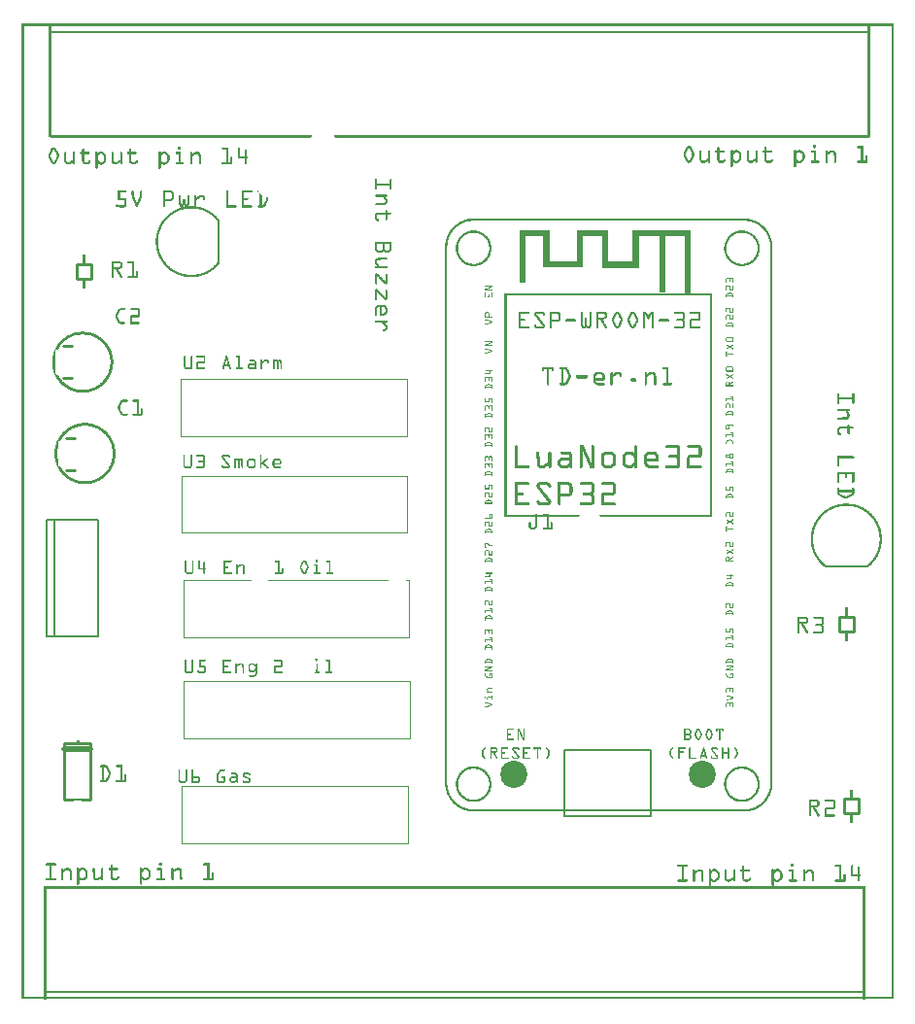
<source format=gto>
G04 MADE WITH FRITZING*
G04 WWW.FRITZING.ORG*
G04 DOUBLE SIDED*
G04 HOLES PLATED*
G04 CONTOUR ON CENTER OF CONTOUR VECTOR*
%ASAXBY*%
%FSLAX23Y23*%
%MOIN*%
%OFA0B0*%
%SFA1.0B1.0*%
%ADD10C,0.093181*%
%ADD11R,0.305790X0.232295X0.290142X0.216647*%
%ADD12C,0.007824*%
%ADD13R,0.779527X0.200000X0.771485X0.191958*%
%ADD14C,0.004021*%
%ADD15C,0.008000*%
%ADD16C,0.010000*%
%ADD17C,0.020000*%
%ADD18C,0.005000*%
%ADD19C,0.011000*%
%ADD20R,0.001000X0.001000*%
%LNSILK1*%
G90*
G70*
G54D10*
X2335Y771D03*
X1690Y771D03*
G54D12*
X1862Y854D02*
X2160Y854D01*
X2160Y629D01*
X1862Y629D01*
X1862Y854D01*
D02*
G54D14*
X550Y732D02*
X1326Y732D01*
X1326Y536D01*
X550Y536D01*
X550Y732D01*
D02*
X547Y2128D02*
X1322Y2128D01*
X1322Y1932D01*
X547Y1932D01*
X547Y2128D01*
D02*
X548Y1796D02*
X1323Y1796D01*
X1323Y1600D01*
X548Y1600D01*
X548Y1796D01*
D02*
X555Y1090D02*
X1331Y1090D01*
X1331Y894D01*
X555Y894D01*
X555Y1090D01*
D02*
G54D15*
X262Y1644D02*
X262Y1244D01*
D02*
X262Y1244D02*
X112Y1244D01*
D02*
X112Y1244D02*
X87Y1244D01*
D02*
X87Y1244D02*
X87Y1644D01*
D02*
X87Y1644D02*
X112Y1644D01*
D02*
X112Y1644D02*
X262Y1644D01*
D02*
X112Y1644D02*
X112Y1244D01*
G54D16*
D02*
X2805Y1262D02*
X2805Y1312D01*
D02*
X2805Y1312D02*
X2855Y1312D01*
D02*
X2855Y1312D02*
X2855Y1262D01*
D02*
X2855Y1262D02*
X2805Y1262D01*
D02*
X2873Y687D02*
X2873Y637D01*
D02*
X2873Y637D02*
X2823Y637D01*
D02*
X2823Y637D02*
X2823Y687D01*
D02*
X2823Y687D02*
X2873Y687D01*
D02*
X237Y879D02*
X237Y684D01*
D02*
X147Y684D02*
X147Y879D01*
D02*
X147Y879D02*
X237Y879D01*
G54D17*
D02*
X147Y859D02*
X237Y859D01*
G54D16*
D02*
X2889Y386D02*
X79Y386D01*
G54D18*
D02*
X79Y26D02*
X2889Y26D01*
D02*
X2908Y3318D02*
X98Y3318D01*
G54D16*
D02*
X188Y2470D02*
X188Y2520D01*
D02*
X188Y2520D02*
X238Y2520D01*
D02*
X238Y2520D02*
X238Y2470D01*
D02*
X238Y2470D02*
X188Y2470D01*
G54D19*
X152Y1926D02*
X182Y1926D01*
D02*
X152Y1816D02*
X182Y1816D01*
D02*
X144Y2240D02*
X174Y2240D01*
D02*
X144Y2130D02*
X174Y2130D01*
D02*
G54D20*
X1Y3346D02*
X2992Y3346D01*
X1Y3345D02*
X2992Y3345D01*
X1Y3344D02*
X2992Y3344D01*
X1Y3343D02*
X2992Y3343D01*
X1Y3342D02*
X2992Y3342D01*
X1Y3341D02*
X2992Y3341D01*
X1Y3340D02*
X2992Y3340D01*
X1Y3339D02*
X2992Y3339D01*
X1Y3338D02*
X8Y3338D01*
X94Y3338D02*
X103Y3338D01*
X2904Y3338D02*
X2913Y3338D01*
X2985Y3338D02*
X2992Y3338D01*
X1Y3337D02*
X8Y3337D01*
X94Y3337D02*
X103Y3337D01*
X2904Y3337D02*
X2913Y3337D01*
X2985Y3337D02*
X2992Y3337D01*
X1Y3336D02*
X8Y3336D01*
X94Y3336D02*
X103Y3336D01*
X2904Y3336D02*
X2913Y3336D01*
X2985Y3336D02*
X2992Y3336D01*
X1Y3335D02*
X8Y3335D01*
X94Y3335D02*
X103Y3335D01*
X2904Y3335D02*
X2913Y3335D01*
X2985Y3335D02*
X2992Y3335D01*
X1Y3334D02*
X8Y3334D01*
X94Y3334D02*
X103Y3334D01*
X2904Y3334D02*
X2913Y3334D01*
X2985Y3334D02*
X2992Y3334D01*
X1Y3333D02*
X8Y3333D01*
X94Y3333D02*
X103Y3333D01*
X2904Y3333D02*
X2913Y3333D01*
X2985Y3333D02*
X2992Y3333D01*
X1Y3332D02*
X8Y3332D01*
X94Y3332D02*
X103Y3332D01*
X2904Y3332D02*
X2913Y3332D01*
X2985Y3332D02*
X2992Y3332D01*
X1Y3331D02*
X8Y3331D01*
X94Y3331D02*
X103Y3331D01*
X2904Y3331D02*
X2913Y3331D01*
X2985Y3331D02*
X2992Y3331D01*
X1Y3330D02*
X8Y3330D01*
X94Y3330D02*
X103Y3330D01*
X2904Y3330D02*
X2913Y3330D01*
X2985Y3330D02*
X2992Y3330D01*
X1Y3329D02*
X8Y3329D01*
X94Y3329D02*
X103Y3329D01*
X2904Y3329D02*
X2913Y3329D01*
X2985Y3329D02*
X2992Y3329D01*
X1Y3328D02*
X8Y3328D01*
X94Y3328D02*
X103Y3328D01*
X2904Y3328D02*
X2913Y3328D01*
X2985Y3328D02*
X2992Y3328D01*
X1Y3327D02*
X8Y3327D01*
X94Y3327D02*
X103Y3327D01*
X2904Y3327D02*
X2913Y3327D01*
X2985Y3327D02*
X2992Y3327D01*
X1Y3326D02*
X8Y3326D01*
X94Y3326D02*
X103Y3326D01*
X2904Y3326D02*
X2913Y3326D01*
X2985Y3326D02*
X2992Y3326D01*
X1Y3325D02*
X8Y3325D01*
X94Y3325D02*
X103Y3325D01*
X2904Y3325D02*
X2913Y3325D01*
X2985Y3325D02*
X2992Y3325D01*
X1Y3324D02*
X8Y3324D01*
X94Y3324D02*
X103Y3324D01*
X2904Y3324D02*
X2913Y3324D01*
X2985Y3324D02*
X2992Y3324D01*
X1Y3323D02*
X8Y3323D01*
X94Y3323D02*
X103Y3323D01*
X2904Y3323D02*
X2913Y3323D01*
X2985Y3323D02*
X2992Y3323D01*
X1Y3322D02*
X8Y3322D01*
X94Y3322D02*
X103Y3322D01*
X2904Y3322D02*
X2913Y3322D01*
X2985Y3322D02*
X2992Y3322D01*
X1Y3321D02*
X8Y3321D01*
X94Y3321D02*
X103Y3321D01*
X2904Y3321D02*
X2913Y3321D01*
X2985Y3321D02*
X2992Y3321D01*
X1Y3320D02*
X8Y3320D01*
X94Y3320D02*
X103Y3320D01*
X2904Y3320D02*
X2913Y3320D01*
X2985Y3320D02*
X2992Y3320D01*
X1Y3319D02*
X8Y3319D01*
X94Y3319D02*
X103Y3319D01*
X2904Y3319D02*
X2913Y3319D01*
X2985Y3319D02*
X2992Y3319D01*
X1Y3318D02*
X8Y3318D01*
X94Y3318D02*
X103Y3318D01*
X2904Y3318D02*
X2913Y3318D01*
X2985Y3318D02*
X2992Y3318D01*
X1Y3317D02*
X8Y3317D01*
X94Y3317D02*
X103Y3317D01*
X2904Y3317D02*
X2913Y3317D01*
X2985Y3317D02*
X2992Y3317D01*
X1Y3316D02*
X8Y3316D01*
X94Y3316D02*
X103Y3316D01*
X2904Y3316D02*
X2913Y3316D01*
X2985Y3316D02*
X2992Y3316D01*
X1Y3315D02*
X8Y3315D01*
X94Y3315D02*
X103Y3315D01*
X2904Y3315D02*
X2913Y3315D01*
X2985Y3315D02*
X2992Y3315D01*
X1Y3314D02*
X8Y3314D01*
X94Y3314D02*
X103Y3314D01*
X2904Y3314D02*
X2913Y3314D01*
X2985Y3314D02*
X2992Y3314D01*
X1Y3313D02*
X8Y3313D01*
X94Y3313D02*
X103Y3313D01*
X2904Y3313D02*
X2913Y3313D01*
X2985Y3313D02*
X2992Y3313D01*
X1Y3312D02*
X8Y3312D01*
X94Y3312D02*
X103Y3312D01*
X2904Y3312D02*
X2913Y3312D01*
X2985Y3312D02*
X2992Y3312D01*
X1Y3311D02*
X8Y3311D01*
X94Y3311D02*
X103Y3311D01*
X2904Y3311D02*
X2913Y3311D01*
X2985Y3311D02*
X2992Y3311D01*
X1Y3310D02*
X8Y3310D01*
X94Y3310D02*
X103Y3310D01*
X2904Y3310D02*
X2913Y3310D01*
X2985Y3310D02*
X2992Y3310D01*
X1Y3309D02*
X8Y3309D01*
X94Y3309D02*
X103Y3309D01*
X2904Y3309D02*
X2913Y3309D01*
X2985Y3309D02*
X2992Y3309D01*
X1Y3308D02*
X8Y3308D01*
X94Y3308D02*
X103Y3308D01*
X2904Y3308D02*
X2913Y3308D01*
X2985Y3308D02*
X2992Y3308D01*
X1Y3307D02*
X8Y3307D01*
X94Y3307D02*
X103Y3307D01*
X2904Y3307D02*
X2913Y3307D01*
X2985Y3307D02*
X2992Y3307D01*
X1Y3306D02*
X8Y3306D01*
X94Y3306D02*
X103Y3306D01*
X2904Y3306D02*
X2913Y3306D01*
X2985Y3306D02*
X2992Y3306D01*
X1Y3305D02*
X8Y3305D01*
X94Y3305D02*
X103Y3305D01*
X2904Y3305D02*
X2913Y3305D01*
X2985Y3305D02*
X2992Y3305D01*
X1Y3304D02*
X8Y3304D01*
X94Y3304D02*
X103Y3304D01*
X2904Y3304D02*
X2913Y3304D01*
X2985Y3304D02*
X2992Y3304D01*
X1Y3303D02*
X8Y3303D01*
X94Y3303D02*
X103Y3303D01*
X2904Y3303D02*
X2913Y3303D01*
X2985Y3303D02*
X2992Y3303D01*
X1Y3302D02*
X8Y3302D01*
X94Y3302D02*
X103Y3302D01*
X2904Y3302D02*
X2913Y3302D01*
X2985Y3302D02*
X2992Y3302D01*
X1Y3301D02*
X8Y3301D01*
X94Y3301D02*
X103Y3301D01*
X2904Y3301D02*
X2913Y3301D01*
X2985Y3301D02*
X2992Y3301D01*
X1Y3300D02*
X8Y3300D01*
X94Y3300D02*
X103Y3300D01*
X2904Y3300D02*
X2913Y3300D01*
X2985Y3300D02*
X2992Y3300D01*
X1Y3299D02*
X8Y3299D01*
X94Y3299D02*
X103Y3299D01*
X2904Y3299D02*
X2913Y3299D01*
X2985Y3299D02*
X2992Y3299D01*
X1Y3298D02*
X8Y3298D01*
X94Y3298D02*
X103Y3298D01*
X2904Y3298D02*
X2913Y3298D01*
X2985Y3298D02*
X2992Y3298D01*
X1Y3297D02*
X8Y3297D01*
X94Y3297D02*
X103Y3297D01*
X2904Y3297D02*
X2913Y3297D01*
X2985Y3297D02*
X2992Y3297D01*
X1Y3296D02*
X8Y3296D01*
X94Y3296D02*
X103Y3296D01*
X2904Y3296D02*
X2913Y3296D01*
X2985Y3296D02*
X2992Y3296D01*
X1Y3295D02*
X8Y3295D01*
X94Y3295D02*
X103Y3295D01*
X2904Y3295D02*
X2913Y3295D01*
X2985Y3295D02*
X2992Y3295D01*
X1Y3294D02*
X8Y3294D01*
X94Y3294D02*
X103Y3294D01*
X2904Y3294D02*
X2913Y3294D01*
X2985Y3294D02*
X2992Y3294D01*
X1Y3293D02*
X8Y3293D01*
X94Y3293D02*
X103Y3293D01*
X2904Y3293D02*
X2913Y3293D01*
X2985Y3293D02*
X2992Y3293D01*
X1Y3292D02*
X8Y3292D01*
X94Y3292D02*
X103Y3292D01*
X2904Y3292D02*
X2913Y3292D01*
X2985Y3292D02*
X2992Y3292D01*
X1Y3291D02*
X8Y3291D01*
X94Y3291D02*
X103Y3291D01*
X2904Y3291D02*
X2913Y3291D01*
X2985Y3291D02*
X2992Y3291D01*
X1Y3290D02*
X8Y3290D01*
X94Y3290D02*
X103Y3290D01*
X2904Y3290D02*
X2913Y3290D01*
X2985Y3290D02*
X2992Y3290D01*
X1Y3289D02*
X8Y3289D01*
X94Y3289D02*
X103Y3289D01*
X2904Y3289D02*
X2913Y3289D01*
X2985Y3289D02*
X2992Y3289D01*
X1Y3288D02*
X8Y3288D01*
X94Y3288D02*
X103Y3288D01*
X2904Y3288D02*
X2913Y3288D01*
X2985Y3288D02*
X2992Y3288D01*
X1Y3287D02*
X8Y3287D01*
X94Y3287D02*
X103Y3287D01*
X2904Y3287D02*
X2913Y3287D01*
X2985Y3287D02*
X2992Y3287D01*
X1Y3286D02*
X8Y3286D01*
X94Y3286D02*
X103Y3286D01*
X2904Y3286D02*
X2913Y3286D01*
X2985Y3286D02*
X2992Y3286D01*
X1Y3285D02*
X8Y3285D01*
X94Y3285D02*
X103Y3285D01*
X2904Y3285D02*
X2913Y3285D01*
X2985Y3285D02*
X2992Y3285D01*
X1Y3284D02*
X8Y3284D01*
X94Y3284D02*
X103Y3284D01*
X2904Y3284D02*
X2913Y3284D01*
X2985Y3284D02*
X2992Y3284D01*
X1Y3283D02*
X8Y3283D01*
X94Y3283D02*
X103Y3283D01*
X2904Y3283D02*
X2913Y3283D01*
X2985Y3283D02*
X2992Y3283D01*
X1Y3282D02*
X8Y3282D01*
X94Y3282D02*
X103Y3282D01*
X2904Y3282D02*
X2913Y3282D01*
X2985Y3282D02*
X2992Y3282D01*
X1Y3281D02*
X8Y3281D01*
X94Y3281D02*
X103Y3281D01*
X2904Y3281D02*
X2913Y3281D01*
X2985Y3281D02*
X2992Y3281D01*
X1Y3280D02*
X8Y3280D01*
X94Y3280D02*
X103Y3280D01*
X2904Y3280D02*
X2913Y3280D01*
X2985Y3280D02*
X2992Y3280D01*
X1Y3279D02*
X8Y3279D01*
X94Y3279D02*
X103Y3279D01*
X2904Y3279D02*
X2913Y3279D01*
X2985Y3279D02*
X2992Y3279D01*
X1Y3278D02*
X8Y3278D01*
X94Y3278D02*
X103Y3278D01*
X2904Y3278D02*
X2913Y3278D01*
X2985Y3278D02*
X2992Y3278D01*
X1Y3277D02*
X8Y3277D01*
X94Y3277D02*
X103Y3277D01*
X2904Y3277D02*
X2913Y3277D01*
X2985Y3277D02*
X2992Y3277D01*
X1Y3276D02*
X8Y3276D01*
X94Y3276D02*
X103Y3276D01*
X2904Y3276D02*
X2913Y3276D01*
X2985Y3276D02*
X2992Y3276D01*
X1Y3275D02*
X8Y3275D01*
X94Y3275D02*
X103Y3275D01*
X2904Y3275D02*
X2913Y3275D01*
X2985Y3275D02*
X2992Y3275D01*
X1Y3274D02*
X8Y3274D01*
X94Y3274D02*
X103Y3274D01*
X2904Y3274D02*
X2913Y3274D01*
X2985Y3274D02*
X2992Y3274D01*
X1Y3273D02*
X8Y3273D01*
X94Y3273D02*
X103Y3273D01*
X2904Y3273D02*
X2913Y3273D01*
X2985Y3273D02*
X2992Y3273D01*
X1Y3272D02*
X8Y3272D01*
X94Y3272D02*
X103Y3272D01*
X2904Y3272D02*
X2913Y3272D01*
X2985Y3272D02*
X2992Y3272D01*
X1Y3271D02*
X8Y3271D01*
X94Y3271D02*
X103Y3271D01*
X2904Y3271D02*
X2913Y3271D01*
X2985Y3271D02*
X2992Y3271D01*
X1Y3270D02*
X8Y3270D01*
X94Y3270D02*
X103Y3270D01*
X2904Y3270D02*
X2913Y3270D01*
X2985Y3270D02*
X2992Y3270D01*
X1Y3269D02*
X8Y3269D01*
X94Y3269D02*
X103Y3269D01*
X2904Y3269D02*
X2913Y3269D01*
X2985Y3269D02*
X2992Y3269D01*
X1Y3268D02*
X8Y3268D01*
X94Y3268D02*
X103Y3268D01*
X2904Y3268D02*
X2913Y3268D01*
X2985Y3268D02*
X2992Y3268D01*
X1Y3267D02*
X8Y3267D01*
X94Y3267D02*
X103Y3267D01*
X2904Y3267D02*
X2913Y3267D01*
X2985Y3267D02*
X2992Y3267D01*
X1Y3266D02*
X8Y3266D01*
X94Y3266D02*
X103Y3266D01*
X2904Y3266D02*
X2913Y3266D01*
X2985Y3266D02*
X2992Y3266D01*
X1Y3265D02*
X8Y3265D01*
X94Y3265D02*
X103Y3265D01*
X2904Y3265D02*
X2913Y3265D01*
X2985Y3265D02*
X2992Y3265D01*
X1Y3264D02*
X8Y3264D01*
X94Y3264D02*
X103Y3264D01*
X2904Y3264D02*
X2913Y3264D01*
X2985Y3264D02*
X2992Y3264D01*
X1Y3263D02*
X8Y3263D01*
X94Y3263D02*
X103Y3263D01*
X2904Y3263D02*
X2913Y3263D01*
X2985Y3263D02*
X2992Y3263D01*
X1Y3262D02*
X8Y3262D01*
X94Y3262D02*
X103Y3262D01*
X2904Y3262D02*
X2913Y3262D01*
X2985Y3262D02*
X2992Y3262D01*
X1Y3261D02*
X8Y3261D01*
X94Y3261D02*
X103Y3261D01*
X2904Y3261D02*
X2913Y3261D01*
X2985Y3261D02*
X2992Y3261D01*
X1Y3260D02*
X8Y3260D01*
X94Y3260D02*
X103Y3260D01*
X2904Y3260D02*
X2913Y3260D01*
X2985Y3260D02*
X2992Y3260D01*
X1Y3259D02*
X8Y3259D01*
X94Y3259D02*
X103Y3259D01*
X2904Y3259D02*
X2913Y3259D01*
X2985Y3259D02*
X2992Y3259D01*
X1Y3258D02*
X8Y3258D01*
X94Y3258D02*
X103Y3258D01*
X2904Y3258D02*
X2913Y3258D01*
X2985Y3258D02*
X2992Y3258D01*
X1Y3257D02*
X8Y3257D01*
X94Y3257D02*
X103Y3257D01*
X2904Y3257D02*
X2913Y3257D01*
X2985Y3257D02*
X2992Y3257D01*
X1Y3256D02*
X8Y3256D01*
X94Y3256D02*
X103Y3256D01*
X2904Y3256D02*
X2913Y3256D01*
X2985Y3256D02*
X2992Y3256D01*
X1Y3255D02*
X8Y3255D01*
X94Y3255D02*
X103Y3255D01*
X2904Y3255D02*
X2913Y3255D01*
X2985Y3255D02*
X2992Y3255D01*
X1Y3254D02*
X8Y3254D01*
X94Y3254D02*
X103Y3254D01*
X2904Y3254D02*
X2913Y3254D01*
X2985Y3254D02*
X2992Y3254D01*
X1Y3253D02*
X8Y3253D01*
X94Y3253D02*
X103Y3253D01*
X2904Y3253D02*
X2913Y3253D01*
X2985Y3253D02*
X2992Y3253D01*
X1Y3252D02*
X8Y3252D01*
X94Y3252D02*
X103Y3252D01*
X2904Y3252D02*
X2913Y3252D01*
X2985Y3252D02*
X2992Y3252D01*
X1Y3251D02*
X8Y3251D01*
X94Y3251D02*
X103Y3251D01*
X2904Y3251D02*
X2913Y3251D01*
X2985Y3251D02*
X2992Y3251D01*
X1Y3250D02*
X8Y3250D01*
X94Y3250D02*
X103Y3250D01*
X2904Y3250D02*
X2913Y3250D01*
X2985Y3250D02*
X2992Y3250D01*
X1Y3249D02*
X8Y3249D01*
X94Y3249D02*
X103Y3249D01*
X2904Y3249D02*
X2913Y3249D01*
X2985Y3249D02*
X2992Y3249D01*
X1Y3248D02*
X8Y3248D01*
X94Y3248D02*
X103Y3248D01*
X2904Y3248D02*
X2913Y3248D01*
X2985Y3248D02*
X2992Y3248D01*
X1Y3247D02*
X8Y3247D01*
X94Y3247D02*
X103Y3247D01*
X2904Y3247D02*
X2913Y3247D01*
X2985Y3247D02*
X2992Y3247D01*
X1Y3246D02*
X8Y3246D01*
X94Y3246D02*
X103Y3246D01*
X2904Y3246D02*
X2913Y3246D01*
X2985Y3246D02*
X2992Y3246D01*
X1Y3245D02*
X8Y3245D01*
X94Y3245D02*
X103Y3245D01*
X2904Y3245D02*
X2913Y3245D01*
X2985Y3245D02*
X2992Y3245D01*
X1Y3244D02*
X8Y3244D01*
X94Y3244D02*
X103Y3244D01*
X2904Y3244D02*
X2913Y3244D01*
X2985Y3244D02*
X2992Y3244D01*
X1Y3243D02*
X8Y3243D01*
X94Y3243D02*
X103Y3243D01*
X2904Y3243D02*
X2913Y3243D01*
X2985Y3243D02*
X2992Y3243D01*
X1Y3242D02*
X8Y3242D01*
X94Y3242D02*
X103Y3242D01*
X2904Y3242D02*
X2913Y3242D01*
X2985Y3242D02*
X2992Y3242D01*
X1Y3241D02*
X8Y3241D01*
X94Y3241D02*
X103Y3241D01*
X2904Y3241D02*
X2913Y3241D01*
X2985Y3241D02*
X2992Y3241D01*
X1Y3240D02*
X8Y3240D01*
X94Y3240D02*
X103Y3240D01*
X2904Y3240D02*
X2913Y3240D01*
X2985Y3240D02*
X2992Y3240D01*
X1Y3239D02*
X8Y3239D01*
X94Y3239D02*
X103Y3239D01*
X2904Y3239D02*
X2913Y3239D01*
X2985Y3239D02*
X2992Y3239D01*
X1Y3238D02*
X8Y3238D01*
X94Y3238D02*
X103Y3238D01*
X2904Y3238D02*
X2913Y3238D01*
X2985Y3238D02*
X2992Y3238D01*
X1Y3237D02*
X8Y3237D01*
X94Y3237D02*
X103Y3237D01*
X2904Y3237D02*
X2913Y3237D01*
X2985Y3237D02*
X2992Y3237D01*
X1Y3236D02*
X8Y3236D01*
X94Y3236D02*
X103Y3236D01*
X2904Y3236D02*
X2913Y3236D01*
X2985Y3236D02*
X2992Y3236D01*
X1Y3235D02*
X8Y3235D01*
X94Y3235D02*
X103Y3235D01*
X2904Y3235D02*
X2913Y3235D01*
X2985Y3235D02*
X2992Y3235D01*
X1Y3234D02*
X8Y3234D01*
X94Y3234D02*
X103Y3234D01*
X2904Y3234D02*
X2913Y3234D01*
X2985Y3234D02*
X2992Y3234D01*
X1Y3233D02*
X8Y3233D01*
X94Y3233D02*
X103Y3233D01*
X2904Y3233D02*
X2913Y3233D01*
X2985Y3233D02*
X2992Y3233D01*
X1Y3232D02*
X8Y3232D01*
X94Y3232D02*
X103Y3232D01*
X2904Y3232D02*
X2913Y3232D01*
X2985Y3232D02*
X2992Y3232D01*
X1Y3231D02*
X8Y3231D01*
X94Y3231D02*
X103Y3231D01*
X2904Y3231D02*
X2913Y3231D01*
X2985Y3231D02*
X2992Y3231D01*
X1Y3230D02*
X8Y3230D01*
X94Y3230D02*
X103Y3230D01*
X2904Y3230D02*
X2913Y3230D01*
X2985Y3230D02*
X2992Y3230D01*
X1Y3229D02*
X8Y3229D01*
X94Y3229D02*
X103Y3229D01*
X2904Y3229D02*
X2913Y3229D01*
X2985Y3229D02*
X2992Y3229D01*
X1Y3228D02*
X8Y3228D01*
X94Y3228D02*
X103Y3228D01*
X2904Y3228D02*
X2913Y3228D01*
X2985Y3228D02*
X2992Y3228D01*
X1Y3227D02*
X8Y3227D01*
X94Y3227D02*
X103Y3227D01*
X2904Y3227D02*
X2913Y3227D01*
X2985Y3227D02*
X2992Y3227D01*
X1Y3226D02*
X8Y3226D01*
X94Y3226D02*
X103Y3226D01*
X2904Y3226D02*
X2913Y3226D01*
X2985Y3226D02*
X2992Y3226D01*
X1Y3225D02*
X8Y3225D01*
X94Y3225D02*
X103Y3225D01*
X2904Y3225D02*
X2913Y3225D01*
X2985Y3225D02*
X2992Y3225D01*
X1Y3224D02*
X8Y3224D01*
X94Y3224D02*
X103Y3224D01*
X2904Y3224D02*
X2913Y3224D01*
X2985Y3224D02*
X2992Y3224D01*
X1Y3223D02*
X8Y3223D01*
X94Y3223D02*
X103Y3223D01*
X2904Y3223D02*
X2913Y3223D01*
X2985Y3223D02*
X2992Y3223D01*
X1Y3222D02*
X8Y3222D01*
X94Y3222D02*
X103Y3222D01*
X2904Y3222D02*
X2913Y3222D01*
X2985Y3222D02*
X2992Y3222D01*
X1Y3221D02*
X8Y3221D01*
X94Y3221D02*
X103Y3221D01*
X2904Y3221D02*
X2913Y3221D01*
X2985Y3221D02*
X2992Y3221D01*
X1Y3220D02*
X8Y3220D01*
X94Y3220D02*
X103Y3220D01*
X2904Y3220D02*
X2913Y3220D01*
X2985Y3220D02*
X2992Y3220D01*
X1Y3219D02*
X8Y3219D01*
X94Y3219D02*
X103Y3219D01*
X2904Y3219D02*
X2913Y3219D01*
X2985Y3219D02*
X2992Y3219D01*
X1Y3218D02*
X8Y3218D01*
X94Y3218D02*
X103Y3218D01*
X2904Y3218D02*
X2913Y3218D01*
X2985Y3218D02*
X2992Y3218D01*
X1Y3217D02*
X8Y3217D01*
X94Y3217D02*
X103Y3217D01*
X2904Y3217D02*
X2913Y3217D01*
X2985Y3217D02*
X2992Y3217D01*
X1Y3216D02*
X8Y3216D01*
X94Y3216D02*
X103Y3216D01*
X2904Y3216D02*
X2913Y3216D01*
X2985Y3216D02*
X2992Y3216D01*
X1Y3215D02*
X8Y3215D01*
X94Y3215D02*
X103Y3215D01*
X2904Y3215D02*
X2913Y3215D01*
X2985Y3215D02*
X2992Y3215D01*
X1Y3214D02*
X8Y3214D01*
X94Y3214D02*
X103Y3214D01*
X2904Y3214D02*
X2913Y3214D01*
X2985Y3214D02*
X2992Y3214D01*
X1Y3213D02*
X8Y3213D01*
X94Y3213D02*
X103Y3213D01*
X2904Y3213D02*
X2913Y3213D01*
X2985Y3213D02*
X2992Y3213D01*
X1Y3212D02*
X8Y3212D01*
X94Y3212D02*
X103Y3212D01*
X2904Y3212D02*
X2913Y3212D01*
X2985Y3212D02*
X2992Y3212D01*
X1Y3211D02*
X8Y3211D01*
X94Y3211D02*
X103Y3211D01*
X2904Y3211D02*
X2913Y3211D01*
X2985Y3211D02*
X2992Y3211D01*
X1Y3210D02*
X8Y3210D01*
X94Y3210D02*
X103Y3210D01*
X2904Y3210D02*
X2913Y3210D01*
X2985Y3210D02*
X2992Y3210D01*
X1Y3209D02*
X8Y3209D01*
X94Y3209D02*
X103Y3209D01*
X2904Y3209D02*
X2913Y3209D01*
X2985Y3209D02*
X2992Y3209D01*
X1Y3208D02*
X8Y3208D01*
X94Y3208D02*
X103Y3208D01*
X2904Y3208D02*
X2913Y3208D01*
X2985Y3208D02*
X2992Y3208D01*
X1Y3207D02*
X8Y3207D01*
X94Y3207D02*
X103Y3207D01*
X2904Y3207D02*
X2913Y3207D01*
X2985Y3207D02*
X2992Y3207D01*
X1Y3206D02*
X8Y3206D01*
X94Y3206D02*
X103Y3206D01*
X2904Y3206D02*
X2913Y3206D01*
X2985Y3206D02*
X2992Y3206D01*
X1Y3205D02*
X8Y3205D01*
X94Y3205D02*
X103Y3205D01*
X2904Y3205D02*
X2913Y3205D01*
X2985Y3205D02*
X2992Y3205D01*
X1Y3204D02*
X8Y3204D01*
X94Y3204D02*
X103Y3204D01*
X2904Y3204D02*
X2913Y3204D01*
X2985Y3204D02*
X2992Y3204D01*
X1Y3203D02*
X8Y3203D01*
X94Y3203D02*
X103Y3203D01*
X2904Y3203D02*
X2913Y3203D01*
X2985Y3203D02*
X2992Y3203D01*
X1Y3202D02*
X8Y3202D01*
X94Y3202D02*
X103Y3202D01*
X2904Y3202D02*
X2913Y3202D01*
X2985Y3202D02*
X2992Y3202D01*
X1Y3201D02*
X8Y3201D01*
X94Y3201D02*
X103Y3201D01*
X2904Y3201D02*
X2913Y3201D01*
X2985Y3201D02*
X2992Y3201D01*
X1Y3200D02*
X8Y3200D01*
X94Y3200D02*
X103Y3200D01*
X2904Y3200D02*
X2913Y3200D01*
X2985Y3200D02*
X2992Y3200D01*
X1Y3199D02*
X8Y3199D01*
X94Y3199D02*
X103Y3199D01*
X2904Y3199D02*
X2913Y3199D01*
X2985Y3199D02*
X2992Y3199D01*
X1Y3198D02*
X8Y3198D01*
X94Y3198D02*
X103Y3198D01*
X2904Y3198D02*
X2913Y3198D01*
X2985Y3198D02*
X2992Y3198D01*
X1Y3197D02*
X8Y3197D01*
X94Y3197D02*
X103Y3197D01*
X2904Y3197D02*
X2913Y3197D01*
X2985Y3197D02*
X2992Y3197D01*
X1Y3196D02*
X8Y3196D01*
X94Y3196D02*
X103Y3196D01*
X2904Y3196D02*
X2913Y3196D01*
X2985Y3196D02*
X2992Y3196D01*
X1Y3195D02*
X8Y3195D01*
X94Y3195D02*
X103Y3195D01*
X2904Y3195D02*
X2913Y3195D01*
X2985Y3195D02*
X2992Y3195D01*
X1Y3194D02*
X8Y3194D01*
X94Y3194D02*
X103Y3194D01*
X2904Y3194D02*
X2913Y3194D01*
X2985Y3194D02*
X2992Y3194D01*
X1Y3193D02*
X8Y3193D01*
X94Y3193D02*
X103Y3193D01*
X2904Y3193D02*
X2913Y3193D01*
X2985Y3193D02*
X2992Y3193D01*
X1Y3192D02*
X8Y3192D01*
X94Y3192D02*
X103Y3192D01*
X2904Y3192D02*
X2913Y3192D01*
X2985Y3192D02*
X2992Y3192D01*
X1Y3191D02*
X8Y3191D01*
X94Y3191D02*
X103Y3191D01*
X2904Y3191D02*
X2913Y3191D01*
X2985Y3191D02*
X2992Y3191D01*
X1Y3190D02*
X8Y3190D01*
X94Y3190D02*
X103Y3190D01*
X2904Y3190D02*
X2913Y3190D01*
X2985Y3190D02*
X2992Y3190D01*
X1Y3189D02*
X8Y3189D01*
X94Y3189D02*
X103Y3189D01*
X2904Y3189D02*
X2913Y3189D01*
X2985Y3189D02*
X2992Y3189D01*
X1Y3188D02*
X8Y3188D01*
X94Y3188D02*
X103Y3188D01*
X2904Y3188D02*
X2913Y3188D01*
X2985Y3188D02*
X2992Y3188D01*
X1Y3187D02*
X8Y3187D01*
X94Y3187D02*
X103Y3187D01*
X2904Y3187D02*
X2913Y3187D01*
X2985Y3187D02*
X2992Y3187D01*
X1Y3186D02*
X8Y3186D01*
X94Y3186D02*
X103Y3186D01*
X2904Y3186D02*
X2913Y3186D01*
X2985Y3186D02*
X2992Y3186D01*
X1Y3185D02*
X8Y3185D01*
X94Y3185D02*
X103Y3185D01*
X2904Y3185D02*
X2913Y3185D01*
X2985Y3185D02*
X2992Y3185D01*
X1Y3184D02*
X8Y3184D01*
X94Y3184D02*
X103Y3184D01*
X2904Y3184D02*
X2913Y3184D01*
X2985Y3184D02*
X2992Y3184D01*
X1Y3183D02*
X8Y3183D01*
X94Y3183D02*
X103Y3183D01*
X2904Y3183D02*
X2913Y3183D01*
X2985Y3183D02*
X2992Y3183D01*
X1Y3182D02*
X8Y3182D01*
X94Y3182D02*
X103Y3182D01*
X2904Y3182D02*
X2913Y3182D01*
X2985Y3182D02*
X2992Y3182D01*
X1Y3181D02*
X8Y3181D01*
X94Y3181D02*
X103Y3181D01*
X2904Y3181D02*
X2913Y3181D01*
X2985Y3181D02*
X2992Y3181D01*
X1Y3180D02*
X8Y3180D01*
X94Y3180D02*
X103Y3180D01*
X2904Y3180D02*
X2913Y3180D01*
X2985Y3180D02*
X2992Y3180D01*
X1Y3179D02*
X8Y3179D01*
X94Y3179D02*
X103Y3179D01*
X2904Y3179D02*
X2913Y3179D01*
X2985Y3179D02*
X2992Y3179D01*
X1Y3178D02*
X8Y3178D01*
X94Y3178D02*
X103Y3178D01*
X2904Y3178D02*
X2913Y3178D01*
X2985Y3178D02*
X2992Y3178D01*
X1Y3177D02*
X8Y3177D01*
X94Y3177D02*
X103Y3177D01*
X2904Y3177D02*
X2913Y3177D01*
X2985Y3177D02*
X2992Y3177D01*
X1Y3176D02*
X8Y3176D01*
X94Y3176D02*
X103Y3176D01*
X2904Y3176D02*
X2913Y3176D01*
X2985Y3176D02*
X2992Y3176D01*
X1Y3175D02*
X8Y3175D01*
X94Y3175D02*
X103Y3175D01*
X2904Y3175D02*
X2913Y3175D01*
X2985Y3175D02*
X2992Y3175D01*
X1Y3174D02*
X8Y3174D01*
X94Y3174D02*
X103Y3174D01*
X2904Y3174D02*
X2913Y3174D01*
X2985Y3174D02*
X2992Y3174D01*
X1Y3173D02*
X8Y3173D01*
X94Y3173D02*
X103Y3173D01*
X2904Y3173D02*
X2913Y3173D01*
X2985Y3173D02*
X2992Y3173D01*
X1Y3172D02*
X8Y3172D01*
X94Y3172D02*
X103Y3172D01*
X2904Y3172D02*
X2913Y3172D01*
X2985Y3172D02*
X2992Y3172D01*
X1Y3171D02*
X8Y3171D01*
X94Y3171D02*
X103Y3171D01*
X2904Y3171D02*
X2913Y3171D01*
X2985Y3171D02*
X2992Y3171D01*
X1Y3170D02*
X8Y3170D01*
X94Y3170D02*
X103Y3170D01*
X2904Y3170D02*
X2913Y3170D01*
X2985Y3170D02*
X2992Y3170D01*
X1Y3169D02*
X8Y3169D01*
X94Y3169D02*
X103Y3169D01*
X2904Y3169D02*
X2913Y3169D01*
X2985Y3169D02*
X2992Y3169D01*
X1Y3168D02*
X8Y3168D01*
X94Y3168D02*
X103Y3168D01*
X2904Y3168D02*
X2913Y3168D01*
X2985Y3168D02*
X2992Y3168D01*
X1Y3167D02*
X8Y3167D01*
X94Y3167D02*
X103Y3167D01*
X2904Y3167D02*
X2913Y3167D01*
X2985Y3167D02*
X2992Y3167D01*
X1Y3166D02*
X8Y3166D01*
X94Y3166D02*
X103Y3166D01*
X2904Y3166D02*
X2913Y3166D01*
X2985Y3166D02*
X2992Y3166D01*
X1Y3165D02*
X8Y3165D01*
X94Y3165D02*
X103Y3165D01*
X2904Y3165D02*
X2913Y3165D01*
X2985Y3165D02*
X2992Y3165D01*
X1Y3164D02*
X8Y3164D01*
X94Y3164D02*
X103Y3164D01*
X2904Y3164D02*
X2913Y3164D01*
X2985Y3164D02*
X2992Y3164D01*
X1Y3163D02*
X8Y3163D01*
X94Y3163D02*
X103Y3163D01*
X2904Y3163D02*
X2913Y3163D01*
X2985Y3163D02*
X2992Y3163D01*
X1Y3162D02*
X8Y3162D01*
X94Y3162D02*
X103Y3162D01*
X2904Y3162D02*
X2913Y3162D01*
X2985Y3162D02*
X2992Y3162D01*
X1Y3161D02*
X8Y3161D01*
X94Y3161D02*
X103Y3161D01*
X2904Y3161D02*
X2913Y3161D01*
X2985Y3161D02*
X2992Y3161D01*
X1Y3160D02*
X8Y3160D01*
X94Y3160D02*
X103Y3160D01*
X2904Y3160D02*
X2913Y3160D01*
X2985Y3160D02*
X2992Y3160D01*
X1Y3159D02*
X8Y3159D01*
X94Y3159D02*
X103Y3159D01*
X2904Y3159D02*
X2913Y3159D01*
X2985Y3159D02*
X2992Y3159D01*
X1Y3158D02*
X8Y3158D01*
X94Y3158D02*
X103Y3158D01*
X2904Y3158D02*
X2913Y3158D01*
X2985Y3158D02*
X2992Y3158D01*
X1Y3157D02*
X8Y3157D01*
X94Y3157D02*
X103Y3157D01*
X2904Y3157D02*
X2913Y3157D01*
X2985Y3157D02*
X2992Y3157D01*
X1Y3156D02*
X8Y3156D01*
X94Y3156D02*
X103Y3156D01*
X2904Y3156D02*
X2913Y3156D01*
X2985Y3156D02*
X2992Y3156D01*
X1Y3155D02*
X8Y3155D01*
X94Y3155D02*
X103Y3155D01*
X2904Y3155D02*
X2913Y3155D01*
X2985Y3155D02*
X2992Y3155D01*
X1Y3154D02*
X8Y3154D01*
X94Y3154D02*
X103Y3154D01*
X2904Y3154D02*
X2913Y3154D01*
X2985Y3154D02*
X2992Y3154D01*
X1Y3153D02*
X8Y3153D01*
X94Y3153D02*
X103Y3153D01*
X2904Y3153D02*
X2913Y3153D01*
X2985Y3153D02*
X2992Y3153D01*
X1Y3152D02*
X8Y3152D01*
X94Y3152D02*
X103Y3152D01*
X2904Y3152D02*
X2913Y3152D01*
X2985Y3152D02*
X2992Y3152D01*
X1Y3151D02*
X8Y3151D01*
X94Y3151D02*
X103Y3151D01*
X2904Y3151D02*
X2913Y3151D01*
X2985Y3151D02*
X2992Y3151D01*
X1Y3150D02*
X8Y3150D01*
X94Y3150D02*
X103Y3150D01*
X2904Y3150D02*
X2913Y3150D01*
X2985Y3150D02*
X2992Y3150D01*
X1Y3149D02*
X8Y3149D01*
X94Y3149D02*
X103Y3149D01*
X2904Y3149D02*
X2913Y3149D01*
X2985Y3149D02*
X2992Y3149D01*
X1Y3148D02*
X8Y3148D01*
X94Y3148D02*
X103Y3148D01*
X2904Y3148D02*
X2913Y3148D01*
X2985Y3148D02*
X2992Y3148D01*
X1Y3147D02*
X8Y3147D01*
X94Y3147D02*
X103Y3147D01*
X2904Y3147D02*
X2913Y3147D01*
X2985Y3147D02*
X2992Y3147D01*
X1Y3146D02*
X8Y3146D01*
X94Y3146D02*
X103Y3146D01*
X2904Y3146D02*
X2913Y3146D01*
X2985Y3146D02*
X2992Y3146D01*
X1Y3145D02*
X8Y3145D01*
X94Y3145D02*
X103Y3145D01*
X2904Y3145D02*
X2913Y3145D01*
X2985Y3145D02*
X2992Y3145D01*
X1Y3144D02*
X8Y3144D01*
X94Y3144D02*
X103Y3144D01*
X2904Y3144D02*
X2913Y3144D01*
X2985Y3144D02*
X2992Y3144D01*
X1Y3143D02*
X8Y3143D01*
X94Y3143D02*
X103Y3143D01*
X2904Y3143D02*
X2913Y3143D01*
X2985Y3143D02*
X2992Y3143D01*
X1Y3142D02*
X8Y3142D01*
X94Y3142D02*
X103Y3142D01*
X2904Y3142D02*
X2913Y3142D01*
X2985Y3142D02*
X2992Y3142D01*
X1Y3141D02*
X8Y3141D01*
X94Y3141D02*
X103Y3141D01*
X2904Y3141D02*
X2913Y3141D01*
X2985Y3141D02*
X2992Y3141D01*
X1Y3140D02*
X8Y3140D01*
X94Y3140D02*
X103Y3140D01*
X2904Y3140D02*
X2913Y3140D01*
X2985Y3140D02*
X2992Y3140D01*
X1Y3139D02*
X8Y3139D01*
X94Y3139D02*
X103Y3139D01*
X2904Y3139D02*
X2913Y3139D01*
X2985Y3139D02*
X2992Y3139D01*
X1Y3138D02*
X8Y3138D01*
X94Y3138D02*
X103Y3138D01*
X2904Y3138D02*
X2913Y3138D01*
X2985Y3138D02*
X2992Y3138D01*
X1Y3137D02*
X8Y3137D01*
X94Y3137D02*
X103Y3137D01*
X2904Y3137D02*
X2913Y3137D01*
X2985Y3137D02*
X2992Y3137D01*
X1Y3136D02*
X8Y3136D01*
X94Y3136D02*
X103Y3136D01*
X2904Y3136D02*
X2913Y3136D01*
X2985Y3136D02*
X2992Y3136D01*
X1Y3135D02*
X8Y3135D01*
X94Y3135D02*
X103Y3135D01*
X2904Y3135D02*
X2913Y3135D01*
X2985Y3135D02*
X2992Y3135D01*
X1Y3134D02*
X8Y3134D01*
X94Y3134D02*
X103Y3134D01*
X2904Y3134D02*
X2913Y3134D01*
X2985Y3134D02*
X2992Y3134D01*
X1Y3133D02*
X8Y3133D01*
X94Y3133D02*
X103Y3133D01*
X2904Y3133D02*
X2913Y3133D01*
X2985Y3133D02*
X2992Y3133D01*
X1Y3132D02*
X8Y3132D01*
X94Y3132D02*
X103Y3132D01*
X2904Y3132D02*
X2913Y3132D01*
X2985Y3132D02*
X2992Y3132D01*
X1Y3131D02*
X8Y3131D01*
X94Y3131D02*
X103Y3131D01*
X2904Y3131D02*
X2913Y3131D01*
X2985Y3131D02*
X2992Y3131D01*
X1Y3130D02*
X8Y3130D01*
X94Y3130D02*
X103Y3130D01*
X2904Y3130D02*
X2913Y3130D01*
X2985Y3130D02*
X2992Y3130D01*
X1Y3129D02*
X8Y3129D01*
X94Y3129D02*
X103Y3129D01*
X2904Y3129D02*
X2913Y3129D01*
X2985Y3129D02*
X2992Y3129D01*
X1Y3128D02*
X8Y3128D01*
X94Y3128D02*
X103Y3128D01*
X2904Y3128D02*
X2913Y3128D01*
X2985Y3128D02*
X2992Y3128D01*
X1Y3127D02*
X8Y3127D01*
X94Y3127D02*
X103Y3127D01*
X2904Y3127D02*
X2913Y3127D01*
X2985Y3127D02*
X2992Y3127D01*
X1Y3126D02*
X8Y3126D01*
X94Y3126D02*
X103Y3126D01*
X2904Y3126D02*
X2913Y3126D01*
X2985Y3126D02*
X2992Y3126D01*
X1Y3125D02*
X8Y3125D01*
X94Y3125D02*
X103Y3125D01*
X2904Y3125D02*
X2913Y3125D01*
X2985Y3125D02*
X2992Y3125D01*
X1Y3124D02*
X8Y3124D01*
X94Y3124D02*
X103Y3124D01*
X2904Y3124D02*
X2913Y3124D01*
X2985Y3124D02*
X2992Y3124D01*
X1Y3123D02*
X8Y3123D01*
X94Y3123D02*
X103Y3123D01*
X2904Y3123D02*
X2913Y3123D01*
X2985Y3123D02*
X2992Y3123D01*
X1Y3122D02*
X8Y3122D01*
X94Y3122D02*
X103Y3122D01*
X2904Y3122D02*
X2913Y3122D01*
X2985Y3122D02*
X2992Y3122D01*
X1Y3121D02*
X8Y3121D01*
X94Y3121D02*
X103Y3121D01*
X2904Y3121D02*
X2913Y3121D01*
X2985Y3121D02*
X2992Y3121D01*
X1Y3120D02*
X8Y3120D01*
X94Y3120D02*
X103Y3120D01*
X2904Y3120D02*
X2913Y3120D01*
X2985Y3120D02*
X2992Y3120D01*
X1Y3119D02*
X8Y3119D01*
X94Y3119D02*
X103Y3119D01*
X2904Y3119D02*
X2913Y3119D01*
X2985Y3119D02*
X2992Y3119D01*
X1Y3118D02*
X8Y3118D01*
X94Y3118D02*
X103Y3118D01*
X2904Y3118D02*
X2913Y3118D01*
X2985Y3118D02*
X2992Y3118D01*
X1Y3117D02*
X8Y3117D01*
X94Y3117D02*
X103Y3117D01*
X2904Y3117D02*
X2913Y3117D01*
X2985Y3117D02*
X2992Y3117D01*
X1Y3116D02*
X8Y3116D01*
X94Y3116D02*
X103Y3116D01*
X2904Y3116D02*
X2913Y3116D01*
X2985Y3116D02*
X2992Y3116D01*
X1Y3115D02*
X8Y3115D01*
X94Y3115D02*
X103Y3115D01*
X2904Y3115D02*
X2913Y3115D01*
X2985Y3115D02*
X2992Y3115D01*
X1Y3114D02*
X8Y3114D01*
X94Y3114D02*
X103Y3114D01*
X2904Y3114D02*
X2913Y3114D01*
X2985Y3114D02*
X2992Y3114D01*
X1Y3113D02*
X8Y3113D01*
X94Y3113D02*
X103Y3113D01*
X2904Y3113D02*
X2913Y3113D01*
X2985Y3113D02*
X2992Y3113D01*
X1Y3112D02*
X8Y3112D01*
X94Y3112D02*
X103Y3112D01*
X2904Y3112D02*
X2913Y3112D01*
X2985Y3112D02*
X2992Y3112D01*
X1Y3111D02*
X8Y3111D01*
X94Y3111D02*
X103Y3111D01*
X2904Y3111D02*
X2913Y3111D01*
X2985Y3111D02*
X2992Y3111D01*
X1Y3110D02*
X8Y3110D01*
X94Y3110D02*
X103Y3110D01*
X2904Y3110D02*
X2913Y3110D01*
X2985Y3110D02*
X2992Y3110D01*
X1Y3109D02*
X8Y3109D01*
X94Y3109D02*
X103Y3109D01*
X2904Y3109D02*
X2913Y3109D01*
X2985Y3109D02*
X2992Y3109D01*
X1Y3108D02*
X8Y3108D01*
X94Y3108D02*
X103Y3108D01*
X2904Y3108D02*
X2913Y3108D01*
X2985Y3108D02*
X2992Y3108D01*
X1Y3107D02*
X8Y3107D01*
X94Y3107D02*
X103Y3107D01*
X2904Y3107D02*
X2913Y3107D01*
X2985Y3107D02*
X2992Y3107D01*
X1Y3106D02*
X8Y3106D01*
X94Y3106D02*
X103Y3106D01*
X2904Y3106D02*
X2913Y3106D01*
X2985Y3106D02*
X2992Y3106D01*
X1Y3105D02*
X8Y3105D01*
X94Y3105D02*
X103Y3105D01*
X2904Y3105D02*
X2913Y3105D01*
X2985Y3105D02*
X2992Y3105D01*
X1Y3104D02*
X8Y3104D01*
X94Y3104D02*
X103Y3104D01*
X2904Y3104D02*
X2913Y3104D01*
X2985Y3104D02*
X2992Y3104D01*
X1Y3103D02*
X8Y3103D01*
X94Y3103D02*
X103Y3103D01*
X2904Y3103D02*
X2913Y3103D01*
X2985Y3103D02*
X2992Y3103D01*
X1Y3102D02*
X8Y3102D01*
X94Y3102D02*
X103Y3102D01*
X2904Y3102D02*
X2913Y3102D01*
X2985Y3102D02*
X2992Y3102D01*
X1Y3101D02*
X8Y3101D01*
X94Y3101D02*
X103Y3101D01*
X2904Y3101D02*
X2913Y3101D01*
X2985Y3101D02*
X2992Y3101D01*
X1Y3100D02*
X8Y3100D01*
X94Y3100D02*
X103Y3100D01*
X2904Y3100D02*
X2913Y3100D01*
X2985Y3100D02*
X2992Y3100D01*
X1Y3099D02*
X8Y3099D01*
X94Y3099D02*
X103Y3099D01*
X2904Y3099D02*
X2913Y3099D01*
X2985Y3099D02*
X2992Y3099D01*
X1Y3098D02*
X8Y3098D01*
X94Y3098D02*
X103Y3098D01*
X2904Y3098D02*
X2913Y3098D01*
X2985Y3098D02*
X2992Y3098D01*
X1Y3097D02*
X8Y3097D01*
X94Y3097D02*
X103Y3097D01*
X2904Y3097D02*
X2913Y3097D01*
X2985Y3097D02*
X2992Y3097D01*
X1Y3096D02*
X8Y3096D01*
X94Y3096D02*
X103Y3096D01*
X2904Y3096D02*
X2913Y3096D01*
X2985Y3096D02*
X2992Y3096D01*
X1Y3095D02*
X8Y3095D01*
X94Y3095D02*
X103Y3095D01*
X2904Y3095D02*
X2913Y3095D01*
X2985Y3095D02*
X2992Y3095D01*
X1Y3094D02*
X8Y3094D01*
X94Y3094D02*
X103Y3094D01*
X2904Y3094D02*
X2913Y3094D01*
X2985Y3094D02*
X2992Y3094D01*
X1Y3093D02*
X8Y3093D01*
X94Y3093D02*
X103Y3093D01*
X2904Y3093D02*
X2913Y3093D01*
X2985Y3093D02*
X2992Y3093D01*
X1Y3092D02*
X8Y3092D01*
X94Y3092D02*
X103Y3092D01*
X2904Y3092D02*
X2913Y3092D01*
X2985Y3092D02*
X2992Y3092D01*
X1Y3091D02*
X8Y3091D01*
X94Y3091D02*
X103Y3091D01*
X2904Y3091D02*
X2913Y3091D01*
X2985Y3091D02*
X2992Y3091D01*
X1Y3090D02*
X8Y3090D01*
X94Y3090D02*
X103Y3090D01*
X2904Y3090D02*
X2913Y3090D01*
X2985Y3090D02*
X2992Y3090D01*
X1Y3089D02*
X8Y3089D01*
X94Y3089D02*
X103Y3089D01*
X2904Y3089D02*
X2913Y3089D01*
X2985Y3089D02*
X2992Y3089D01*
X1Y3088D02*
X8Y3088D01*
X94Y3088D02*
X103Y3088D01*
X2904Y3088D02*
X2913Y3088D01*
X2985Y3088D02*
X2992Y3088D01*
X1Y3087D02*
X8Y3087D01*
X94Y3087D02*
X103Y3087D01*
X2904Y3087D02*
X2913Y3087D01*
X2985Y3087D02*
X2992Y3087D01*
X1Y3086D02*
X8Y3086D01*
X94Y3086D02*
X103Y3086D01*
X2904Y3086D02*
X2913Y3086D01*
X2985Y3086D02*
X2992Y3086D01*
X1Y3085D02*
X8Y3085D01*
X94Y3085D02*
X103Y3085D01*
X2904Y3085D02*
X2913Y3085D01*
X2985Y3085D02*
X2992Y3085D01*
X1Y3084D02*
X8Y3084D01*
X94Y3084D02*
X103Y3084D01*
X2904Y3084D02*
X2913Y3084D01*
X2985Y3084D02*
X2992Y3084D01*
X1Y3083D02*
X8Y3083D01*
X94Y3083D02*
X103Y3083D01*
X2904Y3083D02*
X2913Y3083D01*
X2985Y3083D02*
X2992Y3083D01*
X1Y3082D02*
X8Y3082D01*
X94Y3082D02*
X103Y3082D01*
X2904Y3082D02*
X2913Y3082D01*
X2985Y3082D02*
X2992Y3082D01*
X1Y3081D02*
X8Y3081D01*
X94Y3081D02*
X103Y3081D01*
X2904Y3081D02*
X2913Y3081D01*
X2985Y3081D02*
X2992Y3081D01*
X1Y3080D02*
X8Y3080D01*
X94Y3080D02*
X103Y3080D01*
X2904Y3080D02*
X2913Y3080D01*
X2985Y3080D02*
X2992Y3080D01*
X1Y3079D02*
X8Y3079D01*
X94Y3079D02*
X103Y3079D01*
X2904Y3079D02*
X2913Y3079D01*
X2985Y3079D02*
X2992Y3079D01*
X1Y3078D02*
X8Y3078D01*
X94Y3078D02*
X103Y3078D01*
X2904Y3078D02*
X2913Y3078D01*
X2985Y3078D02*
X2992Y3078D01*
X1Y3077D02*
X8Y3077D01*
X94Y3077D02*
X103Y3077D01*
X2904Y3077D02*
X2913Y3077D01*
X2985Y3077D02*
X2992Y3077D01*
X1Y3076D02*
X8Y3076D01*
X94Y3076D02*
X103Y3076D01*
X2904Y3076D02*
X2913Y3076D01*
X2985Y3076D02*
X2992Y3076D01*
X1Y3075D02*
X8Y3075D01*
X94Y3075D02*
X103Y3075D01*
X2904Y3075D02*
X2913Y3075D01*
X2985Y3075D02*
X2992Y3075D01*
X1Y3074D02*
X8Y3074D01*
X94Y3074D02*
X103Y3074D01*
X2904Y3074D02*
X2913Y3074D01*
X2985Y3074D02*
X2992Y3074D01*
X1Y3073D02*
X8Y3073D01*
X94Y3073D02*
X103Y3073D01*
X2904Y3073D02*
X2913Y3073D01*
X2985Y3073D02*
X2992Y3073D01*
X1Y3072D02*
X8Y3072D01*
X94Y3072D02*
X103Y3072D01*
X2904Y3072D02*
X2913Y3072D01*
X2985Y3072D02*
X2992Y3072D01*
X1Y3071D02*
X8Y3071D01*
X94Y3071D02*
X103Y3071D01*
X2904Y3071D02*
X2913Y3071D01*
X2985Y3071D02*
X2992Y3071D01*
X1Y3070D02*
X8Y3070D01*
X94Y3070D02*
X103Y3070D01*
X2904Y3070D02*
X2913Y3070D01*
X2985Y3070D02*
X2992Y3070D01*
X1Y3069D02*
X8Y3069D01*
X94Y3069D02*
X103Y3069D01*
X2904Y3069D02*
X2913Y3069D01*
X2985Y3069D02*
X2992Y3069D01*
X1Y3068D02*
X8Y3068D01*
X94Y3068D02*
X103Y3068D01*
X2904Y3068D02*
X2913Y3068D01*
X2985Y3068D02*
X2992Y3068D01*
X1Y3067D02*
X8Y3067D01*
X94Y3067D02*
X103Y3067D01*
X2904Y3067D02*
X2913Y3067D01*
X2985Y3067D02*
X2992Y3067D01*
X1Y3066D02*
X8Y3066D01*
X94Y3066D02*
X103Y3066D01*
X2904Y3066D02*
X2913Y3066D01*
X2985Y3066D02*
X2992Y3066D01*
X1Y3065D02*
X8Y3065D01*
X94Y3065D02*
X103Y3065D01*
X2904Y3065D02*
X2913Y3065D01*
X2985Y3065D02*
X2992Y3065D01*
X1Y3064D02*
X8Y3064D01*
X94Y3064D02*
X103Y3064D01*
X2904Y3064D02*
X2913Y3064D01*
X2985Y3064D02*
X2992Y3064D01*
X1Y3063D02*
X8Y3063D01*
X94Y3063D02*
X103Y3063D01*
X2904Y3063D02*
X2913Y3063D01*
X2985Y3063D02*
X2992Y3063D01*
X1Y3062D02*
X8Y3062D01*
X94Y3062D02*
X103Y3062D01*
X2904Y3062D02*
X2913Y3062D01*
X2985Y3062D02*
X2992Y3062D01*
X1Y3061D02*
X8Y3061D01*
X94Y3061D02*
X103Y3061D01*
X2904Y3061D02*
X2913Y3061D01*
X2985Y3061D02*
X2992Y3061D01*
X1Y3060D02*
X8Y3060D01*
X94Y3060D02*
X103Y3060D01*
X2904Y3060D02*
X2913Y3060D01*
X2985Y3060D02*
X2992Y3060D01*
X1Y3059D02*
X8Y3059D01*
X94Y3059D02*
X103Y3059D01*
X2904Y3059D02*
X2913Y3059D01*
X2985Y3059D02*
X2992Y3059D01*
X1Y3058D02*
X8Y3058D01*
X94Y3058D02*
X103Y3058D01*
X2904Y3058D02*
X2913Y3058D01*
X2985Y3058D02*
X2992Y3058D01*
X1Y3057D02*
X8Y3057D01*
X94Y3057D02*
X103Y3057D01*
X2904Y3057D02*
X2913Y3057D01*
X2985Y3057D02*
X2992Y3057D01*
X1Y3056D02*
X8Y3056D01*
X94Y3056D02*
X103Y3056D01*
X2904Y3056D02*
X2913Y3056D01*
X2985Y3056D02*
X2992Y3056D01*
X1Y3055D02*
X8Y3055D01*
X94Y3055D02*
X103Y3055D01*
X2904Y3055D02*
X2913Y3055D01*
X2985Y3055D02*
X2992Y3055D01*
X1Y3054D02*
X8Y3054D01*
X94Y3054D02*
X103Y3054D01*
X2904Y3054D02*
X2913Y3054D01*
X2985Y3054D02*
X2992Y3054D01*
X1Y3053D02*
X8Y3053D01*
X94Y3053D02*
X103Y3053D01*
X2904Y3053D02*
X2913Y3053D01*
X2985Y3053D02*
X2992Y3053D01*
X1Y3052D02*
X8Y3052D01*
X94Y3052D02*
X103Y3052D01*
X2904Y3052D02*
X2913Y3052D01*
X2985Y3052D02*
X2992Y3052D01*
X1Y3051D02*
X8Y3051D01*
X94Y3051D02*
X103Y3051D01*
X2904Y3051D02*
X2913Y3051D01*
X2985Y3051D02*
X2992Y3051D01*
X1Y3050D02*
X8Y3050D01*
X94Y3050D02*
X103Y3050D01*
X2904Y3050D02*
X2913Y3050D01*
X2985Y3050D02*
X2992Y3050D01*
X1Y3049D02*
X8Y3049D01*
X94Y3049D02*
X103Y3049D01*
X2904Y3049D02*
X2913Y3049D01*
X2985Y3049D02*
X2992Y3049D01*
X1Y3048D02*
X8Y3048D01*
X94Y3048D02*
X103Y3048D01*
X2904Y3048D02*
X2913Y3048D01*
X2985Y3048D02*
X2992Y3048D01*
X1Y3047D02*
X8Y3047D01*
X94Y3047D02*
X103Y3047D01*
X2904Y3047D02*
X2913Y3047D01*
X2985Y3047D02*
X2992Y3047D01*
X1Y3046D02*
X8Y3046D01*
X94Y3046D02*
X103Y3046D01*
X2904Y3046D02*
X2913Y3046D01*
X2985Y3046D02*
X2992Y3046D01*
X1Y3045D02*
X8Y3045D01*
X94Y3045D02*
X103Y3045D01*
X2904Y3045D02*
X2913Y3045D01*
X2985Y3045D02*
X2992Y3045D01*
X1Y3044D02*
X8Y3044D01*
X94Y3044D02*
X103Y3044D01*
X2904Y3044D02*
X2913Y3044D01*
X2985Y3044D02*
X2992Y3044D01*
X1Y3043D02*
X8Y3043D01*
X94Y3043D02*
X103Y3043D01*
X2904Y3043D02*
X2913Y3043D01*
X2985Y3043D02*
X2992Y3043D01*
X1Y3042D02*
X8Y3042D01*
X94Y3042D02*
X103Y3042D01*
X2904Y3042D02*
X2913Y3042D01*
X2985Y3042D02*
X2992Y3042D01*
X1Y3041D02*
X8Y3041D01*
X94Y3041D02*
X103Y3041D01*
X2904Y3041D02*
X2913Y3041D01*
X2985Y3041D02*
X2992Y3041D01*
X1Y3040D02*
X8Y3040D01*
X94Y3040D02*
X103Y3040D01*
X2904Y3040D02*
X2913Y3040D01*
X2985Y3040D02*
X2992Y3040D01*
X1Y3039D02*
X8Y3039D01*
X94Y3039D02*
X103Y3039D01*
X2904Y3039D02*
X2913Y3039D01*
X2985Y3039D02*
X2992Y3039D01*
X1Y3038D02*
X8Y3038D01*
X94Y3038D02*
X103Y3038D01*
X2904Y3038D02*
X2913Y3038D01*
X2985Y3038D02*
X2992Y3038D01*
X1Y3037D02*
X8Y3037D01*
X94Y3037D02*
X103Y3037D01*
X2904Y3037D02*
X2913Y3037D01*
X2985Y3037D02*
X2992Y3037D01*
X1Y3036D02*
X8Y3036D01*
X94Y3036D02*
X103Y3036D01*
X2904Y3036D02*
X2913Y3036D01*
X2985Y3036D02*
X2992Y3036D01*
X1Y3035D02*
X8Y3035D01*
X94Y3035D02*
X103Y3035D01*
X2904Y3035D02*
X2913Y3035D01*
X2985Y3035D02*
X2992Y3035D01*
X1Y3034D02*
X8Y3034D01*
X94Y3034D02*
X103Y3034D01*
X2904Y3034D02*
X2913Y3034D01*
X2985Y3034D02*
X2992Y3034D01*
X1Y3033D02*
X8Y3033D01*
X94Y3033D02*
X103Y3033D01*
X2904Y3033D02*
X2913Y3033D01*
X2985Y3033D02*
X2992Y3033D01*
X1Y3032D02*
X8Y3032D01*
X94Y3032D02*
X103Y3032D01*
X2904Y3032D02*
X2913Y3032D01*
X2985Y3032D02*
X2992Y3032D01*
X1Y3031D02*
X8Y3031D01*
X94Y3031D02*
X103Y3031D01*
X2904Y3031D02*
X2913Y3031D01*
X2985Y3031D02*
X2992Y3031D01*
X1Y3030D02*
X8Y3030D01*
X94Y3030D02*
X103Y3030D01*
X2904Y3030D02*
X2913Y3030D01*
X2985Y3030D02*
X2992Y3030D01*
X1Y3029D02*
X8Y3029D01*
X94Y3029D02*
X103Y3029D01*
X2904Y3029D02*
X2913Y3029D01*
X2985Y3029D02*
X2992Y3029D01*
X1Y3028D02*
X8Y3028D01*
X94Y3028D02*
X103Y3028D01*
X2904Y3028D02*
X2913Y3028D01*
X2985Y3028D02*
X2992Y3028D01*
X1Y3027D02*
X8Y3027D01*
X94Y3027D02*
X103Y3027D01*
X2904Y3027D02*
X2913Y3027D01*
X2985Y3027D02*
X2992Y3027D01*
X1Y3026D02*
X8Y3026D01*
X94Y3026D02*
X103Y3026D01*
X2904Y3026D02*
X2913Y3026D01*
X2985Y3026D02*
X2992Y3026D01*
X1Y3025D02*
X8Y3025D01*
X94Y3025D02*
X103Y3025D01*
X2904Y3025D02*
X2913Y3025D01*
X2985Y3025D02*
X2992Y3025D01*
X1Y3024D02*
X8Y3024D01*
X94Y3024D02*
X103Y3024D01*
X2904Y3024D02*
X2913Y3024D01*
X2985Y3024D02*
X2992Y3024D01*
X1Y3023D02*
X8Y3023D01*
X94Y3023D02*
X103Y3023D01*
X2904Y3023D02*
X2913Y3023D01*
X2985Y3023D02*
X2992Y3023D01*
X1Y3022D02*
X8Y3022D01*
X94Y3022D02*
X103Y3022D01*
X2904Y3022D02*
X2913Y3022D01*
X2985Y3022D02*
X2992Y3022D01*
X1Y3021D02*
X8Y3021D01*
X94Y3021D02*
X103Y3021D01*
X2904Y3021D02*
X2913Y3021D01*
X2985Y3021D02*
X2992Y3021D01*
X1Y3020D02*
X8Y3020D01*
X94Y3020D02*
X103Y3020D01*
X2904Y3020D02*
X2913Y3020D01*
X2985Y3020D02*
X2992Y3020D01*
X1Y3019D02*
X8Y3019D01*
X94Y3019D02*
X103Y3019D01*
X2904Y3019D02*
X2913Y3019D01*
X2985Y3019D02*
X2992Y3019D01*
X1Y3018D02*
X8Y3018D01*
X94Y3018D02*
X103Y3018D01*
X2904Y3018D02*
X2913Y3018D01*
X2985Y3018D02*
X2992Y3018D01*
X1Y3017D02*
X8Y3017D01*
X94Y3017D02*
X103Y3017D01*
X2904Y3017D02*
X2913Y3017D01*
X2985Y3017D02*
X2992Y3017D01*
X1Y3016D02*
X8Y3016D01*
X94Y3016D02*
X103Y3016D01*
X2904Y3016D02*
X2913Y3016D01*
X2985Y3016D02*
X2992Y3016D01*
X1Y3015D02*
X8Y3015D01*
X94Y3015D02*
X103Y3015D01*
X2904Y3015D02*
X2913Y3015D01*
X2985Y3015D02*
X2992Y3015D01*
X1Y3014D02*
X8Y3014D01*
X94Y3014D02*
X103Y3014D01*
X2904Y3014D02*
X2913Y3014D01*
X2985Y3014D02*
X2992Y3014D01*
X1Y3013D02*
X8Y3013D01*
X94Y3013D02*
X103Y3013D01*
X2904Y3013D02*
X2913Y3013D01*
X2985Y3013D02*
X2992Y3013D01*
X1Y3012D02*
X8Y3012D01*
X94Y3012D02*
X103Y3012D01*
X2904Y3012D02*
X2913Y3012D01*
X2985Y3012D02*
X2992Y3012D01*
X1Y3011D02*
X8Y3011D01*
X94Y3011D02*
X103Y3011D01*
X2904Y3011D02*
X2913Y3011D01*
X2985Y3011D02*
X2992Y3011D01*
X1Y3010D02*
X8Y3010D01*
X94Y3010D02*
X103Y3010D01*
X2904Y3010D02*
X2913Y3010D01*
X2985Y3010D02*
X2992Y3010D01*
X1Y3009D02*
X8Y3009D01*
X94Y3009D02*
X103Y3009D01*
X2904Y3009D02*
X2913Y3009D01*
X2985Y3009D02*
X2992Y3009D01*
X1Y3008D02*
X8Y3008D01*
X94Y3008D02*
X103Y3008D01*
X2904Y3008D02*
X2913Y3008D01*
X2985Y3008D02*
X2992Y3008D01*
X1Y3007D02*
X8Y3007D01*
X94Y3007D02*
X103Y3007D01*
X2904Y3007D02*
X2913Y3007D01*
X2985Y3007D02*
X2992Y3007D01*
X1Y3006D02*
X8Y3006D01*
X94Y3006D02*
X103Y3006D01*
X2904Y3006D02*
X2913Y3006D01*
X2985Y3006D02*
X2992Y3006D01*
X1Y3005D02*
X8Y3005D01*
X94Y3005D02*
X103Y3005D01*
X2904Y3005D02*
X2913Y3005D01*
X2985Y3005D02*
X2992Y3005D01*
X1Y3004D02*
X8Y3004D01*
X94Y3004D02*
X103Y3004D01*
X2904Y3004D02*
X2913Y3004D01*
X2985Y3004D02*
X2992Y3004D01*
X1Y3003D02*
X8Y3003D01*
X94Y3003D02*
X103Y3003D01*
X2904Y3003D02*
X2913Y3003D01*
X2985Y3003D02*
X2992Y3003D01*
X1Y3002D02*
X8Y3002D01*
X94Y3002D02*
X103Y3002D01*
X2904Y3002D02*
X2913Y3002D01*
X2985Y3002D02*
X2992Y3002D01*
X1Y3001D02*
X8Y3001D01*
X94Y3001D02*
X103Y3001D01*
X2904Y3001D02*
X2913Y3001D01*
X2985Y3001D02*
X2992Y3001D01*
X1Y3000D02*
X8Y3000D01*
X94Y3000D02*
X103Y3000D01*
X2904Y3000D02*
X2913Y3000D01*
X2985Y3000D02*
X2992Y3000D01*
X1Y2999D02*
X8Y2999D01*
X94Y2999D02*
X103Y2999D01*
X2904Y2999D02*
X2913Y2999D01*
X2985Y2999D02*
X2992Y2999D01*
X1Y2998D02*
X8Y2998D01*
X94Y2998D02*
X103Y2998D01*
X2904Y2998D02*
X2913Y2998D01*
X2985Y2998D02*
X2992Y2998D01*
X1Y2997D02*
X8Y2997D01*
X94Y2997D02*
X103Y2997D01*
X2904Y2997D02*
X2913Y2997D01*
X2985Y2997D02*
X2992Y2997D01*
X1Y2996D02*
X8Y2996D01*
X94Y2996D02*
X103Y2996D01*
X2904Y2996D02*
X2913Y2996D01*
X2985Y2996D02*
X2992Y2996D01*
X1Y2995D02*
X8Y2995D01*
X94Y2995D02*
X103Y2995D01*
X2904Y2995D02*
X2913Y2995D01*
X2985Y2995D02*
X2992Y2995D01*
X1Y2994D02*
X8Y2994D01*
X94Y2994D02*
X103Y2994D01*
X2904Y2994D02*
X2913Y2994D01*
X2985Y2994D02*
X2992Y2994D01*
X1Y2993D02*
X8Y2993D01*
X94Y2993D02*
X103Y2993D01*
X2904Y2993D02*
X2913Y2993D01*
X2985Y2993D02*
X2992Y2993D01*
X1Y2992D02*
X8Y2992D01*
X94Y2992D02*
X103Y2992D01*
X2904Y2992D02*
X2913Y2992D01*
X2985Y2992D02*
X2992Y2992D01*
X1Y2991D02*
X8Y2991D01*
X94Y2991D02*
X103Y2991D01*
X2904Y2991D02*
X2913Y2991D01*
X2985Y2991D02*
X2992Y2991D01*
X1Y2990D02*
X8Y2990D01*
X94Y2990D02*
X103Y2990D01*
X2904Y2990D02*
X2913Y2990D01*
X2985Y2990D02*
X2992Y2990D01*
X1Y2989D02*
X8Y2989D01*
X94Y2989D02*
X103Y2989D01*
X2904Y2989D02*
X2913Y2989D01*
X2985Y2989D02*
X2992Y2989D01*
X1Y2988D02*
X8Y2988D01*
X94Y2988D02*
X103Y2988D01*
X2904Y2988D02*
X2913Y2988D01*
X2985Y2988D02*
X2992Y2988D01*
X1Y2987D02*
X8Y2987D01*
X94Y2987D02*
X103Y2987D01*
X2904Y2987D02*
X2913Y2987D01*
X2985Y2987D02*
X2992Y2987D01*
X1Y2986D02*
X8Y2986D01*
X94Y2986D02*
X103Y2986D01*
X2904Y2986D02*
X2913Y2986D01*
X2985Y2986D02*
X2992Y2986D01*
X1Y2985D02*
X8Y2985D01*
X94Y2985D02*
X103Y2985D01*
X2904Y2985D02*
X2913Y2985D01*
X2985Y2985D02*
X2992Y2985D01*
X1Y2984D02*
X8Y2984D01*
X94Y2984D02*
X103Y2984D01*
X2904Y2984D02*
X2913Y2984D01*
X2985Y2984D02*
X2992Y2984D01*
X1Y2983D02*
X8Y2983D01*
X94Y2983D02*
X103Y2983D01*
X2904Y2983D02*
X2913Y2983D01*
X2985Y2983D02*
X2992Y2983D01*
X1Y2982D02*
X8Y2982D01*
X94Y2982D02*
X103Y2982D01*
X2904Y2982D02*
X2913Y2982D01*
X2985Y2982D02*
X2992Y2982D01*
X1Y2981D02*
X8Y2981D01*
X94Y2981D02*
X103Y2981D01*
X2904Y2981D02*
X2913Y2981D01*
X2985Y2981D02*
X2992Y2981D01*
X1Y2980D02*
X8Y2980D01*
X94Y2980D02*
X103Y2980D01*
X2904Y2980D02*
X2913Y2980D01*
X2985Y2980D02*
X2992Y2980D01*
X1Y2979D02*
X8Y2979D01*
X94Y2979D02*
X103Y2979D01*
X2904Y2979D02*
X2913Y2979D01*
X2985Y2979D02*
X2992Y2979D01*
X1Y2978D02*
X8Y2978D01*
X94Y2978D02*
X103Y2978D01*
X2904Y2978D02*
X2913Y2978D01*
X2985Y2978D02*
X2992Y2978D01*
X1Y2977D02*
X8Y2977D01*
X94Y2977D02*
X103Y2977D01*
X2904Y2977D02*
X2913Y2977D01*
X2985Y2977D02*
X2992Y2977D01*
X1Y2976D02*
X8Y2976D01*
X94Y2976D02*
X103Y2976D01*
X2904Y2976D02*
X2913Y2976D01*
X2985Y2976D02*
X2992Y2976D01*
X1Y2975D02*
X8Y2975D01*
X94Y2975D02*
X103Y2975D01*
X2904Y2975D02*
X2913Y2975D01*
X2985Y2975D02*
X2992Y2975D01*
X1Y2974D02*
X8Y2974D01*
X94Y2974D02*
X103Y2974D01*
X2904Y2974D02*
X2913Y2974D01*
X2985Y2974D02*
X2992Y2974D01*
X1Y2973D02*
X8Y2973D01*
X94Y2973D02*
X103Y2973D01*
X2904Y2973D02*
X2913Y2973D01*
X2985Y2973D02*
X2992Y2973D01*
X1Y2972D02*
X8Y2972D01*
X94Y2972D02*
X103Y2972D01*
X2904Y2972D02*
X2913Y2972D01*
X2985Y2972D02*
X2992Y2972D01*
X1Y2971D02*
X8Y2971D01*
X94Y2971D02*
X103Y2971D01*
X2904Y2971D02*
X2913Y2971D01*
X2985Y2971D02*
X2992Y2971D01*
X1Y2970D02*
X8Y2970D01*
X94Y2970D02*
X103Y2970D01*
X2904Y2970D02*
X2913Y2970D01*
X2985Y2970D02*
X2992Y2970D01*
X1Y2969D02*
X8Y2969D01*
X94Y2969D02*
X103Y2969D01*
X2904Y2969D02*
X2913Y2969D01*
X2985Y2969D02*
X2992Y2969D01*
X1Y2968D02*
X8Y2968D01*
X94Y2968D02*
X103Y2968D01*
X2904Y2968D02*
X2913Y2968D01*
X2985Y2968D02*
X2992Y2968D01*
X1Y2967D02*
X8Y2967D01*
X94Y2967D02*
X103Y2967D01*
X2904Y2967D02*
X2913Y2967D01*
X2985Y2967D02*
X2992Y2967D01*
X1Y2966D02*
X8Y2966D01*
X94Y2966D02*
X103Y2966D01*
X2904Y2966D02*
X2913Y2966D01*
X2985Y2966D02*
X2992Y2966D01*
X1Y2965D02*
X8Y2965D01*
X94Y2965D02*
X103Y2965D01*
X2904Y2965D02*
X2913Y2965D01*
X2985Y2965D02*
X2992Y2965D01*
X1Y2964D02*
X8Y2964D01*
X94Y2964D02*
X103Y2964D01*
X2904Y2964D02*
X2913Y2964D01*
X2985Y2964D02*
X2992Y2964D01*
X1Y2963D02*
X8Y2963D01*
X94Y2963D02*
X996Y2963D01*
X1072Y2963D02*
X2913Y2963D01*
X2985Y2963D02*
X2992Y2963D01*
X1Y2962D02*
X8Y2962D01*
X94Y2962D02*
X995Y2962D01*
X1073Y2962D02*
X2913Y2962D01*
X2985Y2962D02*
X2992Y2962D01*
X1Y2961D02*
X8Y2961D01*
X94Y2961D02*
X995Y2961D01*
X1073Y2961D02*
X2913Y2961D01*
X2985Y2961D02*
X2992Y2961D01*
X1Y2960D02*
X8Y2960D01*
X94Y2960D02*
X994Y2960D01*
X1074Y2960D02*
X2913Y2960D01*
X2985Y2960D02*
X2992Y2960D01*
X1Y2959D02*
X8Y2959D01*
X94Y2959D02*
X994Y2959D01*
X1074Y2959D02*
X2913Y2959D01*
X2985Y2959D02*
X2992Y2959D01*
X1Y2958D02*
X8Y2958D01*
X99Y2958D02*
X993Y2958D01*
X1074Y2958D02*
X2908Y2958D01*
X2985Y2958D02*
X2992Y2958D01*
X1Y2957D02*
X8Y2957D01*
X99Y2957D02*
X993Y2957D01*
X1075Y2957D02*
X2908Y2957D01*
X2985Y2957D02*
X2992Y2957D01*
X1Y2956D02*
X8Y2956D01*
X99Y2956D02*
X993Y2956D01*
X1075Y2956D02*
X2908Y2956D01*
X2985Y2956D02*
X2992Y2956D01*
X1Y2955D02*
X8Y2955D01*
X99Y2955D02*
X993Y2955D01*
X1075Y2955D02*
X2908Y2955D01*
X2985Y2955D02*
X2992Y2955D01*
X1Y2954D02*
X8Y2954D01*
X99Y2954D02*
X992Y2954D01*
X1076Y2954D02*
X2908Y2954D01*
X2985Y2954D02*
X2992Y2954D01*
X1Y2953D02*
X8Y2953D01*
X2985Y2953D02*
X2992Y2953D01*
X1Y2952D02*
X8Y2952D01*
X2985Y2952D02*
X2992Y2952D01*
X1Y2951D02*
X8Y2951D01*
X2985Y2951D02*
X2992Y2951D01*
X1Y2950D02*
X8Y2950D01*
X2985Y2950D02*
X2992Y2950D01*
X1Y2949D02*
X8Y2949D01*
X2985Y2949D02*
X2992Y2949D01*
X1Y2948D02*
X8Y2948D01*
X2985Y2948D02*
X2992Y2948D01*
X1Y2947D02*
X8Y2947D01*
X2985Y2947D02*
X2992Y2947D01*
X1Y2946D02*
X8Y2946D01*
X2985Y2946D02*
X2992Y2946D01*
X1Y2945D02*
X8Y2945D01*
X2985Y2945D02*
X2992Y2945D01*
X1Y2944D02*
X8Y2944D01*
X2985Y2944D02*
X2992Y2944D01*
X1Y2943D02*
X8Y2943D01*
X2985Y2943D02*
X2992Y2943D01*
X1Y2942D02*
X8Y2942D01*
X2985Y2942D02*
X2992Y2942D01*
X1Y2941D02*
X8Y2941D01*
X2985Y2941D02*
X2992Y2941D01*
X1Y2940D02*
X8Y2940D01*
X2985Y2940D02*
X2992Y2940D01*
X1Y2939D02*
X8Y2939D01*
X2985Y2939D02*
X2992Y2939D01*
X1Y2938D02*
X8Y2938D01*
X2985Y2938D02*
X2992Y2938D01*
X1Y2937D02*
X8Y2937D01*
X2985Y2937D02*
X2992Y2937D01*
X1Y2936D02*
X8Y2936D01*
X2985Y2936D02*
X2992Y2936D01*
X1Y2935D02*
X8Y2935D01*
X2985Y2935D02*
X2992Y2935D01*
X1Y2934D02*
X8Y2934D01*
X2985Y2934D02*
X2992Y2934D01*
X1Y2933D02*
X8Y2933D01*
X2985Y2933D02*
X2992Y2933D01*
X1Y2932D02*
X8Y2932D01*
X2985Y2932D02*
X2992Y2932D01*
X1Y2931D02*
X8Y2931D01*
X2985Y2931D02*
X2992Y2931D01*
X1Y2930D02*
X8Y2930D01*
X2717Y2930D02*
X2724Y2930D01*
X2985Y2930D02*
X2992Y2930D01*
X1Y2929D02*
X8Y2929D01*
X2716Y2929D02*
X2725Y2929D01*
X2985Y2929D02*
X2992Y2929D01*
X1Y2928D02*
X8Y2928D01*
X2716Y2928D02*
X2726Y2928D01*
X2985Y2928D02*
X2992Y2928D01*
X1Y2927D02*
X8Y2927D01*
X2287Y2927D02*
X2292Y2927D01*
X2716Y2927D02*
X2726Y2927D01*
X2869Y2927D02*
X2888Y2927D01*
X2985Y2927D02*
X2992Y2927D01*
X1Y2926D02*
X8Y2926D01*
X2285Y2926D02*
X2295Y2926D01*
X2716Y2926D02*
X2726Y2926D01*
X2868Y2926D02*
X2888Y2926D01*
X2985Y2926D02*
X2992Y2926D01*
X1Y2925D02*
X8Y2925D01*
X537Y2925D02*
X544Y2925D01*
X2284Y2925D02*
X2296Y2925D01*
X2716Y2925D02*
X2726Y2925D01*
X2867Y2925D02*
X2888Y2925D01*
X2985Y2925D02*
X2992Y2925D01*
X1Y2924D02*
X8Y2924D01*
X536Y2924D02*
X545Y2924D01*
X2283Y2924D02*
X2297Y2924D01*
X2390Y2924D02*
X2392Y2924D01*
X2552Y2924D02*
X2554Y2924D01*
X2716Y2924D02*
X2726Y2924D01*
X2867Y2924D02*
X2888Y2924D01*
X2985Y2924D02*
X2992Y2924D01*
X1Y2923D02*
X8Y2923D01*
X536Y2923D02*
X546Y2923D01*
X2282Y2923D02*
X2298Y2923D01*
X2388Y2923D02*
X2393Y2923D01*
X2551Y2923D02*
X2555Y2923D01*
X2716Y2923D02*
X2726Y2923D01*
X2867Y2923D02*
X2888Y2923D01*
X2985Y2923D02*
X2992Y2923D01*
X1Y2922D02*
X8Y2922D01*
X107Y2922D02*
X113Y2922D01*
X536Y2922D02*
X546Y2922D01*
X689Y2922D02*
X708Y2922D01*
X745Y2922D02*
X747Y2922D01*
X2282Y2922D02*
X2298Y2922D01*
X2388Y2922D02*
X2394Y2922D01*
X2550Y2922D02*
X2556Y2922D01*
X2716Y2922D02*
X2725Y2922D01*
X2867Y2922D02*
X2888Y2922D01*
X2985Y2922D02*
X2992Y2922D01*
X1Y2921D02*
X8Y2921D01*
X105Y2921D02*
X115Y2921D01*
X536Y2921D02*
X546Y2921D01*
X688Y2921D02*
X708Y2921D01*
X743Y2921D02*
X748Y2921D01*
X2281Y2921D02*
X2299Y2921D01*
X2387Y2921D02*
X2394Y2921D01*
X2550Y2921D02*
X2556Y2921D01*
X2717Y2921D02*
X2725Y2921D01*
X2868Y2921D02*
X2888Y2921D01*
X2985Y2921D02*
X2992Y2921D01*
X1Y2920D02*
X8Y2920D01*
X104Y2920D02*
X116Y2920D01*
X536Y2920D02*
X546Y2920D01*
X687Y2920D02*
X708Y2920D01*
X743Y2920D02*
X749Y2920D01*
X2281Y2920D02*
X2299Y2920D01*
X2387Y2920D02*
X2394Y2920D01*
X2550Y2920D02*
X2556Y2920D01*
X2719Y2920D02*
X2722Y2920D01*
X2870Y2920D02*
X2888Y2920D01*
X2985Y2920D02*
X2992Y2920D01*
X1Y2919D02*
X8Y2919D01*
X103Y2919D02*
X117Y2919D01*
X210Y2919D02*
X212Y2919D01*
X372Y2919D02*
X374Y2919D01*
X536Y2919D02*
X546Y2919D01*
X687Y2919D02*
X708Y2919D01*
X743Y2919D02*
X749Y2919D01*
X2280Y2919D02*
X2288Y2919D01*
X2292Y2919D02*
X2300Y2919D01*
X2387Y2919D02*
X2394Y2919D01*
X2550Y2919D02*
X2556Y2919D01*
X2881Y2919D02*
X2888Y2919D01*
X2985Y2919D02*
X2992Y2919D01*
X1Y2918D02*
X8Y2918D01*
X102Y2918D02*
X118Y2918D01*
X208Y2918D02*
X213Y2918D01*
X371Y2918D02*
X375Y2918D01*
X536Y2918D02*
X546Y2918D01*
X687Y2918D02*
X708Y2918D01*
X743Y2918D02*
X749Y2918D01*
X2280Y2918D02*
X2287Y2918D01*
X2293Y2918D02*
X2300Y2918D01*
X2387Y2918D02*
X2394Y2918D01*
X2550Y2918D02*
X2556Y2918D01*
X2881Y2918D02*
X2888Y2918D01*
X2985Y2918D02*
X2992Y2918D01*
X1Y2917D02*
X8Y2917D01*
X102Y2917D02*
X118Y2917D01*
X208Y2917D02*
X214Y2917D01*
X370Y2917D02*
X376Y2917D01*
X536Y2917D02*
X545Y2917D01*
X687Y2917D02*
X708Y2917D01*
X743Y2917D02*
X749Y2917D01*
X2279Y2917D02*
X2287Y2917D01*
X2293Y2917D02*
X2301Y2917D01*
X2387Y2917D02*
X2394Y2917D01*
X2550Y2917D02*
X2556Y2917D01*
X2881Y2917D02*
X2888Y2917D01*
X2985Y2917D02*
X2992Y2917D01*
X1Y2916D02*
X8Y2916D01*
X101Y2916D02*
X119Y2916D01*
X208Y2916D02*
X214Y2916D01*
X370Y2916D02*
X376Y2916D01*
X537Y2916D02*
X545Y2916D01*
X688Y2916D02*
X708Y2916D01*
X743Y2916D02*
X749Y2916D01*
X768Y2916D02*
X769Y2916D01*
X2279Y2916D02*
X2286Y2916D01*
X2294Y2916D02*
X2301Y2916D01*
X2387Y2916D02*
X2394Y2916D01*
X2550Y2916D02*
X2556Y2916D01*
X2881Y2916D02*
X2888Y2916D01*
X2985Y2916D02*
X2992Y2916D01*
X1Y2915D02*
X8Y2915D01*
X101Y2915D02*
X119Y2915D01*
X207Y2915D02*
X214Y2915D01*
X370Y2915D02*
X376Y2915D01*
X701Y2915D02*
X708Y2915D01*
X743Y2915D02*
X749Y2915D01*
X766Y2915D02*
X770Y2915D01*
X2278Y2915D02*
X2286Y2915D01*
X2294Y2915D02*
X2302Y2915D01*
X2387Y2915D02*
X2394Y2915D01*
X2550Y2915D02*
X2556Y2915D01*
X2881Y2915D02*
X2888Y2915D01*
X2985Y2915D02*
X2992Y2915D01*
X1Y2914D02*
X8Y2914D01*
X100Y2914D02*
X108Y2914D01*
X112Y2914D02*
X120Y2914D01*
X207Y2914D02*
X214Y2914D01*
X370Y2914D02*
X376Y2914D01*
X702Y2914D02*
X708Y2914D01*
X743Y2914D02*
X749Y2914D01*
X765Y2914D02*
X771Y2914D01*
X2278Y2914D02*
X2285Y2914D01*
X2295Y2914D02*
X2302Y2914D01*
X2387Y2914D02*
X2394Y2914D01*
X2550Y2914D02*
X2556Y2914D01*
X2881Y2914D02*
X2888Y2914D01*
X2985Y2914D02*
X2992Y2914D01*
X1Y2913D02*
X8Y2913D01*
X100Y2913D02*
X107Y2913D01*
X113Y2913D02*
X120Y2913D01*
X207Y2913D02*
X214Y2913D01*
X370Y2913D02*
X376Y2913D01*
X702Y2913D02*
X708Y2913D01*
X743Y2913D02*
X749Y2913D01*
X765Y2913D02*
X771Y2913D01*
X2277Y2913D02*
X2285Y2913D01*
X2295Y2913D02*
X2303Y2913D01*
X2387Y2913D02*
X2394Y2913D01*
X2437Y2913D02*
X2438Y2913D01*
X2450Y2913D02*
X2455Y2913D01*
X2550Y2913D02*
X2556Y2913D01*
X2653Y2913D02*
X2654Y2913D01*
X2666Y2913D02*
X2671Y2913D01*
X2881Y2913D02*
X2888Y2913D01*
X2985Y2913D02*
X2992Y2913D01*
X1Y2912D02*
X8Y2912D01*
X99Y2912D02*
X107Y2912D01*
X113Y2912D02*
X121Y2912D01*
X207Y2912D02*
X214Y2912D01*
X370Y2912D02*
X376Y2912D01*
X702Y2912D02*
X708Y2912D01*
X743Y2912D02*
X749Y2912D01*
X765Y2912D02*
X771Y2912D01*
X2277Y2912D02*
X2284Y2912D01*
X2296Y2912D02*
X2303Y2912D01*
X2387Y2912D02*
X2394Y2912D01*
X2435Y2912D02*
X2440Y2912D01*
X2447Y2912D02*
X2457Y2912D01*
X2550Y2912D02*
X2556Y2912D01*
X2651Y2912D02*
X2656Y2912D01*
X2663Y2912D02*
X2674Y2912D01*
X2881Y2912D02*
X2888Y2912D01*
X2985Y2912D02*
X2992Y2912D01*
X1Y2911D02*
X8Y2911D01*
X99Y2911D02*
X106Y2911D01*
X114Y2911D02*
X121Y2911D01*
X207Y2911D02*
X214Y2911D01*
X370Y2911D02*
X376Y2911D01*
X702Y2911D02*
X708Y2911D01*
X743Y2911D02*
X749Y2911D01*
X765Y2911D02*
X771Y2911D01*
X2276Y2911D02*
X2284Y2911D01*
X2296Y2911D02*
X2304Y2911D01*
X2328Y2911D02*
X2331Y2911D01*
X2357Y2911D02*
X2360Y2911D01*
X2382Y2911D02*
X2411Y2911D01*
X2434Y2911D02*
X2440Y2911D01*
X2445Y2911D02*
X2459Y2911D01*
X2490Y2911D02*
X2493Y2911D01*
X2520Y2911D02*
X2523Y2911D01*
X2544Y2911D02*
X2573Y2911D01*
X2651Y2911D02*
X2657Y2911D01*
X2662Y2911D02*
X2676Y2911D01*
X2710Y2911D02*
X2724Y2911D01*
X2760Y2911D02*
X2763Y2911D01*
X2776Y2911D02*
X2786Y2911D01*
X2881Y2911D02*
X2888Y2911D01*
X2985Y2911D02*
X2992Y2911D01*
X1Y2910D02*
X8Y2910D01*
X98Y2910D02*
X106Y2910D01*
X114Y2910D02*
X122Y2910D01*
X207Y2910D02*
X214Y2910D01*
X370Y2910D02*
X376Y2910D01*
X702Y2910D02*
X708Y2910D01*
X743Y2910D02*
X749Y2910D01*
X765Y2910D02*
X771Y2910D01*
X2276Y2910D02*
X2283Y2910D01*
X2297Y2910D02*
X2304Y2910D01*
X2327Y2910D02*
X2332Y2910D01*
X2356Y2910D02*
X2361Y2910D01*
X2381Y2910D02*
X2412Y2910D01*
X2434Y2910D02*
X2441Y2910D01*
X2444Y2910D02*
X2461Y2910D01*
X2489Y2910D02*
X2494Y2910D01*
X2519Y2910D02*
X2524Y2910D01*
X2543Y2910D02*
X2574Y2910D01*
X2650Y2910D02*
X2657Y2910D01*
X2660Y2910D02*
X2677Y2910D01*
X2709Y2910D02*
X2725Y2910D01*
X2759Y2910D02*
X2764Y2910D01*
X2774Y2910D02*
X2788Y2910D01*
X2881Y2910D02*
X2888Y2910D01*
X2985Y2910D02*
X2992Y2910D01*
X1Y2909D02*
X8Y2909D01*
X98Y2909D02*
X105Y2909D01*
X115Y2909D02*
X122Y2909D01*
X207Y2909D02*
X214Y2909D01*
X370Y2909D02*
X376Y2909D01*
X702Y2909D02*
X708Y2909D01*
X743Y2909D02*
X749Y2909D01*
X765Y2909D02*
X771Y2909D01*
X2275Y2909D02*
X2283Y2909D01*
X2297Y2909D02*
X2305Y2909D01*
X2326Y2909D02*
X2332Y2909D01*
X2356Y2909D02*
X2362Y2909D01*
X2380Y2909D02*
X2412Y2909D01*
X2434Y2909D02*
X2441Y2909D01*
X2443Y2909D02*
X2462Y2909D01*
X2488Y2909D02*
X2494Y2909D01*
X2518Y2909D02*
X2524Y2909D01*
X2542Y2909D02*
X2574Y2909D01*
X2650Y2909D02*
X2657Y2909D01*
X2659Y2909D02*
X2678Y2909D01*
X2708Y2909D02*
X2726Y2909D01*
X2759Y2909D02*
X2765Y2909D01*
X2772Y2909D02*
X2790Y2909D01*
X2881Y2909D02*
X2888Y2909D01*
X2985Y2909D02*
X2992Y2909D01*
X1Y2908D02*
X8Y2908D01*
X97Y2908D02*
X105Y2908D01*
X115Y2908D02*
X123Y2908D01*
X207Y2908D02*
X214Y2908D01*
X257Y2908D02*
X258Y2908D01*
X270Y2908D02*
X275Y2908D01*
X370Y2908D02*
X376Y2908D01*
X473Y2908D02*
X475Y2908D01*
X486Y2908D02*
X491Y2908D01*
X702Y2908D02*
X708Y2908D01*
X743Y2908D02*
X749Y2908D01*
X765Y2908D02*
X771Y2908D01*
X2275Y2908D02*
X2282Y2908D01*
X2298Y2908D02*
X2305Y2908D01*
X2326Y2908D02*
X2332Y2908D01*
X2356Y2908D02*
X2362Y2908D01*
X2380Y2908D02*
X2412Y2908D01*
X2434Y2908D02*
X2463Y2908D01*
X2488Y2908D02*
X2495Y2908D01*
X2518Y2908D02*
X2524Y2908D01*
X2542Y2908D02*
X2575Y2908D01*
X2650Y2908D02*
X2679Y2908D01*
X2708Y2908D02*
X2726Y2908D01*
X2759Y2908D02*
X2765Y2908D01*
X2770Y2908D02*
X2791Y2908D01*
X2881Y2908D02*
X2888Y2908D01*
X2985Y2908D02*
X2992Y2908D01*
X1Y2907D02*
X8Y2907D01*
X97Y2907D02*
X104Y2907D01*
X116Y2907D02*
X123Y2907D01*
X207Y2907D02*
X214Y2907D01*
X255Y2907D02*
X260Y2907D01*
X267Y2907D02*
X278Y2907D01*
X370Y2907D02*
X376Y2907D01*
X471Y2907D02*
X476Y2907D01*
X483Y2907D02*
X494Y2907D01*
X702Y2907D02*
X708Y2907D01*
X743Y2907D02*
X749Y2907D01*
X765Y2907D02*
X771Y2907D01*
X2274Y2907D02*
X2282Y2907D01*
X2298Y2907D02*
X2306Y2907D01*
X2326Y2907D02*
X2332Y2907D01*
X2356Y2907D02*
X2362Y2907D01*
X2380Y2907D02*
X2412Y2907D01*
X2434Y2907D02*
X2464Y2907D01*
X2488Y2907D02*
X2495Y2907D01*
X2518Y2907D02*
X2524Y2907D01*
X2542Y2907D02*
X2574Y2907D01*
X2650Y2907D02*
X2680Y2907D01*
X2708Y2907D02*
X2726Y2907D01*
X2759Y2907D02*
X2765Y2907D01*
X2769Y2907D02*
X2792Y2907D01*
X2881Y2907D02*
X2888Y2907D01*
X2985Y2907D02*
X2992Y2907D01*
X1Y2906D02*
X8Y2906D01*
X96Y2906D02*
X104Y2906D01*
X116Y2906D02*
X124Y2906D01*
X148Y2906D02*
X151Y2906D01*
X177Y2906D02*
X181Y2906D01*
X202Y2906D02*
X231Y2906D01*
X254Y2906D02*
X260Y2906D01*
X265Y2906D02*
X279Y2906D01*
X310Y2906D02*
X313Y2906D01*
X340Y2906D02*
X343Y2906D01*
X364Y2906D02*
X393Y2906D01*
X471Y2906D02*
X477Y2906D01*
X482Y2906D02*
X496Y2906D01*
X530Y2906D02*
X544Y2906D01*
X580Y2906D02*
X583Y2906D01*
X596Y2906D02*
X607Y2906D01*
X702Y2906D02*
X708Y2906D01*
X743Y2906D02*
X749Y2906D01*
X765Y2906D02*
X771Y2906D01*
X2274Y2906D02*
X2281Y2906D01*
X2299Y2906D02*
X2306Y2906D01*
X2326Y2906D02*
X2332Y2906D01*
X2356Y2906D02*
X2362Y2906D01*
X2381Y2906D02*
X2412Y2906D01*
X2434Y2906D02*
X2465Y2906D01*
X2488Y2906D02*
X2495Y2906D01*
X2518Y2906D02*
X2524Y2906D01*
X2543Y2906D02*
X2574Y2906D01*
X2650Y2906D02*
X2681Y2906D01*
X2709Y2906D02*
X2726Y2906D01*
X2759Y2906D02*
X2765Y2906D01*
X2767Y2906D02*
X2792Y2906D01*
X2881Y2906D02*
X2888Y2906D01*
X2985Y2906D02*
X2992Y2906D01*
X1Y2905D02*
X8Y2905D01*
X96Y2905D02*
X103Y2905D01*
X117Y2905D02*
X124Y2905D01*
X147Y2905D02*
X152Y2905D01*
X176Y2905D02*
X182Y2905D01*
X201Y2905D02*
X232Y2905D01*
X254Y2905D02*
X261Y2905D01*
X264Y2905D02*
X281Y2905D01*
X309Y2905D02*
X314Y2905D01*
X339Y2905D02*
X344Y2905D01*
X363Y2905D02*
X394Y2905D01*
X471Y2905D02*
X477Y2905D01*
X480Y2905D02*
X497Y2905D01*
X529Y2905D02*
X545Y2905D01*
X579Y2905D02*
X584Y2905D01*
X594Y2905D02*
X609Y2905D01*
X702Y2905D02*
X708Y2905D01*
X743Y2905D02*
X749Y2905D01*
X765Y2905D02*
X771Y2905D01*
X2273Y2905D02*
X2281Y2905D01*
X2299Y2905D02*
X2307Y2905D01*
X2326Y2905D02*
X2332Y2905D01*
X2356Y2905D02*
X2362Y2905D01*
X2381Y2905D02*
X2411Y2905D01*
X2434Y2905D02*
X2449Y2905D01*
X2456Y2905D02*
X2466Y2905D01*
X2488Y2905D02*
X2495Y2905D01*
X2518Y2905D02*
X2524Y2905D01*
X2544Y2905D02*
X2573Y2905D01*
X2650Y2905D02*
X2665Y2905D01*
X2672Y2905D02*
X2683Y2905D01*
X2710Y2905D02*
X2726Y2905D01*
X2759Y2905D02*
X2793Y2905D01*
X2881Y2905D02*
X2888Y2905D01*
X2985Y2905D02*
X2992Y2905D01*
X1Y2904D02*
X8Y2904D01*
X95Y2904D02*
X103Y2904D01*
X117Y2904D02*
X125Y2904D01*
X146Y2904D02*
X152Y2904D01*
X176Y2904D02*
X182Y2904D01*
X200Y2904D02*
X232Y2904D01*
X254Y2904D02*
X261Y2904D01*
X263Y2904D02*
X282Y2904D01*
X308Y2904D02*
X315Y2904D01*
X338Y2904D02*
X344Y2904D01*
X362Y2904D02*
X395Y2904D01*
X470Y2904D02*
X477Y2904D01*
X479Y2904D02*
X498Y2904D01*
X528Y2904D02*
X546Y2904D01*
X579Y2904D02*
X585Y2904D01*
X592Y2904D02*
X610Y2904D01*
X702Y2904D02*
X708Y2904D01*
X743Y2904D02*
X749Y2904D01*
X765Y2904D02*
X771Y2904D01*
X2273Y2904D02*
X2280Y2904D01*
X2300Y2904D02*
X2307Y2904D01*
X2326Y2904D02*
X2333Y2904D01*
X2356Y2904D02*
X2362Y2904D01*
X2387Y2904D02*
X2394Y2904D01*
X2434Y2904D02*
X2448Y2904D01*
X2457Y2904D02*
X2467Y2904D01*
X2488Y2904D02*
X2495Y2904D01*
X2518Y2904D02*
X2524Y2904D01*
X2549Y2904D02*
X2557Y2904D01*
X2650Y2904D02*
X2664Y2904D01*
X2673Y2904D02*
X2684Y2904D01*
X2719Y2904D02*
X2726Y2904D01*
X2759Y2904D02*
X2777Y2904D01*
X2784Y2904D02*
X2793Y2904D01*
X2881Y2904D02*
X2888Y2904D01*
X2985Y2904D02*
X2992Y2904D01*
X1Y2903D02*
X8Y2903D01*
X95Y2903D02*
X102Y2903D01*
X118Y2903D02*
X125Y2903D01*
X146Y2903D02*
X152Y2903D01*
X176Y2903D02*
X182Y2903D01*
X200Y2903D02*
X232Y2903D01*
X254Y2903D02*
X283Y2903D01*
X308Y2903D02*
X315Y2903D01*
X338Y2903D02*
X344Y2903D01*
X362Y2903D02*
X395Y2903D01*
X470Y2903D02*
X499Y2903D01*
X528Y2903D02*
X546Y2903D01*
X579Y2903D02*
X585Y2903D01*
X590Y2903D02*
X611Y2903D01*
X702Y2903D02*
X708Y2903D01*
X743Y2903D02*
X749Y2903D01*
X765Y2903D02*
X771Y2903D01*
X2273Y2903D02*
X2280Y2903D01*
X2300Y2903D02*
X2307Y2903D01*
X2326Y2903D02*
X2333Y2903D01*
X2356Y2903D02*
X2362Y2903D01*
X2387Y2903D02*
X2394Y2903D01*
X2434Y2903D02*
X2447Y2903D01*
X2458Y2903D02*
X2468Y2903D01*
X2488Y2903D02*
X2495Y2903D01*
X2518Y2903D02*
X2524Y2903D01*
X2550Y2903D02*
X2556Y2903D01*
X2650Y2903D02*
X2663Y2903D01*
X2674Y2903D02*
X2684Y2903D01*
X2719Y2903D02*
X2726Y2903D01*
X2759Y2903D02*
X2776Y2903D01*
X2786Y2903D02*
X2794Y2903D01*
X2881Y2903D02*
X2888Y2903D01*
X2985Y2903D02*
X2992Y2903D01*
X1Y2902D02*
X8Y2902D01*
X94Y2902D02*
X102Y2902D01*
X118Y2902D02*
X126Y2902D01*
X146Y2902D02*
X153Y2902D01*
X176Y2902D02*
X182Y2902D01*
X200Y2902D02*
X232Y2902D01*
X254Y2902D02*
X284Y2902D01*
X308Y2902D02*
X315Y2902D01*
X338Y2902D02*
X344Y2902D01*
X362Y2902D02*
X395Y2902D01*
X470Y2902D02*
X501Y2902D01*
X528Y2902D02*
X546Y2902D01*
X579Y2902D02*
X585Y2902D01*
X589Y2902D02*
X612Y2902D01*
X702Y2902D02*
X708Y2902D01*
X743Y2902D02*
X749Y2902D01*
X765Y2902D02*
X771Y2902D01*
X2272Y2902D02*
X2279Y2902D01*
X2301Y2902D02*
X2308Y2902D01*
X2326Y2902D02*
X2333Y2902D01*
X2356Y2902D02*
X2362Y2902D01*
X2387Y2902D02*
X2394Y2902D01*
X2434Y2902D02*
X2446Y2902D01*
X2459Y2902D02*
X2469Y2902D01*
X2488Y2902D02*
X2495Y2902D01*
X2518Y2902D02*
X2524Y2902D01*
X2550Y2902D02*
X2556Y2902D01*
X2650Y2902D02*
X2662Y2902D01*
X2676Y2902D02*
X2685Y2902D01*
X2719Y2902D02*
X2726Y2902D01*
X2759Y2902D02*
X2774Y2902D01*
X2787Y2902D02*
X2794Y2902D01*
X2881Y2902D02*
X2888Y2902D01*
X2985Y2902D02*
X2992Y2902D01*
X1Y2901D02*
X8Y2901D01*
X94Y2901D02*
X101Y2901D01*
X119Y2901D02*
X126Y2901D01*
X146Y2901D02*
X153Y2901D01*
X176Y2901D02*
X182Y2901D01*
X201Y2901D02*
X232Y2901D01*
X254Y2901D02*
X285Y2901D01*
X308Y2901D02*
X315Y2901D01*
X338Y2901D02*
X344Y2901D01*
X363Y2901D02*
X394Y2901D01*
X470Y2901D02*
X502Y2901D01*
X529Y2901D02*
X546Y2901D01*
X579Y2901D02*
X585Y2901D01*
X587Y2901D02*
X612Y2901D01*
X702Y2901D02*
X708Y2901D01*
X743Y2901D02*
X749Y2901D01*
X765Y2901D02*
X771Y2901D01*
X2272Y2901D02*
X2279Y2901D01*
X2301Y2901D02*
X2308Y2901D01*
X2326Y2901D02*
X2333Y2901D01*
X2356Y2901D02*
X2362Y2901D01*
X2387Y2901D02*
X2394Y2901D01*
X2434Y2901D02*
X2445Y2901D01*
X2460Y2901D02*
X2469Y2901D01*
X2488Y2901D02*
X2495Y2901D01*
X2518Y2901D02*
X2524Y2901D01*
X2550Y2901D02*
X2556Y2901D01*
X2650Y2901D02*
X2661Y2901D01*
X2677Y2901D02*
X2686Y2901D01*
X2719Y2901D02*
X2726Y2901D01*
X2759Y2901D02*
X2772Y2901D01*
X2787Y2901D02*
X2794Y2901D01*
X2881Y2901D02*
X2888Y2901D01*
X2985Y2901D02*
X2992Y2901D01*
X1Y2900D02*
X8Y2900D01*
X93Y2900D02*
X101Y2900D01*
X119Y2900D02*
X127Y2900D01*
X146Y2900D02*
X153Y2900D01*
X176Y2900D02*
X182Y2900D01*
X202Y2900D02*
X231Y2900D01*
X254Y2900D02*
X269Y2900D01*
X276Y2900D02*
X286Y2900D01*
X308Y2900D02*
X315Y2900D01*
X338Y2900D02*
X344Y2900D01*
X364Y2900D02*
X393Y2900D01*
X470Y2900D02*
X485Y2900D01*
X492Y2900D02*
X503Y2900D01*
X530Y2900D02*
X546Y2900D01*
X579Y2900D02*
X613Y2900D01*
X702Y2900D02*
X708Y2900D01*
X743Y2900D02*
X749Y2900D01*
X765Y2900D02*
X771Y2900D01*
X2272Y2900D02*
X2279Y2900D01*
X2301Y2900D02*
X2308Y2900D01*
X2326Y2900D02*
X2333Y2900D01*
X2356Y2900D02*
X2362Y2900D01*
X2387Y2900D02*
X2394Y2900D01*
X2434Y2900D02*
X2444Y2900D01*
X2462Y2900D02*
X2470Y2900D01*
X2488Y2900D02*
X2495Y2900D01*
X2518Y2900D02*
X2524Y2900D01*
X2550Y2900D02*
X2556Y2900D01*
X2650Y2900D02*
X2660Y2900D01*
X2678Y2900D02*
X2686Y2900D01*
X2719Y2900D02*
X2726Y2900D01*
X2759Y2900D02*
X2771Y2900D01*
X2787Y2900D02*
X2794Y2900D01*
X2881Y2900D02*
X2888Y2900D01*
X2985Y2900D02*
X2992Y2900D01*
X1Y2899D02*
X8Y2899D01*
X93Y2899D02*
X100Y2899D01*
X120Y2899D02*
X127Y2899D01*
X146Y2899D02*
X153Y2899D01*
X176Y2899D02*
X182Y2899D01*
X207Y2899D02*
X214Y2899D01*
X254Y2899D02*
X268Y2899D01*
X277Y2899D02*
X287Y2899D01*
X308Y2899D02*
X315Y2899D01*
X338Y2899D02*
X344Y2899D01*
X369Y2899D02*
X376Y2899D01*
X470Y2899D02*
X484Y2899D01*
X493Y2899D02*
X504Y2899D01*
X539Y2899D02*
X546Y2899D01*
X579Y2899D02*
X597Y2899D01*
X605Y2899D02*
X613Y2899D01*
X702Y2899D02*
X708Y2899D01*
X743Y2899D02*
X749Y2899D01*
X765Y2899D02*
X771Y2899D01*
X2272Y2899D02*
X2278Y2899D01*
X2301Y2899D02*
X2308Y2899D01*
X2326Y2899D02*
X2333Y2899D01*
X2356Y2899D02*
X2362Y2899D01*
X2387Y2899D02*
X2394Y2899D01*
X2434Y2899D02*
X2443Y2899D01*
X2463Y2899D02*
X2470Y2899D01*
X2488Y2899D02*
X2495Y2899D01*
X2518Y2899D02*
X2524Y2899D01*
X2550Y2899D02*
X2556Y2899D01*
X2650Y2899D02*
X2659Y2899D01*
X2679Y2899D02*
X2686Y2899D01*
X2719Y2899D02*
X2726Y2899D01*
X2759Y2899D02*
X2769Y2899D01*
X2787Y2899D02*
X2794Y2899D01*
X2881Y2899D02*
X2888Y2899D01*
X2985Y2899D02*
X2992Y2899D01*
X1Y2898D02*
X8Y2898D01*
X93Y2898D02*
X100Y2898D01*
X120Y2898D02*
X127Y2898D01*
X146Y2898D02*
X153Y2898D01*
X176Y2898D02*
X182Y2898D01*
X207Y2898D02*
X214Y2898D01*
X254Y2898D02*
X267Y2898D01*
X278Y2898D02*
X288Y2898D01*
X308Y2898D02*
X315Y2898D01*
X338Y2898D02*
X344Y2898D01*
X370Y2898D02*
X376Y2898D01*
X470Y2898D02*
X483Y2898D01*
X495Y2898D02*
X504Y2898D01*
X539Y2898D02*
X546Y2898D01*
X579Y2898D02*
X596Y2898D01*
X606Y2898D02*
X614Y2898D01*
X702Y2898D02*
X708Y2898D01*
X743Y2898D02*
X749Y2898D01*
X765Y2898D02*
X771Y2898D01*
X2272Y2898D02*
X2278Y2898D01*
X2301Y2898D02*
X2308Y2898D01*
X2326Y2898D02*
X2333Y2898D01*
X2356Y2898D02*
X2362Y2898D01*
X2387Y2898D02*
X2394Y2898D01*
X2434Y2898D02*
X2442Y2898D01*
X2463Y2898D02*
X2470Y2898D01*
X2488Y2898D02*
X2495Y2898D01*
X2518Y2898D02*
X2524Y2898D01*
X2550Y2898D02*
X2556Y2898D01*
X2650Y2898D02*
X2658Y2898D01*
X2680Y2898D02*
X2686Y2898D01*
X2719Y2898D02*
X2726Y2898D01*
X2759Y2898D02*
X2768Y2898D01*
X2787Y2898D02*
X2794Y2898D01*
X2881Y2898D02*
X2888Y2898D01*
X2985Y2898D02*
X2992Y2898D01*
X1Y2897D02*
X8Y2897D01*
X92Y2897D02*
X99Y2897D01*
X121Y2897D02*
X128Y2897D01*
X146Y2897D02*
X153Y2897D01*
X176Y2897D02*
X182Y2897D01*
X207Y2897D02*
X214Y2897D01*
X254Y2897D02*
X266Y2897D01*
X279Y2897D02*
X289Y2897D01*
X308Y2897D02*
X315Y2897D01*
X338Y2897D02*
X344Y2897D01*
X370Y2897D02*
X376Y2897D01*
X470Y2897D02*
X482Y2897D01*
X496Y2897D02*
X505Y2897D01*
X539Y2897D02*
X546Y2897D01*
X579Y2897D02*
X594Y2897D01*
X607Y2897D02*
X614Y2897D01*
X702Y2897D02*
X708Y2897D01*
X743Y2897D02*
X749Y2897D01*
X765Y2897D02*
X771Y2897D01*
X2272Y2897D02*
X2279Y2897D01*
X2301Y2897D02*
X2308Y2897D01*
X2326Y2897D02*
X2333Y2897D01*
X2356Y2897D02*
X2362Y2897D01*
X2387Y2897D02*
X2394Y2897D01*
X2434Y2897D02*
X2441Y2897D01*
X2464Y2897D02*
X2470Y2897D01*
X2488Y2897D02*
X2495Y2897D01*
X2518Y2897D02*
X2524Y2897D01*
X2550Y2897D02*
X2556Y2897D01*
X2650Y2897D02*
X2657Y2897D01*
X2680Y2897D02*
X2687Y2897D01*
X2719Y2897D02*
X2726Y2897D01*
X2759Y2897D02*
X2766Y2897D01*
X2787Y2897D02*
X2794Y2897D01*
X2881Y2897D02*
X2888Y2897D01*
X2985Y2897D02*
X2992Y2897D01*
X1Y2896D02*
X8Y2896D01*
X92Y2896D02*
X99Y2896D01*
X121Y2896D02*
X128Y2896D01*
X146Y2896D02*
X153Y2896D01*
X176Y2896D02*
X182Y2896D01*
X207Y2896D02*
X214Y2896D01*
X254Y2896D02*
X265Y2896D01*
X281Y2896D02*
X289Y2896D01*
X308Y2896D02*
X315Y2896D01*
X338Y2896D02*
X344Y2896D01*
X370Y2896D02*
X376Y2896D01*
X470Y2896D02*
X481Y2896D01*
X497Y2896D02*
X506Y2896D01*
X539Y2896D02*
X546Y2896D01*
X579Y2896D02*
X592Y2896D01*
X607Y2896D02*
X614Y2896D01*
X702Y2896D02*
X708Y2896D01*
X743Y2896D02*
X749Y2896D01*
X765Y2896D02*
X771Y2896D01*
X2272Y2896D02*
X2279Y2896D01*
X2301Y2896D02*
X2308Y2896D01*
X2326Y2896D02*
X2333Y2896D01*
X2356Y2896D02*
X2362Y2896D01*
X2387Y2896D02*
X2394Y2896D01*
X2434Y2896D02*
X2441Y2896D01*
X2464Y2896D02*
X2470Y2896D01*
X2489Y2896D02*
X2495Y2896D01*
X2518Y2896D02*
X2524Y2896D01*
X2550Y2896D02*
X2556Y2896D01*
X2650Y2896D02*
X2657Y2896D01*
X2680Y2896D02*
X2687Y2896D01*
X2719Y2896D02*
X2726Y2896D01*
X2759Y2896D02*
X2765Y2896D01*
X2787Y2896D02*
X2794Y2896D01*
X2881Y2896D02*
X2888Y2896D01*
X2985Y2896D02*
X2992Y2896D01*
X1Y2895D02*
X8Y2895D01*
X92Y2895D02*
X99Y2895D01*
X121Y2895D02*
X128Y2895D01*
X146Y2895D02*
X153Y2895D01*
X176Y2895D02*
X182Y2895D01*
X207Y2895D02*
X214Y2895D01*
X254Y2895D02*
X264Y2895D01*
X282Y2895D02*
X290Y2895D01*
X308Y2895D02*
X315Y2895D01*
X338Y2895D02*
X344Y2895D01*
X370Y2895D02*
X376Y2895D01*
X470Y2895D02*
X480Y2895D01*
X498Y2895D02*
X506Y2895D01*
X539Y2895D02*
X546Y2895D01*
X579Y2895D02*
X591Y2895D01*
X607Y2895D02*
X614Y2895D01*
X702Y2895D02*
X708Y2895D01*
X743Y2895D02*
X749Y2895D01*
X765Y2895D02*
X771Y2895D01*
X2272Y2895D02*
X2279Y2895D01*
X2301Y2895D02*
X2308Y2895D01*
X2326Y2895D02*
X2333Y2895D01*
X2356Y2895D02*
X2362Y2895D01*
X2387Y2895D02*
X2394Y2895D01*
X2434Y2895D02*
X2441Y2895D01*
X2464Y2895D02*
X2470Y2895D01*
X2489Y2895D02*
X2495Y2895D01*
X2518Y2895D02*
X2524Y2895D01*
X2550Y2895D02*
X2556Y2895D01*
X2650Y2895D02*
X2657Y2895D01*
X2680Y2895D02*
X2687Y2895D01*
X2719Y2895D02*
X2726Y2895D01*
X2759Y2895D02*
X2765Y2895D01*
X2787Y2895D02*
X2794Y2895D01*
X2881Y2895D02*
X2888Y2895D01*
X2898Y2895D02*
X2901Y2895D01*
X2985Y2895D02*
X2992Y2895D01*
X1Y2894D02*
X8Y2894D01*
X92Y2894D02*
X99Y2894D01*
X122Y2894D02*
X128Y2894D01*
X146Y2894D02*
X153Y2894D01*
X176Y2894D02*
X182Y2894D01*
X207Y2894D02*
X214Y2894D01*
X254Y2894D02*
X263Y2894D01*
X283Y2894D02*
X290Y2894D01*
X308Y2894D02*
X315Y2894D01*
X338Y2894D02*
X344Y2894D01*
X370Y2894D02*
X376Y2894D01*
X470Y2894D02*
X479Y2894D01*
X499Y2894D02*
X506Y2894D01*
X539Y2894D02*
X546Y2894D01*
X579Y2894D02*
X589Y2894D01*
X607Y2894D02*
X614Y2894D01*
X702Y2894D02*
X708Y2894D01*
X743Y2894D02*
X749Y2894D01*
X765Y2894D02*
X771Y2894D01*
X2272Y2894D02*
X2279Y2894D01*
X2300Y2894D02*
X2307Y2894D01*
X2326Y2894D02*
X2333Y2894D01*
X2356Y2894D02*
X2362Y2894D01*
X2387Y2894D02*
X2394Y2894D01*
X2434Y2894D02*
X2441Y2894D01*
X2464Y2894D02*
X2470Y2894D01*
X2489Y2894D02*
X2495Y2894D01*
X2518Y2894D02*
X2524Y2894D01*
X2550Y2894D02*
X2556Y2894D01*
X2650Y2894D02*
X2657Y2894D01*
X2680Y2894D02*
X2687Y2894D01*
X2719Y2894D02*
X2726Y2894D01*
X2759Y2894D02*
X2765Y2894D01*
X2787Y2894D02*
X2794Y2894D01*
X2881Y2894D02*
X2888Y2894D01*
X2897Y2894D02*
X2902Y2894D01*
X2985Y2894D02*
X2992Y2894D01*
X1Y2893D02*
X8Y2893D01*
X92Y2893D02*
X99Y2893D01*
X122Y2893D02*
X128Y2893D01*
X146Y2893D02*
X153Y2893D01*
X176Y2893D02*
X182Y2893D01*
X207Y2893D02*
X214Y2893D01*
X254Y2893D02*
X262Y2893D01*
X283Y2893D02*
X290Y2893D01*
X309Y2893D02*
X315Y2893D01*
X338Y2893D02*
X344Y2893D01*
X370Y2893D02*
X376Y2893D01*
X470Y2893D02*
X478Y2893D01*
X500Y2893D02*
X507Y2893D01*
X539Y2893D02*
X546Y2893D01*
X579Y2893D02*
X588Y2893D01*
X607Y2893D02*
X614Y2893D01*
X702Y2893D02*
X708Y2893D01*
X743Y2893D02*
X749Y2893D01*
X765Y2893D02*
X771Y2893D01*
X2273Y2893D02*
X2280Y2893D01*
X2300Y2893D02*
X2307Y2893D01*
X2326Y2893D02*
X2333Y2893D01*
X2356Y2893D02*
X2362Y2893D01*
X2387Y2893D02*
X2394Y2893D01*
X2434Y2893D02*
X2441Y2893D01*
X2464Y2893D02*
X2470Y2893D01*
X2489Y2893D02*
X2495Y2893D01*
X2518Y2893D02*
X2524Y2893D01*
X2550Y2893D02*
X2556Y2893D01*
X2650Y2893D02*
X2657Y2893D01*
X2680Y2893D02*
X2687Y2893D01*
X2719Y2893D02*
X2726Y2893D01*
X2759Y2893D02*
X2765Y2893D01*
X2788Y2893D02*
X2794Y2893D01*
X2881Y2893D02*
X2888Y2893D01*
X2897Y2893D02*
X2903Y2893D01*
X2985Y2893D02*
X2992Y2893D01*
X1Y2892D02*
X8Y2892D01*
X92Y2892D02*
X99Y2892D01*
X121Y2892D02*
X128Y2892D01*
X146Y2892D02*
X153Y2892D01*
X176Y2892D02*
X182Y2892D01*
X207Y2892D02*
X214Y2892D01*
X254Y2892D02*
X261Y2892D01*
X284Y2892D02*
X290Y2892D01*
X309Y2892D02*
X315Y2892D01*
X338Y2892D02*
X344Y2892D01*
X370Y2892D02*
X376Y2892D01*
X470Y2892D02*
X477Y2892D01*
X500Y2892D02*
X507Y2892D01*
X539Y2892D02*
X546Y2892D01*
X579Y2892D02*
X586Y2892D01*
X607Y2892D02*
X614Y2892D01*
X702Y2892D02*
X708Y2892D01*
X743Y2892D02*
X749Y2892D01*
X765Y2892D02*
X771Y2892D01*
X2273Y2892D02*
X2280Y2892D01*
X2299Y2892D02*
X2307Y2892D01*
X2326Y2892D02*
X2333Y2892D01*
X2356Y2892D02*
X2362Y2892D01*
X2387Y2892D02*
X2394Y2892D01*
X2434Y2892D02*
X2441Y2892D01*
X2464Y2892D02*
X2470Y2892D01*
X2489Y2892D02*
X2495Y2892D01*
X2518Y2892D02*
X2524Y2892D01*
X2550Y2892D02*
X2556Y2892D01*
X2650Y2892D02*
X2657Y2892D01*
X2680Y2892D02*
X2687Y2892D01*
X2719Y2892D02*
X2726Y2892D01*
X2759Y2892D02*
X2765Y2892D01*
X2788Y2892D02*
X2794Y2892D01*
X2881Y2892D02*
X2888Y2892D01*
X2896Y2892D02*
X2903Y2892D01*
X2985Y2892D02*
X2992Y2892D01*
X1Y2891D02*
X8Y2891D01*
X92Y2891D02*
X99Y2891D01*
X121Y2891D02*
X128Y2891D01*
X146Y2891D02*
X153Y2891D01*
X176Y2891D02*
X182Y2891D01*
X207Y2891D02*
X214Y2891D01*
X254Y2891D02*
X261Y2891D01*
X284Y2891D02*
X290Y2891D01*
X309Y2891D02*
X315Y2891D01*
X338Y2891D02*
X344Y2891D01*
X370Y2891D02*
X376Y2891D01*
X470Y2891D02*
X477Y2891D01*
X500Y2891D02*
X507Y2891D01*
X539Y2891D02*
X546Y2891D01*
X579Y2891D02*
X585Y2891D01*
X607Y2891D02*
X614Y2891D01*
X702Y2891D02*
X708Y2891D01*
X743Y2891D02*
X749Y2891D01*
X765Y2891D02*
X772Y2891D01*
X2273Y2891D02*
X2281Y2891D01*
X2299Y2891D02*
X2306Y2891D01*
X2326Y2891D02*
X2333Y2891D01*
X2356Y2891D02*
X2362Y2891D01*
X2387Y2891D02*
X2394Y2891D01*
X2434Y2891D02*
X2441Y2891D01*
X2464Y2891D02*
X2470Y2891D01*
X2489Y2891D02*
X2495Y2891D01*
X2518Y2891D02*
X2524Y2891D01*
X2550Y2891D02*
X2556Y2891D01*
X2650Y2891D02*
X2657Y2891D01*
X2680Y2891D02*
X2687Y2891D01*
X2719Y2891D02*
X2726Y2891D01*
X2759Y2891D02*
X2765Y2891D01*
X2788Y2891D02*
X2794Y2891D01*
X2881Y2891D02*
X2888Y2891D01*
X2896Y2891D02*
X2903Y2891D01*
X2985Y2891D02*
X2992Y2891D01*
X1Y2890D02*
X8Y2890D01*
X92Y2890D02*
X99Y2890D01*
X121Y2890D02*
X128Y2890D01*
X146Y2890D02*
X153Y2890D01*
X176Y2890D02*
X182Y2890D01*
X207Y2890D02*
X214Y2890D01*
X254Y2890D02*
X261Y2890D01*
X284Y2890D02*
X290Y2890D01*
X309Y2890D02*
X315Y2890D01*
X338Y2890D02*
X344Y2890D01*
X370Y2890D02*
X376Y2890D01*
X470Y2890D02*
X477Y2890D01*
X500Y2890D02*
X507Y2890D01*
X539Y2890D02*
X546Y2890D01*
X579Y2890D02*
X585Y2890D01*
X608Y2890D02*
X614Y2890D01*
X702Y2890D02*
X708Y2890D01*
X718Y2890D02*
X722Y2890D01*
X743Y2890D02*
X774Y2890D01*
X2274Y2890D02*
X2281Y2890D01*
X2298Y2890D02*
X2306Y2890D01*
X2326Y2890D02*
X2333Y2890D01*
X2356Y2890D02*
X2362Y2890D01*
X2387Y2890D02*
X2394Y2890D01*
X2434Y2890D02*
X2441Y2890D01*
X2464Y2890D02*
X2470Y2890D01*
X2489Y2890D02*
X2495Y2890D01*
X2518Y2890D02*
X2524Y2890D01*
X2550Y2890D02*
X2556Y2890D01*
X2650Y2890D02*
X2657Y2890D01*
X2680Y2890D02*
X2687Y2890D01*
X2719Y2890D02*
X2726Y2890D01*
X2759Y2890D02*
X2765Y2890D01*
X2788Y2890D02*
X2794Y2890D01*
X2881Y2890D02*
X2888Y2890D01*
X2896Y2890D02*
X2903Y2890D01*
X2985Y2890D02*
X2992Y2890D01*
X1Y2889D02*
X8Y2889D01*
X92Y2889D02*
X99Y2889D01*
X121Y2889D02*
X127Y2889D01*
X146Y2889D02*
X153Y2889D01*
X176Y2889D02*
X182Y2889D01*
X207Y2889D02*
X214Y2889D01*
X254Y2889D02*
X261Y2889D01*
X284Y2889D02*
X290Y2889D01*
X309Y2889D02*
X315Y2889D01*
X338Y2889D02*
X344Y2889D01*
X370Y2889D02*
X376Y2889D01*
X470Y2889D02*
X477Y2889D01*
X500Y2889D02*
X507Y2889D01*
X539Y2889D02*
X546Y2889D01*
X579Y2889D02*
X585Y2889D01*
X608Y2889D02*
X614Y2889D01*
X702Y2889D02*
X708Y2889D01*
X717Y2889D02*
X722Y2889D01*
X743Y2889D02*
X775Y2889D01*
X2274Y2889D02*
X2282Y2889D01*
X2298Y2889D02*
X2305Y2889D01*
X2326Y2889D02*
X2333Y2889D01*
X2356Y2889D02*
X2362Y2889D01*
X2387Y2889D02*
X2394Y2889D01*
X2434Y2889D02*
X2441Y2889D01*
X2464Y2889D02*
X2470Y2889D01*
X2489Y2889D02*
X2495Y2889D01*
X2518Y2889D02*
X2524Y2889D01*
X2550Y2889D02*
X2556Y2889D01*
X2650Y2889D02*
X2657Y2889D01*
X2680Y2889D02*
X2687Y2889D01*
X2719Y2889D02*
X2726Y2889D01*
X2759Y2889D02*
X2765Y2889D01*
X2788Y2889D02*
X2794Y2889D01*
X2881Y2889D02*
X2888Y2889D01*
X2896Y2889D02*
X2903Y2889D01*
X2985Y2889D02*
X2992Y2889D01*
X1Y2888D02*
X8Y2888D01*
X93Y2888D02*
X100Y2888D01*
X120Y2888D02*
X127Y2888D01*
X146Y2888D02*
X153Y2888D01*
X176Y2888D02*
X182Y2888D01*
X207Y2888D02*
X214Y2888D01*
X254Y2888D02*
X261Y2888D01*
X284Y2888D02*
X290Y2888D01*
X309Y2888D02*
X315Y2888D01*
X338Y2888D02*
X344Y2888D01*
X370Y2888D02*
X376Y2888D01*
X470Y2888D02*
X477Y2888D01*
X500Y2888D02*
X507Y2888D01*
X539Y2888D02*
X546Y2888D01*
X579Y2888D02*
X585Y2888D01*
X608Y2888D02*
X614Y2888D01*
X702Y2888D02*
X708Y2888D01*
X717Y2888D02*
X723Y2888D01*
X743Y2888D02*
X775Y2888D01*
X2275Y2888D02*
X2282Y2888D01*
X2297Y2888D02*
X2305Y2888D01*
X2327Y2888D02*
X2333Y2888D01*
X2356Y2888D02*
X2362Y2888D01*
X2387Y2888D02*
X2394Y2888D01*
X2434Y2888D02*
X2441Y2888D01*
X2464Y2888D02*
X2470Y2888D01*
X2489Y2888D02*
X2495Y2888D01*
X2518Y2888D02*
X2524Y2888D01*
X2550Y2888D02*
X2556Y2888D01*
X2650Y2888D02*
X2657Y2888D01*
X2680Y2888D02*
X2687Y2888D01*
X2719Y2888D02*
X2726Y2888D01*
X2759Y2888D02*
X2765Y2888D01*
X2788Y2888D02*
X2794Y2888D01*
X2881Y2888D02*
X2888Y2888D01*
X2896Y2888D02*
X2903Y2888D01*
X2985Y2888D02*
X2992Y2888D01*
X1Y2887D02*
X8Y2887D01*
X93Y2887D02*
X100Y2887D01*
X120Y2887D02*
X127Y2887D01*
X146Y2887D02*
X153Y2887D01*
X176Y2887D02*
X182Y2887D01*
X207Y2887D02*
X214Y2887D01*
X254Y2887D02*
X261Y2887D01*
X284Y2887D02*
X290Y2887D01*
X309Y2887D02*
X315Y2887D01*
X338Y2887D02*
X344Y2887D01*
X370Y2887D02*
X376Y2887D01*
X470Y2887D02*
X477Y2887D01*
X500Y2887D02*
X507Y2887D01*
X539Y2887D02*
X546Y2887D01*
X579Y2887D02*
X585Y2887D01*
X608Y2887D02*
X614Y2887D01*
X702Y2887D02*
X708Y2887D01*
X716Y2887D02*
X723Y2887D01*
X743Y2887D02*
X775Y2887D01*
X2275Y2887D02*
X2283Y2887D01*
X2297Y2887D02*
X2304Y2887D01*
X2327Y2887D02*
X2333Y2887D01*
X2356Y2887D02*
X2362Y2887D01*
X2387Y2887D02*
X2394Y2887D01*
X2434Y2887D02*
X2441Y2887D01*
X2464Y2887D02*
X2470Y2887D01*
X2489Y2887D02*
X2495Y2887D01*
X2518Y2887D02*
X2524Y2887D01*
X2550Y2887D02*
X2556Y2887D01*
X2650Y2887D02*
X2657Y2887D01*
X2680Y2887D02*
X2687Y2887D01*
X2719Y2887D02*
X2726Y2887D01*
X2759Y2887D02*
X2765Y2887D01*
X2788Y2887D02*
X2794Y2887D01*
X2881Y2887D02*
X2888Y2887D01*
X2896Y2887D02*
X2903Y2887D01*
X2985Y2887D02*
X2992Y2887D01*
X1Y2886D02*
X8Y2886D01*
X94Y2886D02*
X101Y2886D01*
X119Y2886D02*
X126Y2886D01*
X147Y2886D02*
X153Y2886D01*
X176Y2886D02*
X182Y2886D01*
X207Y2886D02*
X214Y2886D01*
X254Y2886D02*
X261Y2886D01*
X284Y2886D02*
X290Y2886D01*
X309Y2886D02*
X315Y2886D01*
X338Y2886D02*
X344Y2886D01*
X370Y2886D02*
X376Y2886D01*
X470Y2886D02*
X477Y2886D01*
X500Y2886D02*
X507Y2886D01*
X539Y2886D02*
X546Y2886D01*
X579Y2886D02*
X585Y2886D01*
X608Y2886D02*
X614Y2886D01*
X702Y2886D02*
X708Y2886D01*
X716Y2886D02*
X723Y2886D01*
X743Y2886D02*
X775Y2886D01*
X2276Y2886D02*
X2283Y2886D01*
X2296Y2886D02*
X2304Y2886D01*
X2327Y2886D02*
X2333Y2886D01*
X2356Y2886D02*
X2362Y2886D01*
X2387Y2886D02*
X2394Y2886D01*
X2434Y2886D02*
X2441Y2886D01*
X2464Y2886D02*
X2470Y2886D01*
X2489Y2886D02*
X2495Y2886D01*
X2518Y2886D02*
X2524Y2886D01*
X2550Y2886D02*
X2556Y2886D01*
X2650Y2886D02*
X2657Y2886D01*
X2680Y2886D02*
X2687Y2886D01*
X2719Y2886D02*
X2726Y2886D01*
X2759Y2886D02*
X2765Y2886D01*
X2788Y2886D02*
X2794Y2886D01*
X2881Y2886D02*
X2888Y2886D01*
X2896Y2886D02*
X2903Y2886D01*
X2985Y2886D02*
X2992Y2886D01*
X1Y2885D02*
X8Y2885D01*
X94Y2885D02*
X101Y2885D01*
X119Y2885D02*
X126Y2885D01*
X147Y2885D02*
X153Y2885D01*
X176Y2885D02*
X182Y2885D01*
X207Y2885D02*
X214Y2885D01*
X254Y2885D02*
X261Y2885D01*
X284Y2885D02*
X290Y2885D01*
X309Y2885D02*
X315Y2885D01*
X338Y2885D02*
X344Y2885D01*
X370Y2885D02*
X376Y2885D01*
X470Y2885D02*
X477Y2885D01*
X500Y2885D02*
X507Y2885D01*
X539Y2885D02*
X546Y2885D01*
X579Y2885D02*
X585Y2885D01*
X608Y2885D02*
X614Y2885D01*
X702Y2885D02*
X708Y2885D01*
X716Y2885D02*
X723Y2885D01*
X743Y2885D02*
X775Y2885D01*
X2276Y2885D02*
X2284Y2885D01*
X2296Y2885D02*
X2303Y2885D01*
X2327Y2885D02*
X2333Y2885D01*
X2356Y2885D02*
X2362Y2885D01*
X2387Y2885D02*
X2394Y2885D01*
X2434Y2885D02*
X2441Y2885D01*
X2464Y2885D02*
X2470Y2885D01*
X2489Y2885D02*
X2495Y2885D01*
X2518Y2885D02*
X2524Y2885D01*
X2550Y2885D02*
X2556Y2885D01*
X2650Y2885D02*
X2657Y2885D01*
X2680Y2885D02*
X2687Y2885D01*
X2719Y2885D02*
X2726Y2885D01*
X2759Y2885D02*
X2765Y2885D01*
X2788Y2885D02*
X2794Y2885D01*
X2881Y2885D02*
X2888Y2885D01*
X2896Y2885D02*
X2903Y2885D01*
X2985Y2885D02*
X2992Y2885D01*
X1Y2884D02*
X8Y2884D01*
X95Y2884D02*
X102Y2884D01*
X118Y2884D02*
X125Y2884D01*
X147Y2884D02*
X153Y2884D01*
X176Y2884D02*
X182Y2884D01*
X207Y2884D02*
X214Y2884D01*
X254Y2884D02*
X261Y2884D01*
X284Y2884D02*
X290Y2884D01*
X309Y2884D02*
X315Y2884D01*
X338Y2884D02*
X344Y2884D01*
X370Y2884D02*
X376Y2884D01*
X470Y2884D02*
X477Y2884D01*
X500Y2884D02*
X507Y2884D01*
X539Y2884D02*
X546Y2884D01*
X579Y2884D02*
X585Y2884D01*
X608Y2884D02*
X614Y2884D01*
X702Y2884D02*
X708Y2884D01*
X716Y2884D02*
X723Y2884D01*
X743Y2884D02*
X774Y2884D01*
X2277Y2884D02*
X2284Y2884D01*
X2295Y2884D02*
X2303Y2884D01*
X2327Y2884D02*
X2333Y2884D01*
X2355Y2884D02*
X2362Y2884D01*
X2387Y2884D02*
X2394Y2884D01*
X2434Y2884D02*
X2441Y2884D01*
X2464Y2884D02*
X2470Y2884D01*
X2489Y2884D02*
X2495Y2884D01*
X2517Y2884D02*
X2524Y2884D01*
X2550Y2884D02*
X2556Y2884D01*
X2650Y2884D02*
X2657Y2884D01*
X2680Y2884D02*
X2687Y2884D01*
X2719Y2884D02*
X2726Y2884D01*
X2759Y2884D02*
X2765Y2884D01*
X2788Y2884D02*
X2794Y2884D01*
X2881Y2884D02*
X2888Y2884D01*
X2896Y2884D02*
X2903Y2884D01*
X2985Y2884D02*
X2992Y2884D01*
X1Y2883D02*
X8Y2883D01*
X95Y2883D02*
X102Y2883D01*
X118Y2883D02*
X125Y2883D01*
X147Y2883D02*
X153Y2883D01*
X176Y2883D02*
X182Y2883D01*
X207Y2883D02*
X214Y2883D01*
X254Y2883D02*
X261Y2883D01*
X284Y2883D02*
X290Y2883D01*
X309Y2883D02*
X315Y2883D01*
X338Y2883D02*
X344Y2883D01*
X370Y2883D02*
X376Y2883D01*
X470Y2883D02*
X477Y2883D01*
X500Y2883D02*
X507Y2883D01*
X539Y2883D02*
X546Y2883D01*
X579Y2883D02*
X585Y2883D01*
X608Y2883D02*
X614Y2883D01*
X702Y2883D02*
X708Y2883D01*
X716Y2883D02*
X723Y2883D01*
X765Y2883D02*
X772Y2883D01*
X2277Y2883D02*
X2285Y2883D01*
X2295Y2883D02*
X2302Y2883D01*
X2327Y2883D02*
X2333Y2883D01*
X2353Y2883D02*
X2362Y2883D01*
X2387Y2883D02*
X2394Y2883D01*
X2413Y2883D02*
X2413Y2883D01*
X2434Y2883D02*
X2442Y2883D01*
X2463Y2883D02*
X2470Y2883D01*
X2489Y2883D02*
X2495Y2883D01*
X2515Y2883D02*
X2524Y2883D01*
X2550Y2883D02*
X2556Y2883D01*
X2575Y2883D02*
X2575Y2883D01*
X2650Y2883D02*
X2658Y2883D01*
X2680Y2883D02*
X2686Y2883D01*
X2719Y2883D02*
X2726Y2883D01*
X2759Y2883D02*
X2765Y2883D01*
X2788Y2883D02*
X2794Y2883D01*
X2881Y2883D02*
X2888Y2883D01*
X2896Y2883D02*
X2903Y2883D01*
X2985Y2883D02*
X2992Y2883D01*
X1Y2882D02*
X8Y2882D01*
X96Y2882D02*
X103Y2882D01*
X117Y2882D02*
X124Y2882D01*
X147Y2882D02*
X153Y2882D01*
X176Y2882D02*
X182Y2882D01*
X207Y2882D02*
X214Y2882D01*
X254Y2882D02*
X261Y2882D01*
X284Y2882D02*
X290Y2882D01*
X309Y2882D02*
X315Y2882D01*
X338Y2882D02*
X344Y2882D01*
X370Y2882D02*
X376Y2882D01*
X470Y2882D02*
X477Y2882D01*
X500Y2882D02*
X507Y2882D01*
X539Y2882D02*
X546Y2882D01*
X579Y2882D02*
X585Y2882D01*
X608Y2882D02*
X614Y2882D01*
X702Y2882D02*
X708Y2882D01*
X716Y2882D02*
X723Y2882D01*
X765Y2882D02*
X771Y2882D01*
X2278Y2882D02*
X2285Y2882D01*
X2294Y2882D02*
X2302Y2882D01*
X2327Y2882D02*
X2333Y2882D01*
X2352Y2882D02*
X2362Y2882D01*
X2387Y2882D02*
X2394Y2882D01*
X2411Y2882D02*
X2415Y2882D01*
X2434Y2882D02*
X2442Y2882D01*
X2463Y2882D02*
X2470Y2882D01*
X2489Y2882D02*
X2496Y2882D01*
X2514Y2882D02*
X2524Y2882D01*
X2550Y2882D02*
X2556Y2882D01*
X2573Y2882D02*
X2577Y2882D01*
X2650Y2882D02*
X2659Y2882D01*
X2679Y2882D02*
X2686Y2882D01*
X2719Y2882D02*
X2726Y2882D01*
X2759Y2882D02*
X2765Y2882D01*
X2788Y2882D02*
X2794Y2882D01*
X2881Y2882D02*
X2888Y2882D01*
X2896Y2882D02*
X2903Y2882D01*
X2985Y2882D02*
X2992Y2882D01*
X1Y2881D02*
X8Y2881D01*
X96Y2881D02*
X104Y2881D01*
X117Y2881D02*
X124Y2881D01*
X147Y2881D02*
X153Y2881D01*
X176Y2881D02*
X182Y2881D01*
X207Y2881D02*
X214Y2881D01*
X254Y2881D02*
X261Y2881D01*
X284Y2881D02*
X290Y2881D01*
X309Y2881D02*
X315Y2881D01*
X338Y2881D02*
X344Y2881D01*
X370Y2881D02*
X376Y2881D01*
X470Y2881D02*
X477Y2881D01*
X500Y2881D02*
X507Y2881D01*
X539Y2881D02*
X546Y2881D01*
X579Y2881D02*
X585Y2881D01*
X608Y2881D02*
X614Y2881D01*
X702Y2881D02*
X708Y2881D01*
X716Y2881D02*
X723Y2881D01*
X765Y2881D02*
X771Y2881D01*
X2278Y2881D02*
X2286Y2881D01*
X2294Y2881D02*
X2301Y2881D01*
X2327Y2881D02*
X2333Y2881D01*
X2350Y2881D02*
X2362Y2881D01*
X2387Y2881D02*
X2394Y2881D01*
X2410Y2881D02*
X2416Y2881D01*
X2434Y2881D02*
X2444Y2881D01*
X2462Y2881D02*
X2470Y2881D01*
X2489Y2881D02*
X2496Y2881D01*
X2512Y2881D02*
X2524Y2881D01*
X2550Y2881D02*
X2556Y2881D01*
X2572Y2881D02*
X2578Y2881D01*
X2650Y2881D02*
X2660Y2881D01*
X2678Y2881D02*
X2686Y2881D01*
X2719Y2881D02*
X2726Y2881D01*
X2759Y2881D02*
X2765Y2881D01*
X2788Y2881D02*
X2794Y2881D01*
X2881Y2881D02*
X2888Y2881D01*
X2896Y2881D02*
X2903Y2881D01*
X2985Y2881D02*
X2992Y2881D01*
X1Y2880D02*
X8Y2880D01*
X97Y2880D02*
X104Y2880D01*
X116Y2880D02*
X123Y2880D01*
X147Y2880D02*
X153Y2880D01*
X176Y2880D02*
X182Y2880D01*
X207Y2880D02*
X214Y2880D01*
X254Y2880D02*
X261Y2880D01*
X284Y2880D02*
X290Y2880D01*
X309Y2880D02*
X316Y2880D01*
X338Y2880D02*
X344Y2880D01*
X370Y2880D02*
X376Y2880D01*
X470Y2880D02*
X477Y2880D01*
X500Y2880D02*
X507Y2880D01*
X539Y2880D02*
X546Y2880D01*
X579Y2880D02*
X585Y2880D01*
X608Y2880D02*
X614Y2880D01*
X702Y2880D02*
X708Y2880D01*
X716Y2880D02*
X723Y2880D01*
X765Y2880D02*
X771Y2880D01*
X2279Y2880D02*
X2286Y2880D01*
X2293Y2880D02*
X2301Y2880D01*
X2327Y2880D02*
X2333Y2880D01*
X2348Y2880D02*
X2362Y2880D01*
X2387Y2880D02*
X2394Y2880D01*
X2410Y2880D02*
X2416Y2880D01*
X2434Y2880D02*
X2445Y2880D01*
X2461Y2880D02*
X2469Y2880D01*
X2489Y2880D02*
X2496Y2880D01*
X2511Y2880D02*
X2524Y2880D01*
X2550Y2880D02*
X2556Y2880D01*
X2572Y2880D02*
X2578Y2880D01*
X2650Y2880D02*
X2661Y2880D01*
X2677Y2880D02*
X2686Y2880D01*
X2719Y2880D02*
X2726Y2880D01*
X2759Y2880D02*
X2765Y2880D01*
X2788Y2880D02*
X2794Y2880D01*
X2881Y2880D02*
X2888Y2880D01*
X2896Y2880D02*
X2903Y2880D01*
X2985Y2880D02*
X2992Y2880D01*
X1Y2879D02*
X8Y2879D01*
X97Y2879D02*
X105Y2879D01*
X116Y2879D02*
X123Y2879D01*
X147Y2879D02*
X153Y2879D01*
X175Y2879D02*
X182Y2879D01*
X207Y2879D02*
X214Y2879D01*
X254Y2879D02*
X261Y2879D01*
X284Y2879D02*
X290Y2879D01*
X309Y2879D02*
X316Y2879D01*
X337Y2879D02*
X344Y2879D01*
X370Y2879D02*
X376Y2879D01*
X470Y2879D02*
X477Y2879D01*
X500Y2879D02*
X507Y2879D01*
X539Y2879D02*
X546Y2879D01*
X579Y2879D02*
X585Y2879D01*
X608Y2879D02*
X614Y2879D01*
X702Y2879D02*
X708Y2879D01*
X716Y2879D02*
X723Y2879D01*
X765Y2879D02*
X771Y2879D01*
X2279Y2879D02*
X2287Y2879D01*
X2293Y2879D02*
X2300Y2879D01*
X2327Y2879D02*
X2334Y2879D01*
X2347Y2879D02*
X2362Y2879D01*
X2388Y2879D02*
X2394Y2879D01*
X2409Y2879D02*
X2416Y2879D01*
X2434Y2879D02*
X2446Y2879D01*
X2459Y2879D02*
X2469Y2879D01*
X2489Y2879D02*
X2496Y2879D01*
X2509Y2879D02*
X2524Y2879D01*
X2550Y2879D02*
X2556Y2879D01*
X2572Y2879D02*
X2578Y2879D01*
X2650Y2879D02*
X2662Y2879D01*
X2676Y2879D02*
X2685Y2879D01*
X2719Y2879D02*
X2726Y2879D01*
X2759Y2879D02*
X2765Y2879D01*
X2788Y2879D02*
X2795Y2879D01*
X2881Y2879D02*
X2888Y2879D01*
X2896Y2879D02*
X2903Y2879D01*
X2985Y2879D02*
X2992Y2879D01*
X1Y2878D02*
X8Y2878D01*
X98Y2878D02*
X105Y2878D01*
X115Y2878D02*
X122Y2878D01*
X147Y2878D02*
X153Y2878D01*
X173Y2878D02*
X182Y2878D01*
X207Y2878D02*
X214Y2878D01*
X233Y2878D02*
X233Y2878D01*
X254Y2878D02*
X262Y2878D01*
X284Y2878D02*
X290Y2878D01*
X309Y2878D02*
X316Y2878D01*
X335Y2878D02*
X344Y2878D01*
X370Y2878D02*
X376Y2878D01*
X395Y2878D02*
X395Y2878D01*
X470Y2878D02*
X478Y2878D01*
X500Y2878D02*
X507Y2878D01*
X539Y2878D02*
X546Y2878D01*
X579Y2878D02*
X585Y2878D01*
X608Y2878D02*
X614Y2878D01*
X702Y2878D02*
X708Y2878D01*
X716Y2878D02*
X723Y2878D01*
X765Y2878D02*
X771Y2878D01*
X2280Y2878D02*
X2287Y2878D01*
X2292Y2878D02*
X2300Y2878D01*
X2327Y2878D02*
X2334Y2878D01*
X2345Y2878D02*
X2362Y2878D01*
X2388Y2878D02*
X2395Y2878D01*
X2409Y2878D02*
X2416Y2878D01*
X2434Y2878D02*
X2447Y2878D01*
X2458Y2878D02*
X2468Y2878D01*
X2489Y2878D02*
X2497Y2878D01*
X2508Y2878D02*
X2524Y2878D01*
X2550Y2878D02*
X2557Y2878D01*
X2571Y2878D02*
X2578Y2878D01*
X2650Y2878D02*
X2663Y2878D01*
X2675Y2878D02*
X2685Y2878D01*
X2719Y2878D02*
X2726Y2878D01*
X2759Y2878D02*
X2765Y2878D01*
X2788Y2878D02*
X2795Y2878D01*
X2881Y2878D02*
X2888Y2878D01*
X2896Y2878D02*
X2903Y2878D01*
X2985Y2878D02*
X2992Y2878D01*
X1Y2877D02*
X8Y2877D01*
X98Y2877D02*
X106Y2877D01*
X115Y2877D02*
X122Y2877D01*
X147Y2877D02*
X153Y2877D01*
X172Y2877D02*
X182Y2877D01*
X207Y2877D02*
X214Y2877D01*
X231Y2877D02*
X235Y2877D01*
X254Y2877D02*
X263Y2877D01*
X283Y2877D02*
X290Y2877D01*
X309Y2877D02*
X316Y2877D01*
X334Y2877D02*
X344Y2877D01*
X370Y2877D02*
X376Y2877D01*
X393Y2877D02*
X397Y2877D01*
X470Y2877D02*
X479Y2877D01*
X499Y2877D02*
X506Y2877D01*
X539Y2877D02*
X546Y2877D01*
X579Y2877D02*
X585Y2877D01*
X608Y2877D02*
X614Y2877D01*
X702Y2877D02*
X708Y2877D01*
X716Y2877D02*
X723Y2877D01*
X765Y2877D02*
X771Y2877D01*
X2280Y2877D02*
X2288Y2877D01*
X2291Y2877D02*
X2299Y2877D01*
X2327Y2877D02*
X2336Y2877D01*
X2344Y2877D02*
X2362Y2877D01*
X2388Y2877D02*
X2396Y2877D01*
X2407Y2877D02*
X2416Y2877D01*
X2434Y2877D02*
X2448Y2877D01*
X2457Y2877D02*
X2467Y2877D01*
X2490Y2877D02*
X2498Y2877D01*
X2506Y2877D02*
X2524Y2877D01*
X2550Y2877D02*
X2559Y2877D01*
X2570Y2877D02*
X2578Y2877D01*
X2650Y2877D02*
X2664Y2877D01*
X2673Y2877D02*
X2684Y2877D01*
X2719Y2877D02*
X2726Y2877D01*
X2759Y2877D02*
X2765Y2877D01*
X2788Y2877D02*
X2795Y2877D01*
X2881Y2877D02*
X2888Y2877D01*
X2896Y2877D02*
X2903Y2877D01*
X2985Y2877D02*
X2992Y2877D01*
X1Y2876D02*
X8Y2876D01*
X99Y2876D02*
X106Y2876D01*
X114Y2876D02*
X121Y2876D01*
X147Y2876D02*
X153Y2876D01*
X170Y2876D02*
X182Y2876D01*
X207Y2876D02*
X214Y2876D01*
X230Y2876D02*
X236Y2876D01*
X254Y2876D02*
X264Y2876D01*
X282Y2876D02*
X290Y2876D01*
X309Y2876D02*
X316Y2876D01*
X332Y2876D02*
X344Y2876D01*
X370Y2876D02*
X376Y2876D01*
X392Y2876D02*
X398Y2876D01*
X470Y2876D02*
X480Y2876D01*
X498Y2876D02*
X506Y2876D01*
X539Y2876D02*
X546Y2876D01*
X579Y2876D02*
X585Y2876D01*
X608Y2876D02*
X615Y2876D01*
X702Y2876D02*
X708Y2876D01*
X716Y2876D02*
X723Y2876D01*
X765Y2876D02*
X771Y2876D01*
X2281Y2876D02*
X2299Y2876D01*
X2328Y2876D02*
X2362Y2876D01*
X2388Y2876D02*
X2415Y2876D01*
X2434Y2876D02*
X2449Y2876D01*
X2456Y2876D02*
X2466Y2876D01*
X2490Y2876D02*
X2524Y2876D01*
X2551Y2876D02*
X2578Y2876D01*
X2650Y2876D02*
X2665Y2876D01*
X2672Y2876D02*
X2683Y2876D01*
X2710Y2876D02*
X2735Y2876D01*
X2759Y2876D02*
X2765Y2876D01*
X2788Y2876D02*
X2795Y2876D01*
X2868Y2876D02*
X2903Y2876D01*
X2985Y2876D02*
X2992Y2876D01*
X1Y2875D02*
X8Y2875D01*
X99Y2875D02*
X107Y2875D01*
X114Y2875D02*
X121Y2875D01*
X147Y2875D02*
X154Y2875D01*
X168Y2875D02*
X182Y2875D01*
X208Y2875D02*
X214Y2875D01*
X230Y2875D02*
X236Y2875D01*
X254Y2875D02*
X265Y2875D01*
X281Y2875D02*
X289Y2875D01*
X309Y2875D02*
X316Y2875D01*
X331Y2875D02*
X344Y2875D01*
X370Y2875D02*
X376Y2875D01*
X392Y2875D02*
X398Y2875D01*
X470Y2875D02*
X481Y2875D01*
X497Y2875D02*
X506Y2875D01*
X539Y2875D02*
X546Y2875D01*
X579Y2875D02*
X585Y2875D01*
X608Y2875D02*
X615Y2875D01*
X702Y2875D02*
X708Y2875D01*
X716Y2875D02*
X723Y2875D01*
X765Y2875D02*
X771Y2875D01*
X2281Y2875D02*
X2298Y2875D01*
X2328Y2875D02*
X2354Y2875D01*
X2356Y2875D02*
X2362Y2875D01*
X2389Y2875D02*
X2415Y2875D01*
X2434Y2875D02*
X2465Y2875D01*
X2490Y2875D02*
X2516Y2875D01*
X2518Y2875D02*
X2524Y2875D01*
X2551Y2875D02*
X2577Y2875D01*
X2650Y2875D02*
X2682Y2875D01*
X2709Y2875D02*
X2736Y2875D01*
X2759Y2875D02*
X2765Y2875D01*
X2788Y2875D02*
X2795Y2875D01*
X2867Y2875D02*
X2903Y2875D01*
X2985Y2875D02*
X2992Y2875D01*
X1Y2874D02*
X8Y2874D01*
X100Y2874D02*
X107Y2874D01*
X113Y2874D02*
X120Y2874D01*
X147Y2874D02*
X154Y2874D01*
X167Y2874D02*
X182Y2874D01*
X208Y2874D02*
X214Y2874D01*
X229Y2874D02*
X236Y2874D01*
X254Y2874D02*
X266Y2874D01*
X279Y2874D02*
X289Y2874D01*
X309Y2874D02*
X316Y2874D01*
X329Y2874D02*
X344Y2874D01*
X370Y2874D02*
X377Y2874D01*
X392Y2874D02*
X399Y2874D01*
X470Y2874D02*
X482Y2874D01*
X496Y2874D02*
X505Y2874D01*
X539Y2874D02*
X546Y2874D01*
X579Y2874D02*
X585Y2874D01*
X608Y2874D02*
X615Y2874D01*
X702Y2874D02*
X708Y2874D01*
X716Y2874D02*
X723Y2874D01*
X765Y2874D02*
X771Y2874D01*
X2282Y2874D02*
X2298Y2874D01*
X2329Y2874D02*
X2352Y2874D01*
X2356Y2874D02*
X2362Y2874D01*
X2389Y2874D02*
X2414Y2874D01*
X2434Y2874D02*
X2464Y2874D01*
X2491Y2874D02*
X2514Y2874D01*
X2518Y2874D02*
X2524Y2874D01*
X2552Y2874D02*
X2576Y2874D01*
X2650Y2874D02*
X2681Y2874D01*
X2708Y2874D02*
X2737Y2874D01*
X2759Y2874D02*
X2765Y2874D01*
X2788Y2874D02*
X2795Y2874D01*
X2867Y2874D02*
X2903Y2874D01*
X2985Y2874D02*
X2992Y2874D01*
X1Y2873D02*
X8Y2873D01*
X100Y2873D02*
X108Y2873D01*
X113Y2873D02*
X120Y2873D01*
X147Y2873D02*
X154Y2873D01*
X165Y2873D02*
X182Y2873D01*
X208Y2873D02*
X215Y2873D01*
X229Y2873D02*
X236Y2873D01*
X254Y2873D02*
X267Y2873D01*
X278Y2873D02*
X288Y2873D01*
X309Y2873D02*
X317Y2873D01*
X328Y2873D02*
X344Y2873D01*
X370Y2873D02*
X377Y2873D01*
X391Y2873D02*
X398Y2873D01*
X470Y2873D02*
X483Y2873D01*
X495Y2873D02*
X505Y2873D01*
X539Y2873D02*
X546Y2873D01*
X579Y2873D02*
X585Y2873D01*
X608Y2873D02*
X615Y2873D01*
X702Y2873D02*
X708Y2873D01*
X716Y2873D02*
X723Y2873D01*
X765Y2873D02*
X771Y2873D01*
X2283Y2873D02*
X2297Y2873D01*
X2330Y2873D02*
X2351Y2873D01*
X2356Y2873D02*
X2362Y2873D01*
X2390Y2873D02*
X2413Y2873D01*
X2434Y2873D02*
X2463Y2873D01*
X2492Y2873D02*
X2513Y2873D01*
X2518Y2873D02*
X2524Y2873D01*
X2552Y2873D02*
X2576Y2873D01*
X2650Y2873D02*
X2679Y2873D01*
X2708Y2873D02*
X2737Y2873D01*
X2759Y2873D02*
X2765Y2873D01*
X2788Y2873D02*
X2795Y2873D01*
X2867Y2873D02*
X2903Y2873D01*
X2985Y2873D02*
X2992Y2873D01*
X1Y2872D02*
X8Y2872D01*
X101Y2872D02*
X109Y2872D01*
X111Y2872D02*
X119Y2872D01*
X147Y2872D02*
X156Y2872D01*
X164Y2872D02*
X182Y2872D01*
X208Y2872D02*
X217Y2872D01*
X227Y2872D02*
X236Y2872D01*
X254Y2872D02*
X268Y2872D01*
X277Y2872D02*
X287Y2872D01*
X310Y2872D02*
X318Y2872D01*
X326Y2872D02*
X344Y2872D01*
X370Y2872D02*
X379Y2872D01*
X389Y2872D02*
X398Y2872D01*
X470Y2872D02*
X484Y2872D01*
X493Y2872D02*
X504Y2872D01*
X539Y2872D02*
X546Y2872D01*
X579Y2872D02*
X585Y2872D01*
X608Y2872D02*
X615Y2872D01*
X701Y2872D02*
X708Y2872D01*
X716Y2872D02*
X723Y2872D01*
X765Y2872D02*
X771Y2872D01*
X2284Y2872D02*
X2296Y2872D01*
X2331Y2872D02*
X2349Y2872D01*
X2356Y2872D02*
X2362Y2872D01*
X2391Y2872D02*
X2412Y2872D01*
X2434Y2872D02*
X2441Y2872D01*
X2443Y2872D02*
X2462Y2872D01*
X2493Y2872D02*
X2511Y2872D01*
X2518Y2872D02*
X2524Y2872D01*
X2553Y2872D02*
X2575Y2872D01*
X2650Y2872D02*
X2657Y2872D01*
X2659Y2872D02*
X2678Y2872D01*
X2708Y2872D02*
X2737Y2872D01*
X2759Y2872D02*
X2765Y2872D01*
X2788Y2872D02*
X2795Y2872D01*
X2867Y2872D02*
X2903Y2872D01*
X2985Y2872D02*
X2992Y2872D01*
X1Y2871D02*
X8Y2871D01*
X101Y2871D02*
X119Y2871D01*
X148Y2871D02*
X182Y2871D01*
X208Y2871D02*
X235Y2871D01*
X254Y2871D02*
X269Y2871D01*
X276Y2871D02*
X287Y2871D01*
X310Y2871D02*
X344Y2871D01*
X371Y2871D02*
X398Y2871D01*
X470Y2871D02*
X485Y2871D01*
X492Y2871D02*
X503Y2871D01*
X530Y2871D02*
X555Y2871D01*
X579Y2871D02*
X585Y2871D01*
X608Y2871D02*
X615Y2871D01*
X688Y2871D02*
X723Y2871D01*
X765Y2871D02*
X771Y2871D01*
X2285Y2871D02*
X2295Y2871D01*
X2332Y2871D02*
X2347Y2871D01*
X2356Y2871D02*
X2362Y2871D01*
X2393Y2871D02*
X2411Y2871D01*
X2434Y2871D02*
X2441Y2871D01*
X2444Y2871D02*
X2461Y2871D01*
X2494Y2871D02*
X2510Y2871D01*
X2518Y2871D02*
X2524Y2871D01*
X2555Y2871D02*
X2573Y2871D01*
X2650Y2871D02*
X2657Y2871D01*
X2660Y2871D02*
X2677Y2871D01*
X2709Y2871D02*
X2736Y2871D01*
X2759Y2871D02*
X2764Y2871D01*
X2789Y2871D02*
X2794Y2871D01*
X2867Y2871D02*
X2902Y2871D01*
X2985Y2871D02*
X2992Y2871D01*
X1Y2870D02*
X8Y2870D01*
X102Y2870D02*
X118Y2870D01*
X148Y2870D02*
X174Y2870D01*
X176Y2870D02*
X182Y2870D01*
X209Y2870D02*
X235Y2870D01*
X254Y2870D02*
X285Y2870D01*
X311Y2870D02*
X336Y2870D01*
X338Y2870D02*
X344Y2870D01*
X371Y2870D02*
X397Y2870D01*
X470Y2870D02*
X502Y2870D01*
X529Y2870D02*
X556Y2870D01*
X579Y2870D02*
X585Y2870D01*
X608Y2870D02*
X615Y2870D01*
X687Y2870D02*
X723Y2870D01*
X765Y2870D02*
X771Y2870D01*
X2287Y2870D02*
X2293Y2870D01*
X2334Y2870D02*
X2345Y2870D01*
X2357Y2870D02*
X2361Y2870D01*
X2394Y2870D02*
X2409Y2870D01*
X2434Y2870D02*
X2441Y2870D01*
X2445Y2870D02*
X2460Y2870D01*
X2496Y2870D02*
X2507Y2870D01*
X2519Y2870D02*
X2523Y2870D01*
X2557Y2870D02*
X2571Y2870D01*
X2650Y2870D02*
X2657Y2870D01*
X2661Y2870D02*
X2676Y2870D01*
X2710Y2870D02*
X2735Y2870D01*
X2760Y2870D02*
X2764Y2870D01*
X2790Y2870D02*
X2793Y2870D01*
X2868Y2870D02*
X2901Y2870D01*
X2985Y2870D02*
X2992Y2870D01*
X1Y2869D02*
X8Y2869D01*
X102Y2869D02*
X118Y2869D01*
X149Y2869D02*
X172Y2869D01*
X176Y2869D02*
X182Y2869D01*
X210Y2869D02*
X234Y2869D01*
X254Y2869D02*
X284Y2869D01*
X311Y2869D02*
X334Y2869D01*
X338Y2869D02*
X344Y2869D01*
X372Y2869D02*
X396Y2869D01*
X470Y2869D02*
X501Y2869D01*
X528Y2869D02*
X557Y2869D01*
X579Y2869D02*
X585Y2869D01*
X608Y2869D02*
X615Y2869D01*
X687Y2869D02*
X723Y2869D01*
X765Y2869D02*
X771Y2869D01*
X2434Y2869D02*
X2441Y2869D01*
X2447Y2869D02*
X2458Y2869D01*
X2650Y2869D02*
X2657Y2869D01*
X2663Y2869D02*
X2674Y2869D01*
X2985Y2869D02*
X2992Y2869D01*
X1Y2868D02*
X8Y2868D01*
X103Y2868D02*
X117Y2868D01*
X150Y2868D02*
X171Y2868D01*
X176Y2868D02*
X182Y2868D01*
X210Y2868D02*
X233Y2868D01*
X254Y2868D02*
X283Y2868D01*
X312Y2868D02*
X333Y2868D01*
X338Y2868D02*
X344Y2868D01*
X373Y2868D02*
X396Y2868D01*
X470Y2868D02*
X499Y2868D01*
X528Y2868D02*
X557Y2868D01*
X579Y2868D02*
X585Y2868D01*
X608Y2868D02*
X615Y2868D01*
X687Y2868D02*
X723Y2868D01*
X765Y2868D02*
X771Y2868D01*
X2434Y2868D02*
X2441Y2868D01*
X2449Y2868D02*
X2456Y2868D01*
X2650Y2868D02*
X2657Y2868D01*
X2666Y2868D02*
X2672Y2868D01*
X2985Y2868D02*
X2992Y2868D01*
X1Y2867D02*
X8Y2867D01*
X104Y2867D02*
X116Y2867D01*
X151Y2867D02*
X169Y2867D01*
X176Y2867D02*
X182Y2867D01*
X211Y2867D02*
X232Y2867D01*
X254Y2867D02*
X261Y2867D01*
X263Y2867D02*
X282Y2867D01*
X313Y2867D02*
X331Y2867D01*
X338Y2867D02*
X344Y2867D01*
X374Y2867D02*
X395Y2867D01*
X470Y2867D02*
X477Y2867D01*
X479Y2867D02*
X498Y2867D01*
X528Y2867D02*
X557Y2867D01*
X579Y2867D02*
X585Y2867D01*
X608Y2867D02*
X615Y2867D01*
X687Y2867D02*
X723Y2867D01*
X765Y2867D02*
X771Y2867D01*
X2434Y2867D02*
X2441Y2867D01*
X2650Y2867D02*
X2657Y2867D01*
X2985Y2867D02*
X2992Y2867D01*
X1Y2866D02*
X8Y2866D01*
X105Y2866D02*
X115Y2866D01*
X152Y2866D02*
X167Y2866D01*
X176Y2866D02*
X182Y2866D01*
X213Y2866D02*
X231Y2866D01*
X254Y2866D02*
X261Y2866D01*
X264Y2866D02*
X281Y2866D01*
X314Y2866D02*
X330Y2866D01*
X339Y2866D02*
X344Y2866D01*
X375Y2866D02*
X393Y2866D01*
X470Y2866D02*
X477Y2866D01*
X480Y2866D02*
X497Y2866D01*
X529Y2866D02*
X556Y2866D01*
X579Y2866D02*
X584Y2866D01*
X609Y2866D02*
X614Y2866D01*
X687Y2866D02*
X722Y2866D01*
X766Y2866D02*
X771Y2866D01*
X2434Y2866D02*
X2441Y2866D01*
X2650Y2866D02*
X2657Y2866D01*
X2985Y2866D02*
X2992Y2866D01*
X1Y2865D02*
X8Y2865D01*
X107Y2865D02*
X113Y2865D01*
X154Y2865D02*
X165Y2865D01*
X177Y2865D02*
X181Y2865D01*
X215Y2865D02*
X229Y2865D01*
X254Y2865D02*
X261Y2865D01*
X265Y2865D02*
X280Y2865D01*
X316Y2865D02*
X327Y2865D01*
X340Y2865D02*
X343Y2865D01*
X377Y2865D02*
X391Y2865D01*
X470Y2865D02*
X477Y2865D01*
X481Y2865D02*
X496Y2865D01*
X530Y2865D02*
X555Y2865D01*
X580Y2865D02*
X584Y2865D01*
X610Y2865D02*
X613Y2865D01*
X688Y2865D02*
X721Y2865D01*
X767Y2865D02*
X770Y2865D01*
X2434Y2865D02*
X2441Y2865D01*
X2650Y2865D02*
X2657Y2865D01*
X2985Y2865D02*
X2992Y2865D01*
X1Y2864D02*
X8Y2864D01*
X254Y2864D02*
X261Y2864D01*
X267Y2864D02*
X278Y2864D01*
X470Y2864D02*
X477Y2864D01*
X483Y2864D02*
X494Y2864D01*
X2434Y2864D02*
X2441Y2864D01*
X2650Y2864D02*
X2657Y2864D01*
X2985Y2864D02*
X2992Y2864D01*
X1Y2863D02*
X8Y2863D01*
X254Y2863D02*
X261Y2863D01*
X269Y2863D02*
X275Y2863D01*
X470Y2863D02*
X477Y2863D01*
X486Y2863D02*
X492Y2863D01*
X2434Y2863D02*
X2441Y2863D01*
X2650Y2863D02*
X2657Y2863D01*
X2985Y2863D02*
X2992Y2863D01*
X1Y2862D02*
X8Y2862D01*
X254Y2862D02*
X261Y2862D01*
X470Y2862D02*
X477Y2862D01*
X2434Y2862D02*
X2441Y2862D01*
X2650Y2862D02*
X2657Y2862D01*
X2985Y2862D02*
X2992Y2862D01*
X1Y2861D02*
X8Y2861D01*
X254Y2861D02*
X261Y2861D01*
X470Y2861D02*
X477Y2861D01*
X2434Y2861D02*
X2441Y2861D01*
X2650Y2861D02*
X2657Y2861D01*
X2985Y2861D02*
X2992Y2861D01*
X1Y2860D02*
X8Y2860D01*
X254Y2860D02*
X261Y2860D01*
X470Y2860D02*
X477Y2860D01*
X2434Y2860D02*
X2441Y2860D01*
X2650Y2860D02*
X2657Y2860D01*
X2985Y2860D02*
X2992Y2860D01*
X1Y2859D02*
X8Y2859D01*
X254Y2859D02*
X261Y2859D01*
X470Y2859D02*
X477Y2859D01*
X2434Y2859D02*
X2441Y2859D01*
X2650Y2859D02*
X2657Y2859D01*
X2985Y2859D02*
X2992Y2859D01*
X1Y2858D02*
X8Y2858D01*
X254Y2858D02*
X261Y2858D01*
X470Y2858D02*
X477Y2858D01*
X2434Y2858D02*
X2441Y2858D01*
X2650Y2858D02*
X2657Y2858D01*
X2985Y2858D02*
X2992Y2858D01*
X1Y2857D02*
X8Y2857D01*
X254Y2857D02*
X261Y2857D01*
X470Y2857D02*
X477Y2857D01*
X2434Y2857D02*
X2441Y2857D01*
X2650Y2857D02*
X2657Y2857D01*
X2985Y2857D02*
X2992Y2857D01*
X1Y2856D02*
X8Y2856D01*
X254Y2856D02*
X261Y2856D01*
X470Y2856D02*
X477Y2856D01*
X2434Y2856D02*
X2440Y2856D01*
X2651Y2856D02*
X2657Y2856D01*
X2985Y2856D02*
X2992Y2856D01*
X1Y2855D02*
X8Y2855D01*
X254Y2855D02*
X261Y2855D01*
X470Y2855D02*
X477Y2855D01*
X2435Y2855D02*
X2440Y2855D01*
X2651Y2855D02*
X2656Y2855D01*
X2985Y2855D02*
X2992Y2855D01*
X1Y2854D02*
X8Y2854D01*
X254Y2854D02*
X261Y2854D01*
X470Y2854D02*
X477Y2854D01*
X2436Y2854D02*
X2439Y2854D01*
X2652Y2854D02*
X2655Y2854D01*
X2985Y2854D02*
X2992Y2854D01*
X1Y2853D02*
X8Y2853D01*
X254Y2853D02*
X261Y2853D01*
X470Y2853D02*
X477Y2853D01*
X2985Y2853D02*
X2992Y2853D01*
X1Y2852D02*
X8Y2852D01*
X254Y2852D02*
X261Y2852D01*
X470Y2852D02*
X477Y2852D01*
X2985Y2852D02*
X2992Y2852D01*
X1Y2851D02*
X8Y2851D01*
X254Y2851D02*
X260Y2851D01*
X471Y2851D02*
X477Y2851D01*
X2985Y2851D02*
X2992Y2851D01*
X1Y2850D02*
X8Y2850D01*
X255Y2850D02*
X260Y2850D01*
X471Y2850D02*
X476Y2850D01*
X2985Y2850D02*
X2992Y2850D01*
X1Y2849D02*
X8Y2849D01*
X256Y2849D02*
X259Y2849D01*
X472Y2849D02*
X475Y2849D01*
X2985Y2849D02*
X2992Y2849D01*
X1Y2848D02*
X8Y2848D01*
X2985Y2848D02*
X2992Y2848D01*
X1Y2847D02*
X8Y2847D01*
X2985Y2847D02*
X2992Y2847D01*
X1Y2846D02*
X8Y2846D01*
X2985Y2846D02*
X2992Y2846D01*
X1Y2845D02*
X8Y2845D01*
X2985Y2845D02*
X2992Y2845D01*
X1Y2844D02*
X8Y2844D01*
X2985Y2844D02*
X2992Y2844D01*
X1Y2843D02*
X8Y2843D01*
X2985Y2843D02*
X2992Y2843D01*
X1Y2842D02*
X8Y2842D01*
X2985Y2842D02*
X2992Y2842D01*
X1Y2841D02*
X8Y2841D01*
X2985Y2841D02*
X2992Y2841D01*
X1Y2840D02*
X8Y2840D01*
X2985Y2840D02*
X2992Y2840D01*
X1Y2839D02*
X8Y2839D01*
X2985Y2839D02*
X2992Y2839D01*
X1Y2838D02*
X8Y2838D01*
X2985Y2838D02*
X2992Y2838D01*
X1Y2837D02*
X8Y2837D01*
X2985Y2837D02*
X2992Y2837D01*
X1Y2836D02*
X8Y2836D01*
X2985Y2836D02*
X2992Y2836D01*
X1Y2835D02*
X8Y2835D01*
X2985Y2835D02*
X2992Y2835D01*
X1Y2834D02*
X8Y2834D01*
X2985Y2834D02*
X2992Y2834D01*
X1Y2833D02*
X8Y2833D01*
X2985Y2833D02*
X2992Y2833D01*
X1Y2832D02*
X8Y2832D01*
X2985Y2832D02*
X2992Y2832D01*
X1Y2831D02*
X8Y2831D01*
X2985Y2831D02*
X2992Y2831D01*
X1Y2830D02*
X8Y2830D01*
X2985Y2830D02*
X2992Y2830D01*
X1Y2829D02*
X8Y2829D01*
X2985Y2829D02*
X2992Y2829D01*
X1Y2828D02*
X8Y2828D01*
X2985Y2828D02*
X2992Y2828D01*
X1Y2827D02*
X8Y2827D01*
X2985Y2827D02*
X2992Y2827D01*
X1Y2826D02*
X8Y2826D01*
X2985Y2826D02*
X2992Y2826D01*
X1Y2825D02*
X8Y2825D01*
X2985Y2825D02*
X2992Y2825D01*
X1Y2824D02*
X8Y2824D01*
X2985Y2824D02*
X2992Y2824D01*
X1Y2823D02*
X8Y2823D01*
X2985Y2823D02*
X2992Y2823D01*
X1Y2822D02*
X8Y2822D01*
X2985Y2822D02*
X2992Y2822D01*
X1Y2821D02*
X8Y2821D01*
X2985Y2821D02*
X2992Y2821D01*
X1Y2820D02*
X8Y2820D01*
X2985Y2820D02*
X2992Y2820D01*
X1Y2819D02*
X8Y2819D01*
X2985Y2819D02*
X2992Y2819D01*
X1Y2818D02*
X8Y2818D01*
X2985Y2818D02*
X2992Y2818D01*
X1Y2817D02*
X8Y2817D01*
X2985Y2817D02*
X2992Y2817D01*
X1Y2816D02*
X8Y2816D01*
X2985Y2816D02*
X2992Y2816D01*
X1Y2815D02*
X8Y2815D01*
X2985Y2815D02*
X2992Y2815D01*
X1Y2814D02*
X8Y2814D01*
X1215Y2814D02*
X1218Y2814D01*
X1266Y2814D02*
X1268Y2814D01*
X2985Y2814D02*
X2992Y2814D01*
X1Y2813D02*
X8Y2813D01*
X1214Y2813D02*
X1219Y2813D01*
X1265Y2813D02*
X1269Y2813D01*
X2985Y2813D02*
X2992Y2813D01*
X1Y2812D02*
X8Y2812D01*
X1213Y2812D02*
X1219Y2812D01*
X1264Y2812D02*
X1270Y2812D01*
X2985Y2812D02*
X2992Y2812D01*
X1Y2811D02*
X8Y2811D01*
X1213Y2811D02*
X1219Y2811D01*
X1264Y2811D02*
X1270Y2811D01*
X2985Y2811D02*
X2992Y2811D01*
X1Y2810D02*
X8Y2810D01*
X1213Y2810D02*
X1220Y2810D01*
X1264Y2810D02*
X1270Y2810D01*
X2985Y2810D02*
X2992Y2810D01*
X1Y2809D02*
X8Y2809D01*
X1213Y2809D02*
X1220Y2809D01*
X1264Y2809D02*
X1270Y2809D01*
X2985Y2809D02*
X2992Y2809D01*
X1Y2808D02*
X8Y2808D01*
X1213Y2808D02*
X1220Y2808D01*
X1264Y2808D02*
X1270Y2808D01*
X2985Y2808D02*
X2992Y2808D01*
X1Y2807D02*
X8Y2807D01*
X1213Y2807D02*
X1220Y2807D01*
X1264Y2807D02*
X1270Y2807D01*
X2985Y2807D02*
X2992Y2807D01*
X1Y2806D02*
X8Y2806D01*
X1213Y2806D02*
X1220Y2806D01*
X1264Y2806D02*
X1270Y2806D01*
X2985Y2806D02*
X2992Y2806D01*
X1Y2805D02*
X8Y2805D01*
X1213Y2805D02*
X1220Y2805D01*
X1264Y2805D02*
X1270Y2805D01*
X2985Y2805D02*
X2992Y2805D01*
X1Y2804D02*
X8Y2804D01*
X1213Y2804D02*
X1220Y2804D01*
X1264Y2804D02*
X1270Y2804D01*
X2985Y2804D02*
X2992Y2804D01*
X1Y2803D02*
X8Y2803D01*
X1213Y2803D02*
X1220Y2803D01*
X1264Y2803D02*
X1270Y2803D01*
X2985Y2803D02*
X2992Y2803D01*
X1Y2802D02*
X8Y2802D01*
X1213Y2802D02*
X1220Y2802D01*
X1264Y2802D02*
X1270Y2802D01*
X2985Y2802D02*
X2992Y2802D01*
X1Y2801D02*
X8Y2801D01*
X1213Y2801D02*
X1220Y2801D01*
X1264Y2801D02*
X1270Y2801D01*
X2985Y2801D02*
X2992Y2801D01*
X1Y2800D02*
X8Y2800D01*
X1213Y2800D02*
X1220Y2800D01*
X1264Y2800D02*
X1270Y2800D01*
X2985Y2800D02*
X2992Y2800D01*
X1Y2799D02*
X8Y2799D01*
X1213Y2799D02*
X1270Y2799D01*
X2985Y2799D02*
X2992Y2799D01*
X1Y2798D02*
X8Y2798D01*
X1213Y2798D02*
X1270Y2798D01*
X2985Y2798D02*
X2992Y2798D01*
X1Y2797D02*
X8Y2797D01*
X1213Y2797D02*
X1270Y2797D01*
X2985Y2797D02*
X2992Y2797D01*
X1Y2796D02*
X8Y2796D01*
X1213Y2796D02*
X1270Y2796D01*
X2985Y2796D02*
X2992Y2796D01*
X1Y2795D02*
X8Y2795D01*
X1213Y2795D02*
X1270Y2795D01*
X2985Y2795D02*
X2992Y2795D01*
X1Y2794D02*
X8Y2794D01*
X1213Y2794D02*
X1270Y2794D01*
X2985Y2794D02*
X2992Y2794D01*
X1Y2793D02*
X8Y2793D01*
X1213Y2793D02*
X1270Y2793D01*
X2985Y2793D02*
X2992Y2793D01*
X1Y2792D02*
X8Y2792D01*
X1213Y2792D02*
X1220Y2792D01*
X1263Y2792D02*
X1270Y2792D01*
X2985Y2792D02*
X2992Y2792D01*
X1Y2791D02*
X8Y2791D01*
X1213Y2791D02*
X1220Y2791D01*
X1264Y2791D02*
X1270Y2791D01*
X2985Y2791D02*
X2992Y2791D01*
X1Y2790D02*
X8Y2790D01*
X1213Y2790D02*
X1220Y2790D01*
X1264Y2790D02*
X1270Y2790D01*
X2985Y2790D02*
X2992Y2790D01*
X1Y2789D02*
X8Y2789D01*
X1213Y2789D02*
X1220Y2789D01*
X1264Y2789D02*
X1270Y2789D01*
X2985Y2789D02*
X2992Y2789D01*
X1Y2788D02*
X8Y2788D01*
X1213Y2788D02*
X1220Y2788D01*
X1264Y2788D02*
X1270Y2788D01*
X2985Y2788D02*
X2992Y2788D01*
X1Y2787D02*
X8Y2787D01*
X1213Y2787D02*
X1220Y2787D01*
X1264Y2787D02*
X1270Y2787D01*
X2985Y2787D02*
X2992Y2787D01*
X1Y2786D02*
X8Y2786D01*
X1213Y2786D02*
X1220Y2786D01*
X1264Y2786D02*
X1270Y2786D01*
X2985Y2786D02*
X2992Y2786D01*
X1Y2785D02*
X8Y2785D01*
X1213Y2785D02*
X1220Y2785D01*
X1264Y2785D02*
X1270Y2785D01*
X2985Y2785D02*
X2992Y2785D01*
X1Y2784D02*
X8Y2784D01*
X1213Y2784D02*
X1220Y2784D01*
X1264Y2784D02*
X1270Y2784D01*
X2985Y2784D02*
X2992Y2784D01*
X1Y2783D02*
X8Y2783D01*
X1213Y2783D02*
X1220Y2783D01*
X1264Y2783D02*
X1270Y2783D01*
X2985Y2783D02*
X2992Y2783D01*
X1Y2782D02*
X8Y2782D01*
X1213Y2782D02*
X1220Y2782D01*
X1264Y2782D02*
X1270Y2782D01*
X2985Y2782D02*
X2992Y2782D01*
X1Y2781D02*
X8Y2781D01*
X1213Y2781D02*
X1219Y2781D01*
X1264Y2781D02*
X1270Y2781D01*
X2985Y2781D02*
X2992Y2781D01*
X1Y2780D02*
X8Y2780D01*
X1213Y2780D02*
X1219Y2780D01*
X1264Y2780D02*
X1270Y2780D01*
X2985Y2780D02*
X2992Y2780D01*
X1Y2779D02*
X8Y2779D01*
X1214Y2779D02*
X1219Y2779D01*
X1264Y2779D02*
X1270Y2779D01*
X2985Y2779D02*
X2992Y2779D01*
X1Y2778D02*
X8Y2778D01*
X1215Y2778D02*
X1218Y2778D01*
X1265Y2778D02*
X1269Y2778D01*
X2985Y2778D02*
X2992Y2778D01*
X1Y2777D02*
X8Y2777D01*
X2985Y2777D02*
X2992Y2777D01*
X1Y2776D02*
X8Y2776D01*
X2985Y2776D02*
X2992Y2776D01*
X1Y2775D02*
X8Y2775D01*
X2985Y2775D02*
X2992Y2775D01*
X1Y2774D02*
X8Y2774D01*
X331Y2774D02*
X357Y2774D01*
X380Y2774D02*
X381Y2774D01*
X409Y2774D02*
X411Y2774D01*
X485Y2774D02*
X513Y2774D01*
X704Y2774D02*
X706Y2774D01*
X756Y2774D02*
X789Y2774D01*
X2985Y2774D02*
X2992Y2774D01*
X1Y2773D02*
X8Y2773D01*
X330Y2773D02*
X358Y2773D01*
X378Y2773D02*
X383Y2773D01*
X408Y2773D02*
X412Y2773D01*
X485Y2773D02*
X515Y2773D01*
X703Y2773D02*
X707Y2773D01*
X756Y2773D02*
X791Y2773D01*
X811Y2773D02*
X811Y2773D01*
X2985Y2773D02*
X2992Y2773D01*
X1Y2772D02*
X8Y2772D01*
X330Y2772D02*
X359Y2772D01*
X378Y2772D02*
X383Y2772D01*
X407Y2772D02*
X413Y2772D01*
X485Y2772D02*
X517Y2772D01*
X702Y2772D02*
X708Y2772D01*
X756Y2772D02*
X792Y2772D01*
X810Y2772D02*
X812Y2772D01*
X2985Y2772D02*
X2992Y2772D01*
X1Y2771D02*
X8Y2771D01*
X330Y2771D02*
X359Y2771D01*
X377Y2771D02*
X384Y2771D01*
X407Y2771D02*
X413Y2771D01*
X485Y2771D02*
X518Y2771D01*
X702Y2771D02*
X708Y2771D01*
X756Y2771D02*
X792Y2771D01*
X810Y2771D02*
X812Y2771D01*
X2985Y2771D02*
X2992Y2771D01*
X1Y2770D02*
X8Y2770D01*
X330Y2770D02*
X359Y2770D01*
X377Y2770D02*
X384Y2770D01*
X407Y2770D02*
X413Y2770D01*
X485Y2770D02*
X519Y2770D01*
X702Y2770D02*
X708Y2770D01*
X756Y2770D02*
X792Y2770D01*
X810Y2770D02*
X813Y2770D01*
X2985Y2770D02*
X2992Y2770D01*
X1Y2769D02*
X8Y2769D01*
X330Y2769D02*
X359Y2769D01*
X377Y2769D02*
X384Y2769D01*
X407Y2769D02*
X413Y2769D01*
X485Y2769D02*
X520Y2769D01*
X702Y2769D02*
X708Y2769D01*
X756Y2769D02*
X792Y2769D01*
X810Y2769D02*
X813Y2769D01*
X2985Y2769D02*
X2992Y2769D01*
X1Y2768D02*
X8Y2768D01*
X330Y2768D02*
X358Y2768D01*
X377Y2768D02*
X384Y2768D01*
X407Y2768D02*
X413Y2768D01*
X485Y2768D02*
X520Y2768D01*
X702Y2768D02*
X708Y2768D01*
X756Y2768D02*
X791Y2768D01*
X811Y2768D02*
X814Y2768D01*
X2985Y2768D02*
X2992Y2768D01*
X1Y2767D02*
X8Y2767D01*
X330Y2767D02*
X357Y2767D01*
X377Y2767D02*
X384Y2767D01*
X407Y2767D02*
X413Y2767D01*
X485Y2767D02*
X521Y2767D01*
X702Y2767D02*
X708Y2767D01*
X756Y2767D02*
X789Y2767D01*
X812Y2767D02*
X815Y2767D01*
X2985Y2767D02*
X2992Y2767D01*
X1Y2766D02*
X8Y2766D01*
X330Y2766D02*
X337Y2766D01*
X377Y2766D02*
X384Y2766D01*
X407Y2766D02*
X413Y2766D01*
X485Y2766D02*
X492Y2766D01*
X513Y2766D02*
X521Y2766D01*
X702Y2766D02*
X708Y2766D01*
X756Y2766D02*
X762Y2766D01*
X2985Y2766D02*
X2992Y2766D01*
X1Y2765D02*
X8Y2765D01*
X330Y2765D02*
X337Y2765D01*
X377Y2765D02*
X384Y2765D01*
X407Y2765D02*
X413Y2765D01*
X485Y2765D02*
X492Y2765D01*
X514Y2765D02*
X521Y2765D01*
X702Y2765D02*
X708Y2765D01*
X756Y2765D02*
X762Y2765D01*
X2985Y2765D02*
X2992Y2765D01*
X1Y2764D02*
X8Y2764D01*
X330Y2764D02*
X337Y2764D01*
X377Y2764D02*
X384Y2764D01*
X407Y2764D02*
X413Y2764D01*
X485Y2764D02*
X492Y2764D01*
X515Y2764D02*
X521Y2764D01*
X702Y2764D02*
X708Y2764D01*
X756Y2764D02*
X762Y2764D01*
X817Y2764D02*
X817Y2764D01*
X2985Y2764D02*
X2992Y2764D01*
X1Y2763D02*
X8Y2763D01*
X330Y2763D02*
X337Y2763D01*
X377Y2763D02*
X384Y2763D01*
X407Y2763D02*
X413Y2763D01*
X485Y2763D02*
X492Y2763D01*
X515Y2763D02*
X522Y2763D01*
X702Y2763D02*
X708Y2763D01*
X756Y2763D02*
X762Y2763D01*
X817Y2763D02*
X818Y2763D01*
X2985Y2763D02*
X2992Y2763D01*
X1Y2762D02*
X8Y2762D01*
X330Y2762D02*
X337Y2762D01*
X377Y2762D02*
X384Y2762D01*
X407Y2762D02*
X413Y2762D01*
X485Y2762D02*
X492Y2762D01*
X515Y2762D02*
X522Y2762D01*
X702Y2762D02*
X708Y2762D01*
X756Y2762D02*
X762Y2762D01*
X817Y2762D02*
X819Y2762D01*
X2985Y2762D02*
X2992Y2762D01*
X1Y2761D02*
X8Y2761D01*
X330Y2761D02*
X337Y2761D01*
X377Y2761D02*
X384Y2761D01*
X407Y2761D02*
X413Y2761D01*
X485Y2761D02*
X492Y2761D01*
X515Y2761D02*
X522Y2761D01*
X702Y2761D02*
X708Y2761D01*
X756Y2761D02*
X762Y2761D01*
X817Y2761D02*
X820Y2761D01*
X2985Y2761D02*
X2992Y2761D01*
X1Y2760D02*
X8Y2760D01*
X330Y2760D02*
X337Y2760D01*
X377Y2760D02*
X384Y2760D01*
X407Y2760D02*
X413Y2760D01*
X485Y2760D02*
X492Y2760D01*
X515Y2760D02*
X522Y2760D01*
X702Y2760D02*
X708Y2760D01*
X756Y2760D02*
X762Y2760D01*
X817Y2760D02*
X821Y2760D01*
X1215Y2760D02*
X1252Y2760D01*
X2985Y2760D02*
X2992Y2760D01*
X1Y2759D02*
X8Y2759D01*
X330Y2759D02*
X337Y2759D01*
X377Y2759D02*
X384Y2759D01*
X407Y2759D02*
X413Y2759D01*
X485Y2759D02*
X492Y2759D01*
X515Y2759D02*
X522Y2759D01*
X702Y2759D02*
X708Y2759D01*
X756Y2759D02*
X762Y2759D01*
X817Y2759D02*
X823Y2759D01*
X1214Y2759D02*
X1254Y2759D01*
X2985Y2759D02*
X2992Y2759D01*
X1Y2758D02*
X8Y2758D01*
X330Y2758D02*
X337Y2758D01*
X377Y2758D02*
X384Y2758D01*
X407Y2758D02*
X413Y2758D01*
X485Y2758D02*
X492Y2758D01*
X515Y2758D02*
X522Y2758D01*
X541Y2758D02*
X543Y2758D01*
X572Y2758D02*
X574Y2758D01*
X596Y2758D02*
X598Y2758D01*
X610Y2758D02*
X621Y2758D01*
X702Y2758D02*
X708Y2758D01*
X756Y2758D02*
X762Y2758D01*
X817Y2758D02*
X824Y2758D01*
X1213Y2758D02*
X1254Y2758D01*
X2985Y2758D02*
X2992Y2758D01*
X1Y2757D02*
X8Y2757D01*
X330Y2757D02*
X337Y2757D01*
X377Y2757D02*
X384Y2757D01*
X406Y2757D02*
X413Y2757D01*
X485Y2757D02*
X492Y2757D01*
X515Y2757D02*
X522Y2757D01*
X540Y2757D02*
X544Y2757D01*
X571Y2757D02*
X575Y2757D01*
X594Y2757D02*
X599Y2757D01*
X609Y2757D02*
X624Y2757D01*
X702Y2757D02*
X708Y2757D01*
X756Y2757D02*
X762Y2757D01*
X817Y2757D02*
X824Y2757D01*
X1213Y2757D02*
X1254Y2757D01*
X2985Y2757D02*
X2992Y2757D01*
X1Y2756D02*
X8Y2756D01*
X330Y2756D02*
X337Y2756D01*
X378Y2756D02*
X385Y2756D01*
X406Y2756D02*
X413Y2756D01*
X485Y2756D02*
X492Y2756D01*
X515Y2756D02*
X522Y2756D01*
X539Y2756D02*
X545Y2756D01*
X570Y2756D02*
X576Y2756D01*
X594Y2756D02*
X600Y2756D01*
X608Y2756D02*
X625Y2756D01*
X702Y2756D02*
X708Y2756D01*
X756Y2756D02*
X762Y2756D01*
X817Y2756D02*
X824Y2756D01*
X1213Y2756D02*
X1254Y2756D01*
X2985Y2756D02*
X2992Y2756D01*
X1Y2755D02*
X8Y2755D01*
X330Y2755D02*
X337Y2755D01*
X378Y2755D02*
X385Y2755D01*
X405Y2755D02*
X413Y2755D01*
X485Y2755D02*
X492Y2755D01*
X515Y2755D02*
X522Y2755D01*
X539Y2755D02*
X545Y2755D01*
X570Y2755D02*
X576Y2755D01*
X594Y2755D02*
X600Y2755D01*
X607Y2755D02*
X626Y2755D01*
X702Y2755D02*
X708Y2755D01*
X756Y2755D02*
X762Y2755D01*
X817Y2755D02*
X824Y2755D01*
X1213Y2755D02*
X1254Y2755D01*
X2985Y2755D02*
X2992Y2755D01*
X1Y2754D02*
X8Y2754D01*
X330Y2754D02*
X337Y2754D01*
X378Y2754D02*
X385Y2754D01*
X405Y2754D02*
X412Y2754D01*
X485Y2754D02*
X492Y2754D01*
X515Y2754D02*
X522Y2754D01*
X539Y2754D02*
X545Y2754D01*
X570Y2754D02*
X576Y2754D01*
X593Y2754D02*
X600Y2754D01*
X605Y2754D02*
X627Y2754D01*
X702Y2754D02*
X708Y2754D01*
X756Y2754D02*
X762Y2754D01*
X817Y2754D02*
X824Y2754D01*
X1214Y2754D02*
X1253Y2754D01*
X2985Y2754D02*
X2992Y2754D01*
X1Y2753D02*
X8Y2753D01*
X330Y2753D02*
X337Y2753D01*
X379Y2753D02*
X386Y2753D01*
X405Y2753D02*
X412Y2753D01*
X485Y2753D02*
X492Y2753D01*
X515Y2753D02*
X522Y2753D01*
X539Y2753D02*
X545Y2753D01*
X570Y2753D02*
X576Y2753D01*
X593Y2753D02*
X600Y2753D01*
X604Y2753D02*
X628Y2753D01*
X702Y2753D02*
X708Y2753D01*
X756Y2753D02*
X762Y2753D01*
X817Y2753D02*
X824Y2753D01*
X1216Y2753D02*
X1251Y2753D01*
X2985Y2753D02*
X2992Y2753D01*
X1Y2752D02*
X8Y2752D01*
X330Y2752D02*
X337Y2752D01*
X379Y2752D02*
X386Y2752D01*
X404Y2752D02*
X411Y2752D01*
X485Y2752D02*
X492Y2752D01*
X515Y2752D02*
X522Y2752D01*
X539Y2752D02*
X545Y2752D01*
X570Y2752D02*
X576Y2752D01*
X593Y2752D02*
X600Y2752D01*
X603Y2752D02*
X629Y2752D01*
X702Y2752D02*
X708Y2752D01*
X756Y2752D02*
X762Y2752D01*
X817Y2752D02*
X824Y2752D01*
X1241Y2752D02*
X1249Y2752D01*
X2985Y2752D02*
X2992Y2752D01*
X1Y2751D02*
X8Y2751D01*
X330Y2751D02*
X337Y2751D01*
X379Y2751D02*
X387Y2751D01*
X404Y2751D02*
X411Y2751D01*
X485Y2751D02*
X492Y2751D01*
X515Y2751D02*
X522Y2751D01*
X539Y2751D02*
X545Y2751D01*
X570Y2751D02*
X576Y2751D01*
X593Y2751D02*
X600Y2751D01*
X602Y2751D02*
X629Y2751D01*
X702Y2751D02*
X708Y2751D01*
X756Y2751D02*
X762Y2751D01*
X817Y2751D02*
X824Y2751D01*
X838Y2751D02*
X840Y2751D01*
X1241Y2751D02*
X1249Y2751D01*
X2985Y2751D02*
X2992Y2751D01*
X1Y2750D02*
X8Y2750D01*
X330Y2750D02*
X337Y2750D01*
X380Y2750D02*
X387Y2750D01*
X404Y2750D02*
X411Y2750D01*
X485Y2750D02*
X492Y2750D01*
X515Y2750D02*
X522Y2750D01*
X539Y2750D02*
X545Y2750D01*
X570Y2750D02*
X576Y2750D01*
X593Y2750D02*
X611Y2750D01*
X622Y2750D02*
X629Y2750D01*
X702Y2750D02*
X708Y2750D01*
X756Y2750D02*
X762Y2750D01*
X817Y2750D02*
X824Y2750D01*
X838Y2750D02*
X845Y2750D01*
X1242Y2750D02*
X1250Y2750D01*
X2985Y2750D02*
X2992Y2750D01*
X1Y2749D02*
X8Y2749D01*
X330Y2749D02*
X337Y2749D01*
X380Y2749D02*
X387Y2749D01*
X403Y2749D02*
X410Y2749D01*
X485Y2749D02*
X492Y2749D01*
X515Y2749D02*
X522Y2749D01*
X539Y2749D02*
X545Y2749D01*
X570Y2749D02*
X576Y2749D01*
X593Y2749D02*
X610Y2749D01*
X623Y2749D02*
X630Y2749D01*
X702Y2749D02*
X708Y2749D01*
X756Y2749D02*
X763Y2749D01*
X817Y2749D02*
X824Y2749D01*
X839Y2749D02*
X846Y2749D01*
X1243Y2749D02*
X1251Y2749D01*
X2985Y2749D02*
X2992Y2749D01*
X1Y2748D02*
X8Y2748D01*
X330Y2748D02*
X355Y2748D01*
X381Y2748D02*
X388Y2748D01*
X403Y2748D02*
X410Y2748D01*
X485Y2748D02*
X492Y2748D01*
X515Y2748D02*
X521Y2748D01*
X539Y2748D02*
X545Y2748D01*
X570Y2748D02*
X576Y2748D01*
X593Y2748D02*
X609Y2748D01*
X623Y2748D02*
X630Y2748D01*
X702Y2748D02*
X708Y2748D01*
X756Y2748D02*
X776Y2748D01*
X817Y2748D02*
X824Y2748D01*
X839Y2748D02*
X846Y2748D01*
X1243Y2748D02*
X1251Y2748D01*
X2985Y2748D02*
X2992Y2748D01*
X1Y2747D02*
X8Y2747D01*
X330Y2747D02*
X357Y2747D01*
X381Y2747D02*
X388Y2747D01*
X402Y2747D02*
X409Y2747D01*
X485Y2747D02*
X492Y2747D01*
X514Y2747D02*
X521Y2747D01*
X539Y2747D02*
X545Y2747D01*
X570Y2747D02*
X576Y2747D01*
X593Y2747D02*
X608Y2747D01*
X623Y2747D02*
X630Y2747D01*
X702Y2747D02*
X708Y2747D01*
X756Y2747D02*
X776Y2747D01*
X817Y2747D02*
X824Y2747D01*
X839Y2747D02*
X846Y2747D01*
X1244Y2747D02*
X1252Y2747D01*
X2985Y2747D02*
X2992Y2747D01*
X1Y2746D02*
X8Y2746D01*
X330Y2746D02*
X358Y2746D01*
X381Y2746D02*
X389Y2746D01*
X402Y2746D02*
X409Y2746D01*
X485Y2746D02*
X492Y2746D01*
X513Y2746D02*
X521Y2746D01*
X539Y2746D02*
X545Y2746D01*
X570Y2746D02*
X576Y2746D01*
X593Y2746D02*
X607Y2746D01*
X623Y2746D02*
X630Y2746D01*
X702Y2746D02*
X708Y2746D01*
X756Y2746D02*
X777Y2746D01*
X817Y2746D02*
X824Y2746D01*
X839Y2746D02*
X846Y2746D01*
X1244Y2746D02*
X1252Y2746D01*
X2985Y2746D02*
X2992Y2746D01*
X1Y2745D02*
X8Y2745D01*
X330Y2745D02*
X358Y2745D01*
X382Y2745D02*
X389Y2745D01*
X402Y2745D02*
X409Y2745D01*
X485Y2745D02*
X521Y2745D01*
X539Y2745D02*
X545Y2745D01*
X556Y2745D02*
X559Y2745D01*
X569Y2745D02*
X576Y2745D01*
X593Y2745D02*
X606Y2745D01*
X623Y2745D02*
X630Y2745D01*
X702Y2745D02*
X708Y2745D01*
X756Y2745D02*
X777Y2745D01*
X817Y2745D02*
X824Y2745D01*
X839Y2745D02*
X846Y2745D01*
X1245Y2745D02*
X1253Y2745D01*
X2985Y2745D02*
X2992Y2745D01*
X1Y2744D02*
X8Y2744D01*
X330Y2744D02*
X359Y2744D01*
X382Y2744D02*
X389Y2744D01*
X401Y2744D02*
X408Y2744D01*
X485Y2744D02*
X520Y2744D01*
X539Y2744D02*
X545Y2744D01*
X555Y2744D02*
X560Y2744D01*
X569Y2744D02*
X576Y2744D01*
X593Y2744D02*
X604Y2744D01*
X623Y2744D02*
X630Y2744D01*
X702Y2744D02*
X708Y2744D01*
X756Y2744D02*
X777Y2744D01*
X817Y2744D02*
X824Y2744D01*
X839Y2744D02*
X846Y2744D01*
X1246Y2744D02*
X1253Y2744D01*
X2985Y2744D02*
X2992Y2744D01*
X1Y2743D02*
X8Y2743D01*
X330Y2743D02*
X359Y2743D01*
X383Y2743D02*
X390Y2743D01*
X401Y2743D02*
X408Y2743D01*
X485Y2743D02*
X519Y2743D01*
X539Y2743D02*
X546Y2743D01*
X554Y2743D02*
X561Y2743D01*
X569Y2743D02*
X576Y2743D01*
X593Y2743D02*
X603Y2743D01*
X624Y2743D02*
X629Y2743D01*
X702Y2743D02*
X708Y2743D01*
X756Y2743D02*
X776Y2743D01*
X817Y2743D02*
X824Y2743D01*
X839Y2743D02*
X846Y2743D01*
X1246Y2743D02*
X1254Y2743D01*
X2985Y2743D02*
X2992Y2743D01*
X1Y2742D02*
X8Y2742D01*
X330Y2742D02*
X359Y2742D01*
X383Y2742D02*
X390Y2742D01*
X400Y2742D02*
X408Y2742D01*
X485Y2742D02*
X519Y2742D01*
X539Y2742D02*
X546Y2742D01*
X554Y2742D02*
X561Y2742D01*
X569Y2742D02*
X576Y2742D01*
X593Y2742D02*
X602Y2742D01*
X625Y2742D02*
X628Y2742D01*
X702Y2742D02*
X708Y2742D01*
X756Y2742D02*
X775Y2742D01*
X817Y2742D02*
X824Y2742D01*
X839Y2742D02*
X846Y2742D01*
X1247Y2742D02*
X1254Y2742D01*
X2985Y2742D02*
X2992Y2742D01*
X1Y2741D02*
X8Y2741D01*
X353Y2741D02*
X359Y2741D01*
X383Y2741D02*
X391Y2741D01*
X400Y2741D02*
X407Y2741D01*
X485Y2741D02*
X518Y2741D01*
X539Y2741D02*
X546Y2741D01*
X554Y2741D02*
X561Y2741D01*
X569Y2741D02*
X576Y2741D01*
X593Y2741D02*
X601Y2741D01*
X702Y2741D02*
X708Y2741D01*
X756Y2741D02*
X762Y2741D01*
X817Y2741D02*
X824Y2741D01*
X838Y2741D02*
X845Y2741D01*
X1248Y2741D02*
X1254Y2741D01*
X2985Y2741D02*
X2992Y2741D01*
X1Y2740D02*
X8Y2740D01*
X353Y2740D02*
X359Y2740D01*
X384Y2740D02*
X391Y2740D01*
X400Y2740D02*
X407Y2740D01*
X485Y2740D02*
X516Y2740D01*
X539Y2740D02*
X546Y2740D01*
X554Y2740D02*
X561Y2740D01*
X569Y2740D02*
X576Y2740D01*
X593Y2740D02*
X600Y2740D01*
X702Y2740D02*
X708Y2740D01*
X756Y2740D02*
X762Y2740D01*
X817Y2740D02*
X824Y2740D01*
X838Y2740D02*
X845Y2740D01*
X1248Y2740D02*
X1254Y2740D01*
X2985Y2740D02*
X2992Y2740D01*
X1Y2739D02*
X8Y2739D01*
X353Y2739D02*
X359Y2739D01*
X384Y2739D02*
X391Y2739D01*
X399Y2739D02*
X406Y2739D01*
X485Y2739D02*
X514Y2739D01*
X539Y2739D02*
X546Y2739D01*
X554Y2739D02*
X561Y2739D01*
X569Y2739D02*
X576Y2739D01*
X593Y2739D02*
X600Y2739D01*
X702Y2739D02*
X708Y2739D01*
X756Y2739D02*
X762Y2739D01*
X817Y2739D02*
X824Y2739D01*
X838Y2739D02*
X845Y2739D01*
X1248Y2739D02*
X1254Y2739D01*
X2985Y2739D02*
X2992Y2739D01*
X1Y2738D02*
X8Y2738D01*
X353Y2738D02*
X359Y2738D01*
X385Y2738D02*
X392Y2738D01*
X399Y2738D02*
X406Y2738D01*
X485Y2738D02*
X492Y2738D01*
X539Y2738D02*
X546Y2738D01*
X554Y2738D02*
X561Y2738D01*
X569Y2738D02*
X576Y2738D01*
X593Y2738D02*
X600Y2738D01*
X702Y2738D02*
X708Y2738D01*
X756Y2738D02*
X762Y2738D01*
X817Y2738D02*
X824Y2738D01*
X837Y2738D02*
X844Y2738D01*
X1248Y2738D02*
X1254Y2738D01*
X2985Y2738D02*
X2992Y2738D01*
X1Y2737D02*
X8Y2737D01*
X353Y2737D02*
X359Y2737D01*
X385Y2737D02*
X392Y2737D01*
X398Y2737D02*
X406Y2737D01*
X485Y2737D02*
X492Y2737D01*
X539Y2737D02*
X546Y2737D01*
X554Y2737D02*
X561Y2737D01*
X569Y2737D02*
X576Y2737D01*
X593Y2737D02*
X600Y2737D01*
X702Y2737D02*
X708Y2737D01*
X756Y2737D02*
X762Y2737D01*
X817Y2737D02*
X824Y2737D01*
X837Y2737D02*
X844Y2737D01*
X1248Y2737D02*
X1254Y2737D01*
X2985Y2737D02*
X2992Y2737D01*
X1Y2736D02*
X8Y2736D01*
X353Y2736D02*
X359Y2736D01*
X385Y2736D02*
X393Y2736D01*
X398Y2736D02*
X405Y2736D01*
X485Y2736D02*
X492Y2736D01*
X539Y2736D02*
X546Y2736D01*
X554Y2736D02*
X561Y2736D01*
X569Y2736D02*
X576Y2736D01*
X593Y2736D02*
X600Y2736D01*
X702Y2736D02*
X708Y2736D01*
X756Y2736D02*
X762Y2736D01*
X817Y2736D02*
X824Y2736D01*
X836Y2736D02*
X843Y2736D01*
X1248Y2736D02*
X1254Y2736D01*
X2985Y2736D02*
X2992Y2736D01*
X1Y2735D02*
X8Y2735D01*
X353Y2735D02*
X359Y2735D01*
X386Y2735D02*
X393Y2735D01*
X398Y2735D02*
X405Y2735D01*
X485Y2735D02*
X492Y2735D01*
X539Y2735D02*
X546Y2735D01*
X554Y2735D02*
X561Y2735D01*
X569Y2735D02*
X576Y2735D01*
X593Y2735D02*
X600Y2735D01*
X702Y2735D02*
X708Y2735D01*
X756Y2735D02*
X762Y2735D01*
X817Y2735D02*
X824Y2735D01*
X835Y2735D02*
X843Y2735D01*
X1248Y2735D02*
X1254Y2735D01*
X2985Y2735D02*
X2992Y2735D01*
X1Y2734D02*
X8Y2734D01*
X353Y2734D02*
X359Y2734D01*
X386Y2734D02*
X393Y2734D01*
X397Y2734D02*
X404Y2734D01*
X485Y2734D02*
X492Y2734D01*
X539Y2734D02*
X546Y2734D01*
X554Y2734D02*
X561Y2734D01*
X569Y2734D02*
X576Y2734D01*
X593Y2734D02*
X600Y2734D01*
X702Y2734D02*
X708Y2734D01*
X756Y2734D02*
X762Y2734D01*
X817Y2734D02*
X824Y2734D01*
X835Y2734D02*
X842Y2734D01*
X1248Y2734D02*
X1254Y2734D01*
X2985Y2734D02*
X2992Y2734D01*
X1Y2733D02*
X8Y2733D01*
X353Y2733D02*
X359Y2733D01*
X386Y2733D02*
X394Y2733D01*
X397Y2733D02*
X404Y2733D01*
X485Y2733D02*
X492Y2733D01*
X539Y2733D02*
X546Y2733D01*
X554Y2733D02*
X561Y2733D01*
X569Y2733D02*
X576Y2733D01*
X593Y2733D02*
X600Y2733D01*
X702Y2733D02*
X708Y2733D01*
X756Y2733D02*
X762Y2733D01*
X817Y2733D02*
X824Y2733D01*
X834Y2733D02*
X842Y2733D01*
X1247Y2733D02*
X1254Y2733D01*
X2985Y2733D02*
X2992Y2733D01*
X1Y2732D02*
X8Y2732D01*
X353Y2732D02*
X359Y2732D01*
X387Y2732D02*
X394Y2732D01*
X396Y2732D02*
X404Y2732D01*
X485Y2732D02*
X492Y2732D01*
X539Y2732D02*
X546Y2732D01*
X553Y2732D02*
X562Y2732D01*
X569Y2732D02*
X576Y2732D01*
X593Y2732D02*
X600Y2732D01*
X702Y2732D02*
X708Y2732D01*
X756Y2732D02*
X762Y2732D01*
X817Y2732D02*
X824Y2732D01*
X834Y2732D02*
X841Y2732D01*
X1245Y2732D02*
X1254Y2732D01*
X2985Y2732D02*
X2992Y2732D01*
X1Y2731D02*
X8Y2731D01*
X353Y2731D02*
X359Y2731D01*
X387Y2731D02*
X394Y2731D01*
X396Y2731D02*
X403Y2731D01*
X485Y2731D02*
X492Y2731D01*
X540Y2731D02*
X546Y2731D01*
X553Y2731D02*
X562Y2731D01*
X568Y2731D02*
X575Y2731D01*
X593Y2731D02*
X600Y2731D01*
X702Y2731D02*
X708Y2731D01*
X756Y2731D02*
X762Y2731D01*
X817Y2731D02*
X824Y2731D01*
X833Y2731D02*
X841Y2731D01*
X1223Y2731D02*
X1254Y2731D01*
X2985Y2731D02*
X2992Y2731D01*
X1Y2730D02*
X8Y2730D01*
X353Y2730D02*
X359Y2730D01*
X388Y2730D02*
X403Y2730D01*
X485Y2730D02*
X492Y2730D01*
X540Y2730D02*
X547Y2730D01*
X552Y2730D02*
X563Y2730D01*
X568Y2730D02*
X575Y2730D01*
X593Y2730D02*
X600Y2730D01*
X702Y2730D02*
X708Y2730D01*
X756Y2730D02*
X762Y2730D01*
X817Y2730D02*
X824Y2730D01*
X833Y2730D02*
X840Y2730D01*
X1215Y2730D02*
X1253Y2730D01*
X2985Y2730D02*
X2992Y2730D01*
X1Y2729D02*
X8Y2729D01*
X353Y2729D02*
X359Y2729D01*
X388Y2729D02*
X402Y2729D01*
X485Y2729D02*
X492Y2729D01*
X540Y2729D02*
X547Y2729D01*
X552Y2729D02*
X563Y2729D01*
X568Y2729D02*
X575Y2729D01*
X593Y2729D02*
X600Y2729D01*
X702Y2729D02*
X708Y2729D01*
X756Y2729D02*
X762Y2729D01*
X817Y2729D02*
X824Y2729D01*
X832Y2729D02*
X840Y2729D01*
X1214Y2729D02*
X1252Y2729D01*
X2985Y2729D02*
X2992Y2729D01*
X1Y2728D02*
X8Y2728D01*
X353Y2728D02*
X359Y2728D01*
X388Y2728D02*
X402Y2728D01*
X485Y2728D02*
X492Y2728D01*
X541Y2728D02*
X547Y2728D01*
X551Y2728D02*
X564Y2728D01*
X568Y2728D02*
X575Y2728D01*
X593Y2728D02*
X600Y2728D01*
X702Y2728D02*
X708Y2728D01*
X756Y2728D02*
X762Y2728D01*
X817Y2728D02*
X824Y2728D01*
X832Y2728D02*
X840Y2728D01*
X1213Y2728D02*
X1252Y2728D01*
X2985Y2728D02*
X2992Y2728D01*
X1Y2727D02*
X8Y2727D01*
X353Y2727D02*
X359Y2727D01*
X389Y2727D02*
X402Y2727D01*
X485Y2727D02*
X492Y2727D01*
X541Y2727D02*
X548Y2727D01*
X550Y2727D02*
X564Y2727D01*
X567Y2727D02*
X574Y2727D01*
X593Y2727D02*
X600Y2727D01*
X702Y2727D02*
X708Y2727D01*
X756Y2727D02*
X762Y2727D01*
X817Y2727D02*
X824Y2727D01*
X831Y2727D02*
X839Y2727D01*
X1213Y2727D02*
X1251Y2727D01*
X2985Y2727D02*
X2992Y2727D01*
X1Y2726D02*
X8Y2726D01*
X325Y2726D02*
X328Y2726D01*
X353Y2726D02*
X359Y2726D01*
X389Y2726D02*
X401Y2726D01*
X485Y2726D02*
X492Y2726D01*
X541Y2726D02*
X548Y2726D01*
X550Y2726D02*
X565Y2726D01*
X567Y2726D02*
X574Y2726D01*
X593Y2726D02*
X600Y2726D01*
X702Y2726D02*
X708Y2726D01*
X756Y2726D02*
X762Y2726D01*
X817Y2726D02*
X824Y2726D01*
X831Y2726D02*
X839Y2726D01*
X1213Y2726D02*
X1249Y2726D01*
X2985Y2726D02*
X2992Y2726D01*
X1Y2725D02*
X8Y2725D01*
X324Y2725D02*
X330Y2725D01*
X353Y2725D02*
X359Y2725D01*
X390Y2725D02*
X401Y2725D01*
X485Y2725D02*
X492Y2725D01*
X541Y2725D02*
X574Y2725D01*
X593Y2725D02*
X600Y2725D01*
X702Y2725D02*
X708Y2725D01*
X756Y2725D02*
X762Y2725D01*
X817Y2725D02*
X824Y2725D01*
X830Y2725D02*
X838Y2725D01*
X1214Y2725D02*
X1247Y2725D01*
X2985Y2725D02*
X2992Y2725D01*
X1Y2724D02*
X8Y2724D01*
X323Y2724D02*
X333Y2724D01*
X353Y2724D02*
X359Y2724D01*
X390Y2724D02*
X401Y2724D01*
X485Y2724D02*
X492Y2724D01*
X542Y2724D02*
X556Y2724D01*
X559Y2724D02*
X573Y2724D01*
X593Y2724D02*
X600Y2724D01*
X702Y2724D02*
X708Y2724D01*
X756Y2724D02*
X762Y2724D01*
X817Y2724D02*
X824Y2724D01*
X829Y2724D02*
X838Y2724D01*
X1215Y2724D02*
X1238Y2724D01*
X2985Y2724D02*
X2992Y2724D01*
X1Y2723D02*
X8Y2723D01*
X323Y2723D02*
X359Y2723D01*
X390Y2723D02*
X400Y2723D01*
X485Y2723D02*
X492Y2723D01*
X542Y2723D02*
X556Y2723D01*
X559Y2723D02*
X573Y2723D01*
X593Y2723D02*
X600Y2723D01*
X702Y2723D02*
X736Y2723D01*
X756Y2723D02*
X790Y2723D01*
X812Y2723D02*
X837Y2723D01*
X2985Y2723D02*
X2992Y2723D01*
X1Y2722D02*
X8Y2722D01*
X323Y2722D02*
X359Y2722D01*
X391Y2722D02*
X400Y2722D01*
X485Y2722D02*
X492Y2722D01*
X542Y2722D02*
X555Y2722D01*
X560Y2722D02*
X573Y2722D01*
X593Y2722D02*
X600Y2722D01*
X702Y2722D02*
X737Y2722D01*
X756Y2722D02*
X791Y2722D01*
X811Y2722D02*
X837Y2722D01*
X2985Y2722D02*
X2992Y2722D01*
X1Y2721D02*
X8Y2721D01*
X324Y2721D02*
X359Y2721D01*
X391Y2721D02*
X399Y2721D01*
X485Y2721D02*
X492Y2721D01*
X543Y2721D02*
X555Y2721D01*
X560Y2721D02*
X572Y2721D01*
X593Y2721D02*
X600Y2721D01*
X702Y2721D02*
X738Y2721D01*
X756Y2721D02*
X792Y2721D01*
X810Y2721D02*
X836Y2721D01*
X2985Y2721D02*
X2992Y2721D01*
X1Y2720D02*
X8Y2720D01*
X324Y2720D02*
X358Y2720D01*
X392Y2720D02*
X399Y2720D01*
X485Y2720D02*
X492Y2720D01*
X543Y2720D02*
X554Y2720D01*
X561Y2720D02*
X600Y2720D01*
X702Y2720D02*
X738Y2720D01*
X756Y2720D02*
X792Y2720D01*
X810Y2720D02*
X835Y2720D01*
X2985Y2720D02*
X2992Y2720D01*
X1Y2719D02*
X8Y2719D01*
X326Y2719D02*
X358Y2719D01*
X392Y2719D02*
X399Y2719D01*
X485Y2719D02*
X492Y2719D01*
X543Y2719D02*
X554Y2719D01*
X561Y2719D02*
X603Y2719D01*
X702Y2719D02*
X738Y2719D01*
X756Y2719D02*
X792Y2719D01*
X810Y2719D02*
X834Y2719D01*
X2985Y2719D02*
X2992Y2719D01*
X1Y2718D02*
X8Y2718D01*
X328Y2718D02*
X357Y2718D01*
X392Y2718D02*
X398Y2718D01*
X486Y2718D02*
X491Y2718D01*
X543Y2718D02*
X553Y2718D01*
X557Y2718D02*
X608Y2718D01*
X702Y2718D02*
X737Y2718D01*
X756Y2718D02*
X791Y2718D01*
X810Y2718D02*
X833Y2718D01*
X2985Y2718D02*
X2992Y2718D01*
X1Y2717D02*
X8Y2717D01*
X331Y2717D02*
X356Y2717D01*
X393Y2717D02*
X397Y2717D01*
X487Y2717D02*
X491Y2717D01*
X544Y2717D02*
X612Y2717D01*
X702Y2717D02*
X737Y2717D01*
X756Y2717D02*
X791Y2717D01*
X811Y2717D02*
X831Y2717D01*
X2985Y2717D02*
X2992Y2717D01*
X1Y2716D02*
X8Y2716D01*
X335Y2716D02*
X353Y2716D01*
X395Y2716D02*
X395Y2716D01*
X546Y2716D02*
X616Y2716D01*
X702Y2716D02*
X734Y2716D01*
X756Y2716D02*
X789Y2716D01*
X813Y2716D02*
X828Y2716D01*
X2985Y2716D02*
X2992Y2716D01*
X1Y2715D02*
X8Y2715D01*
X546Y2715D02*
X619Y2715D01*
X2985Y2715D02*
X2992Y2715D01*
X1Y2714D02*
X8Y2714D01*
X543Y2714D02*
X622Y2714D01*
X2985Y2714D02*
X2992Y2714D01*
X1Y2713D02*
X8Y2713D01*
X540Y2713D02*
X625Y2713D01*
X2985Y2713D02*
X2992Y2713D01*
X1Y2712D02*
X8Y2712D01*
X537Y2712D02*
X567Y2712D01*
X598Y2712D02*
X627Y2712D01*
X2985Y2712D02*
X2992Y2712D01*
X1Y2711D02*
X8Y2711D01*
X535Y2711D02*
X561Y2711D01*
X604Y2711D02*
X630Y2711D01*
X2985Y2711D02*
X2992Y2711D01*
X1Y2710D02*
X8Y2710D01*
X533Y2710D02*
X556Y2710D01*
X609Y2710D02*
X632Y2710D01*
X2985Y2710D02*
X2992Y2710D01*
X1Y2709D02*
X8Y2709D01*
X531Y2709D02*
X552Y2709D01*
X613Y2709D02*
X634Y2709D01*
X2985Y2709D02*
X2992Y2709D01*
X1Y2708D02*
X8Y2708D01*
X529Y2708D02*
X549Y2708D01*
X617Y2708D02*
X636Y2708D01*
X2985Y2708D02*
X2992Y2708D01*
X1Y2707D02*
X8Y2707D01*
X527Y2707D02*
X545Y2707D01*
X620Y2707D02*
X638Y2707D01*
X2985Y2707D02*
X2992Y2707D01*
X1Y2706D02*
X8Y2706D01*
X525Y2706D02*
X542Y2706D01*
X622Y2706D02*
X640Y2706D01*
X1250Y2706D02*
X1252Y2706D01*
X2985Y2706D02*
X2992Y2706D01*
X1Y2705D02*
X8Y2705D01*
X523Y2705D02*
X540Y2705D01*
X625Y2705D02*
X642Y2705D01*
X1249Y2705D02*
X1254Y2705D01*
X2985Y2705D02*
X2992Y2705D01*
X1Y2704D02*
X8Y2704D01*
X521Y2704D02*
X537Y2704D01*
X627Y2704D02*
X644Y2704D01*
X1248Y2704D02*
X1254Y2704D01*
X2985Y2704D02*
X2992Y2704D01*
X1Y2703D02*
X8Y2703D01*
X519Y2703D02*
X535Y2703D01*
X630Y2703D02*
X645Y2703D01*
X1248Y2703D02*
X1254Y2703D01*
X2985Y2703D02*
X2992Y2703D01*
X1Y2702D02*
X8Y2702D01*
X518Y2702D02*
X533Y2702D01*
X632Y2702D02*
X647Y2702D01*
X1248Y2702D02*
X1254Y2702D01*
X2985Y2702D02*
X2992Y2702D01*
X1Y2701D02*
X8Y2701D01*
X516Y2701D02*
X531Y2701D01*
X634Y2701D02*
X649Y2701D01*
X1248Y2701D02*
X1254Y2701D01*
X2985Y2701D02*
X2992Y2701D01*
X1Y2700D02*
X8Y2700D01*
X515Y2700D02*
X529Y2700D01*
X636Y2700D02*
X650Y2700D01*
X1248Y2700D02*
X1254Y2700D01*
X2985Y2700D02*
X2992Y2700D01*
X1Y2699D02*
X8Y2699D01*
X513Y2699D02*
X527Y2699D01*
X638Y2699D02*
X651Y2699D01*
X1247Y2699D02*
X1255Y2699D01*
X2985Y2699D02*
X2992Y2699D01*
X1Y2698D02*
X8Y2698D01*
X512Y2698D02*
X525Y2698D01*
X639Y2698D02*
X653Y2698D01*
X1220Y2698D02*
X1266Y2698D01*
X2985Y2698D02*
X2992Y2698D01*
X1Y2697D02*
X8Y2697D01*
X510Y2697D02*
X523Y2697D01*
X641Y2697D02*
X654Y2697D01*
X1218Y2697D02*
X1267Y2697D01*
X2985Y2697D02*
X2992Y2697D01*
X1Y2696D02*
X8Y2696D01*
X509Y2696D02*
X522Y2696D01*
X643Y2696D02*
X656Y2696D01*
X1217Y2696D02*
X1267Y2696D01*
X2985Y2696D02*
X2992Y2696D01*
X1Y2695D02*
X8Y2695D01*
X508Y2695D02*
X520Y2695D01*
X644Y2695D02*
X657Y2695D01*
X1216Y2695D02*
X1267Y2695D01*
X2985Y2695D02*
X2992Y2695D01*
X1Y2694D02*
X8Y2694D01*
X507Y2694D02*
X519Y2694D01*
X646Y2694D02*
X658Y2694D01*
X1215Y2694D02*
X1267Y2694D01*
X2985Y2694D02*
X2992Y2694D01*
X1Y2693D02*
X8Y2693D01*
X505Y2693D02*
X517Y2693D01*
X647Y2693D02*
X659Y2693D01*
X1214Y2693D02*
X1266Y2693D01*
X2985Y2693D02*
X2992Y2693D01*
X1Y2692D02*
X8Y2692D01*
X504Y2692D02*
X516Y2692D01*
X649Y2692D02*
X661Y2692D01*
X1214Y2692D02*
X1265Y2692D01*
X2985Y2692D02*
X2992Y2692D01*
X1Y2691D02*
X8Y2691D01*
X503Y2691D02*
X514Y2691D01*
X650Y2691D02*
X662Y2691D01*
X1213Y2691D02*
X1222Y2691D01*
X1248Y2691D02*
X1254Y2691D01*
X2985Y2691D02*
X2992Y2691D01*
X1Y2690D02*
X8Y2690D01*
X502Y2690D02*
X513Y2690D01*
X652Y2690D02*
X663Y2690D01*
X1213Y2690D02*
X1220Y2690D01*
X1248Y2690D02*
X1254Y2690D01*
X2985Y2690D02*
X2992Y2690D01*
X1Y2689D02*
X8Y2689D01*
X501Y2689D02*
X512Y2689D01*
X653Y2689D02*
X664Y2689D01*
X1213Y2689D02*
X1220Y2689D01*
X1248Y2689D02*
X1254Y2689D01*
X2985Y2689D02*
X2992Y2689D01*
X1Y2688D02*
X8Y2688D01*
X500Y2688D02*
X510Y2688D01*
X654Y2688D02*
X665Y2688D01*
X1213Y2688D02*
X1220Y2688D01*
X1248Y2688D02*
X1254Y2688D01*
X2985Y2688D02*
X2992Y2688D01*
X1Y2687D02*
X8Y2687D01*
X499Y2687D02*
X509Y2687D01*
X655Y2687D02*
X666Y2687D01*
X1213Y2687D02*
X1220Y2687D01*
X1248Y2687D02*
X1254Y2687D01*
X2985Y2687D02*
X2992Y2687D01*
X1Y2686D02*
X8Y2686D01*
X498Y2686D02*
X508Y2686D01*
X656Y2686D02*
X667Y2686D01*
X1213Y2686D02*
X1220Y2686D01*
X1248Y2686D02*
X1254Y2686D01*
X2985Y2686D02*
X2992Y2686D01*
X1Y2685D02*
X8Y2685D01*
X497Y2685D02*
X507Y2685D01*
X658Y2685D02*
X668Y2685D01*
X1213Y2685D02*
X1220Y2685D01*
X1248Y2685D02*
X1254Y2685D01*
X2985Y2685D02*
X2992Y2685D01*
X1Y2684D02*
X8Y2684D01*
X496Y2684D02*
X506Y2684D01*
X659Y2684D02*
X669Y2684D01*
X1213Y2684D02*
X1220Y2684D01*
X1248Y2684D02*
X1254Y2684D01*
X2985Y2684D02*
X2992Y2684D01*
X1Y2683D02*
X8Y2683D01*
X495Y2683D02*
X505Y2683D01*
X660Y2683D02*
X670Y2683D01*
X1213Y2683D02*
X1220Y2683D01*
X1248Y2683D02*
X1254Y2683D01*
X2985Y2683D02*
X2992Y2683D01*
X1Y2682D02*
X8Y2682D01*
X494Y2682D02*
X504Y2682D01*
X661Y2682D02*
X671Y2682D01*
X1213Y2682D02*
X1220Y2682D01*
X1248Y2682D02*
X1254Y2682D01*
X2985Y2682D02*
X2992Y2682D01*
X1Y2681D02*
X8Y2681D01*
X493Y2681D02*
X503Y2681D01*
X662Y2681D02*
X672Y2681D01*
X1213Y2681D02*
X1220Y2681D01*
X1248Y2681D02*
X1254Y2681D01*
X2985Y2681D02*
X2992Y2681D01*
X1Y2680D02*
X8Y2680D01*
X492Y2680D02*
X502Y2680D01*
X663Y2680D02*
X673Y2680D01*
X1213Y2680D02*
X1220Y2680D01*
X1248Y2680D02*
X1254Y2680D01*
X2985Y2680D02*
X2992Y2680D01*
X1Y2679D02*
X8Y2679D01*
X491Y2679D02*
X501Y2679D01*
X664Y2679D02*
X674Y2679D01*
X1213Y2679D02*
X1220Y2679D01*
X1248Y2679D02*
X1254Y2679D01*
X2985Y2679D02*
X2992Y2679D01*
X1Y2678D02*
X8Y2678D01*
X490Y2678D02*
X500Y2678D01*
X665Y2678D02*
X675Y2678D01*
X1213Y2678D02*
X1221Y2678D01*
X1248Y2678D02*
X1254Y2678D01*
X1545Y2678D02*
X2485Y2678D01*
X2985Y2678D02*
X2992Y2678D01*
X1Y2677D02*
X8Y2677D01*
X489Y2677D02*
X499Y2677D01*
X666Y2677D02*
X676Y2677D01*
X1214Y2677D02*
X1222Y2677D01*
X1248Y2677D02*
X1254Y2677D01*
X1536Y2677D02*
X2494Y2677D01*
X2985Y2677D02*
X2992Y2677D01*
X1Y2676D02*
X8Y2676D01*
X488Y2676D02*
X498Y2676D01*
X667Y2676D02*
X676Y2676D01*
X1214Y2676D02*
X1224Y2676D01*
X1248Y2676D02*
X1254Y2676D01*
X1531Y2676D02*
X2499Y2676D01*
X2985Y2676D02*
X2992Y2676D01*
X1Y2675D02*
X8Y2675D01*
X488Y2675D02*
X497Y2675D01*
X668Y2675D02*
X677Y2675D01*
X1214Y2675D02*
X1225Y2675D01*
X1248Y2675D02*
X1254Y2675D01*
X1526Y2675D02*
X2503Y2675D01*
X2985Y2675D02*
X2992Y2675D01*
X1Y2674D02*
X8Y2674D01*
X487Y2674D02*
X496Y2674D01*
X669Y2674D02*
X678Y2674D01*
X1215Y2674D02*
X1226Y2674D01*
X1249Y2674D02*
X1253Y2674D01*
X1523Y2674D02*
X2507Y2674D01*
X2985Y2674D02*
X2992Y2674D01*
X1Y2673D02*
X8Y2673D01*
X486Y2673D02*
X495Y2673D01*
X670Y2673D02*
X679Y2673D01*
X1216Y2673D02*
X1226Y2673D01*
X1251Y2673D02*
X1251Y2673D01*
X1520Y2673D02*
X2510Y2673D01*
X2985Y2673D02*
X2992Y2673D01*
X1Y2672D02*
X8Y2672D01*
X485Y2672D02*
X494Y2672D01*
X670Y2672D02*
X680Y2672D01*
X1217Y2672D02*
X1226Y2672D01*
X1517Y2672D02*
X2512Y2672D01*
X2985Y2672D02*
X2992Y2672D01*
X1Y2671D02*
X8Y2671D01*
X485Y2671D02*
X493Y2671D01*
X671Y2671D02*
X680Y2671D01*
X1218Y2671D02*
X1225Y2671D01*
X1515Y2671D02*
X2515Y2671D01*
X2985Y2671D02*
X2992Y2671D01*
X1Y2670D02*
X8Y2670D01*
X484Y2670D02*
X493Y2670D01*
X672Y2670D02*
X680Y2670D01*
X1220Y2670D02*
X1224Y2670D01*
X1512Y2670D02*
X1542Y2670D01*
X2488Y2670D02*
X2518Y2670D01*
X2985Y2670D02*
X2992Y2670D01*
X1Y2669D02*
X8Y2669D01*
X483Y2669D02*
X492Y2669D01*
X673Y2669D02*
X680Y2669D01*
X1510Y2669D02*
X1534Y2669D01*
X2495Y2669D02*
X2520Y2669D01*
X2985Y2669D02*
X2992Y2669D01*
X1Y2668D02*
X8Y2668D01*
X482Y2668D02*
X491Y2668D01*
X673Y2668D02*
X680Y2668D01*
X1508Y2668D02*
X1530Y2668D01*
X2500Y2668D02*
X2522Y2668D01*
X2985Y2668D02*
X2992Y2668D01*
X1Y2667D02*
X8Y2667D01*
X482Y2667D02*
X490Y2667D01*
X673Y2667D02*
X680Y2667D01*
X1506Y2667D02*
X1526Y2667D01*
X2504Y2667D02*
X2524Y2667D01*
X2985Y2667D02*
X2992Y2667D01*
X1Y2666D02*
X8Y2666D01*
X481Y2666D02*
X490Y2666D01*
X673Y2666D02*
X680Y2666D01*
X1504Y2666D02*
X1522Y2666D01*
X2507Y2666D02*
X2526Y2666D01*
X2985Y2666D02*
X2992Y2666D01*
X1Y2665D02*
X8Y2665D01*
X480Y2665D02*
X489Y2665D01*
X673Y2665D02*
X680Y2665D01*
X1502Y2665D02*
X1520Y2665D01*
X2510Y2665D02*
X2527Y2665D01*
X2985Y2665D02*
X2992Y2665D01*
X1Y2664D02*
X8Y2664D01*
X480Y2664D02*
X488Y2664D01*
X673Y2664D02*
X680Y2664D01*
X1501Y2664D02*
X1517Y2664D01*
X2513Y2664D02*
X2529Y2664D01*
X2985Y2664D02*
X2992Y2664D01*
X1Y2663D02*
X8Y2663D01*
X479Y2663D02*
X487Y2663D01*
X673Y2663D02*
X680Y2663D01*
X1499Y2663D02*
X1514Y2663D01*
X2515Y2663D02*
X2531Y2663D01*
X2985Y2663D02*
X2992Y2663D01*
X1Y2662D02*
X8Y2662D01*
X478Y2662D02*
X487Y2662D01*
X673Y2662D02*
X680Y2662D01*
X1497Y2662D02*
X1512Y2662D01*
X2517Y2662D02*
X2532Y2662D01*
X2985Y2662D02*
X2992Y2662D01*
X1Y2661D02*
X8Y2661D01*
X478Y2661D02*
X486Y2661D01*
X673Y2661D02*
X680Y2661D01*
X1496Y2661D02*
X1510Y2661D01*
X2519Y2661D02*
X2534Y2661D01*
X2985Y2661D02*
X2992Y2661D01*
X1Y2660D02*
X8Y2660D01*
X477Y2660D02*
X486Y2660D01*
X673Y2660D02*
X680Y2660D01*
X1495Y2660D02*
X1508Y2660D01*
X2522Y2660D02*
X2535Y2660D01*
X2985Y2660D02*
X2992Y2660D01*
X1Y2659D02*
X8Y2659D01*
X477Y2659D02*
X485Y2659D01*
X673Y2659D02*
X680Y2659D01*
X1493Y2659D02*
X1506Y2659D01*
X2523Y2659D02*
X2536Y2659D01*
X2985Y2659D02*
X2992Y2659D01*
X1Y2658D02*
X8Y2658D01*
X476Y2658D02*
X484Y2658D01*
X673Y2658D02*
X680Y2658D01*
X1492Y2658D02*
X1505Y2658D01*
X2525Y2658D02*
X2538Y2658D01*
X2985Y2658D02*
X2992Y2658D01*
X1Y2657D02*
X8Y2657D01*
X476Y2657D02*
X484Y2657D01*
X673Y2657D02*
X680Y2657D01*
X1490Y2657D02*
X1503Y2657D01*
X2527Y2657D02*
X2539Y2657D01*
X2985Y2657D02*
X2992Y2657D01*
X1Y2656D02*
X8Y2656D01*
X475Y2656D02*
X483Y2656D01*
X673Y2656D02*
X680Y2656D01*
X1489Y2656D02*
X1501Y2656D01*
X2528Y2656D02*
X2540Y2656D01*
X2985Y2656D02*
X2992Y2656D01*
X1Y2655D02*
X8Y2655D01*
X475Y2655D02*
X482Y2655D01*
X673Y2655D02*
X680Y2655D01*
X1488Y2655D02*
X1500Y2655D01*
X2530Y2655D02*
X2542Y2655D01*
X2985Y2655D02*
X2992Y2655D01*
X1Y2654D02*
X8Y2654D01*
X474Y2654D02*
X482Y2654D01*
X673Y2654D02*
X680Y2654D01*
X1487Y2654D02*
X1498Y2654D01*
X2531Y2654D02*
X2543Y2654D01*
X2985Y2654D02*
X2992Y2654D01*
X1Y2653D02*
X8Y2653D01*
X474Y2653D02*
X481Y2653D01*
X673Y2653D02*
X680Y2653D01*
X1486Y2653D02*
X1497Y2653D01*
X2533Y2653D02*
X2544Y2653D01*
X2985Y2653D02*
X2992Y2653D01*
X1Y2652D02*
X8Y2652D01*
X473Y2652D02*
X481Y2652D01*
X673Y2652D02*
X680Y2652D01*
X1485Y2652D02*
X1496Y2652D01*
X2534Y2652D02*
X2545Y2652D01*
X2985Y2652D02*
X2992Y2652D01*
X1Y2651D02*
X8Y2651D01*
X473Y2651D02*
X480Y2651D01*
X673Y2651D02*
X680Y2651D01*
X1484Y2651D02*
X1494Y2651D01*
X2535Y2651D02*
X2546Y2651D01*
X2985Y2651D02*
X2992Y2651D01*
X1Y2650D02*
X8Y2650D01*
X472Y2650D02*
X480Y2650D01*
X673Y2650D02*
X680Y2650D01*
X1483Y2650D02*
X1493Y2650D01*
X2537Y2650D02*
X2547Y2650D01*
X2985Y2650D02*
X2992Y2650D01*
X1Y2649D02*
X8Y2649D01*
X472Y2649D02*
X479Y2649D01*
X673Y2649D02*
X680Y2649D01*
X1482Y2649D02*
X1492Y2649D01*
X2538Y2649D02*
X2548Y2649D01*
X2985Y2649D02*
X2992Y2649D01*
X1Y2648D02*
X8Y2648D01*
X471Y2648D02*
X479Y2648D01*
X673Y2648D02*
X680Y2648D01*
X1481Y2648D02*
X1491Y2648D01*
X2539Y2648D02*
X2549Y2648D01*
X2985Y2648D02*
X2992Y2648D01*
X1Y2647D02*
X8Y2647D01*
X471Y2647D02*
X478Y2647D01*
X673Y2647D02*
X680Y2647D01*
X1480Y2647D02*
X1490Y2647D01*
X2540Y2647D02*
X2550Y2647D01*
X2985Y2647D02*
X2992Y2647D01*
X1Y2646D02*
X8Y2646D01*
X470Y2646D02*
X478Y2646D01*
X673Y2646D02*
X680Y2646D01*
X1479Y2646D02*
X1489Y2646D01*
X2541Y2646D02*
X2551Y2646D01*
X2985Y2646D02*
X2992Y2646D01*
X1Y2645D02*
X8Y2645D01*
X470Y2645D02*
X477Y2645D01*
X673Y2645D02*
X680Y2645D01*
X1478Y2645D02*
X1488Y2645D01*
X2542Y2645D02*
X2552Y2645D01*
X2985Y2645D02*
X2992Y2645D01*
X1Y2644D02*
X8Y2644D01*
X470Y2644D02*
X477Y2644D01*
X673Y2644D02*
X680Y2644D01*
X1477Y2644D02*
X1487Y2644D01*
X2543Y2644D02*
X2553Y2644D01*
X2985Y2644D02*
X2992Y2644D01*
X1Y2643D02*
X8Y2643D01*
X469Y2643D02*
X477Y2643D01*
X673Y2643D02*
X680Y2643D01*
X1476Y2643D02*
X1486Y2643D01*
X2544Y2643D02*
X2554Y2643D01*
X2985Y2643D02*
X2992Y2643D01*
X1Y2642D02*
X8Y2642D01*
X469Y2642D02*
X476Y2642D01*
X673Y2642D02*
X680Y2642D01*
X1475Y2642D02*
X1485Y2642D01*
X2545Y2642D02*
X2554Y2642D01*
X2985Y2642D02*
X2992Y2642D01*
X1Y2641D02*
X8Y2641D01*
X468Y2641D02*
X476Y2641D01*
X673Y2641D02*
X680Y2641D01*
X1475Y2641D02*
X1484Y2641D01*
X2546Y2641D02*
X2555Y2641D01*
X2985Y2641D02*
X2992Y2641D01*
X1Y2640D02*
X8Y2640D01*
X468Y2640D02*
X475Y2640D01*
X673Y2640D02*
X680Y2640D01*
X1474Y2640D02*
X1483Y2640D01*
X2547Y2640D02*
X2556Y2640D01*
X2985Y2640D02*
X2992Y2640D01*
X1Y2639D02*
X8Y2639D01*
X468Y2639D02*
X475Y2639D01*
X673Y2639D02*
X680Y2639D01*
X1473Y2639D02*
X1482Y2639D01*
X1710Y2639D02*
X1811Y2639D01*
X1906Y2639D02*
X2013Y2639D01*
X2548Y2639D02*
X2557Y2639D01*
X2985Y2639D02*
X2992Y2639D01*
X1Y2638D02*
X8Y2638D01*
X467Y2638D02*
X475Y2638D01*
X673Y2638D02*
X680Y2638D01*
X1472Y2638D02*
X1481Y2638D01*
X1710Y2638D02*
X1811Y2638D01*
X1906Y2638D02*
X2013Y2638D01*
X2097Y2638D02*
X2296Y2638D01*
X2549Y2638D02*
X2557Y2638D01*
X2985Y2638D02*
X2992Y2638D01*
X1Y2637D02*
X8Y2637D01*
X467Y2637D02*
X474Y2637D01*
X673Y2637D02*
X680Y2637D01*
X1472Y2637D02*
X1480Y2637D01*
X1549Y2637D02*
X1553Y2637D01*
X1710Y2637D02*
X1811Y2637D01*
X1906Y2637D02*
X2013Y2637D01*
X2097Y2637D02*
X2296Y2637D01*
X2470Y2637D02*
X2474Y2637D01*
X2549Y2637D02*
X2558Y2637D01*
X2985Y2637D02*
X2992Y2637D01*
X1Y2636D02*
X8Y2636D01*
X467Y2636D02*
X474Y2636D01*
X673Y2636D02*
X680Y2636D01*
X1471Y2636D02*
X1480Y2636D01*
X1540Y2636D02*
X1562Y2636D01*
X1710Y2636D02*
X1811Y2636D01*
X1906Y2636D02*
X2013Y2636D01*
X2097Y2636D02*
X2296Y2636D01*
X2461Y2636D02*
X2483Y2636D01*
X2550Y2636D02*
X2559Y2636D01*
X2985Y2636D02*
X2992Y2636D01*
X1Y2635D02*
X8Y2635D01*
X466Y2635D02*
X474Y2635D01*
X673Y2635D02*
X680Y2635D01*
X1470Y2635D02*
X1479Y2635D01*
X1536Y2635D02*
X1566Y2635D01*
X1710Y2635D02*
X1811Y2635D01*
X1906Y2635D02*
X2013Y2635D01*
X2097Y2635D02*
X2296Y2635D01*
X2457Y2635D02*
X2487Y2635D01*
X2551Y2635D02*
X2560Y2635D01*
X2985Y2635D02*
X2992Y2635D01*
X1Y2634D02*
X8Y2634D01*
X466Y2634D02*
X473Y2634D01*
X673Y2634D02*
X680Y2634D01*
X1470Y2634D02*
X1478Y2634D01*
X1533Y2634D02*
X1570Y2634D01*
X1710Y2634D02*
X1811Y2634D01*
X1906Y2634D02*
X2013Y2634D01*
X2097Y2634D02*
X2296Y2634D01*
X2453Y2634D02*
X2490Y2634D01*
X2552Y2634D02*
X2560Y2634D01*
X2985Y2634D02*
X2992Y2634D01*
X1Y2633D02*
X8Y2633D01*
X466Y2633D02*
X473Y2633D01*
X673Y2633D02*
X680Y2633D01*
X1469Y2633D02*
X1477Y2633D01*
X1530Y2633D02*
X1572Y2633D01*
X1710Y2633D02*
X1811Y2633D01*
X1906Y2633D02*
X2013Y2633D01*
X2097Y2633D02*
X2296Y2633D01*
X2451Y2633D02*
X2493Y2633D01*
X2552Y2633D02*
X2561Y2633D01*
X2985Y2633D02*
X2992Y2633D01*
X1Y2632D02*
X8Y2632D01*
X466Y2632D02*
X473Y2632D01*
X673Y2632D02*
X680Y2632D01*
X1468Y2632D02*
X1477Y2632D01*
X1527Y2632D02*
X1575Y2632D01*
X1710Y2632D02*
X1811Y2632D01*
X1906Y2632D02*
X2013Y2632D01*
X2097Y2632D02*
X2296Y2632D01*
X2448Y2632D02*
X2496Y2632D01*
X2553Y2632D02*
X2561Y2632D01*
X2985Y2632D02*
X2992Y2632D01*
X1Y2631D02*
X8Y2631D01*
X465Y2631D02*
X472Y2631D01*
X673Y2631D02*
X680Y2631D01*
X1468Y2631D02*
X1476Y2631D01*
X1525Y2631D02*
X1577Y2631D01*
X1710Y2631D02*
X1811Y2631D01*
X1906Y2631D02*
X2013Y2631D01*
X2097Y2631D02*
X2296Y2631D01*
X2446Y2631D02*
X2498Y2631D01*
X2554Y2631D02*
X2562Y2631D01*
X2985Y2631D02*
X2992Y2631D01*
X1Y2630D02*
X8Y2630D01*
X465Y2630D02*
X472Y2630D01*
X673Y2630D02*
X680Y2630D01*
X1467Y2630D02*
X1475Y2630D01*
X1523Y2630D02*
X1579Y2630D01*
X1710Y2630D02*
X1811Y2630D01*
X1906Y2630D02*
X2013Y2630D01*
X2097Y2630D02*
X2296Y2630D01*
X2444Y2630D02*
X2500Y2630D01*
X2555Y2630D02*
X2563Y2630D01*
X2985Y2630D02*
X2992Y2630D01*
X1Y2629D02*
X8Y2629D01*
X465Y2629D02*
X472Y2629D01*
X673Y2629D02*
X680Y2629D01*
X1467Y2629D02*
X1475Y2629D01*
X1521Y2629D02*
X1545Y2629D01*
X1557Y2629D02*
X1581Y2629D01*
X1710Y2629D02*
X1811Y2629D01*
X1906Y2629D02*
X2013Y2629D01*
X2097Y2629D02*
X2296Y2629D01*
X2442Y2629D02*
X2466Y2629D01*
X2478Y2629D02*
X2502Y2629D01*
X2555Y2629D02*
X2563Y2629D01*
X2985Y2629D02*
X2992Y2629D01*
X1Y2628D02*
X8Y2628D01*
X464Y2628D02*
X471Y2628D01*
X673Y2628D02*
X680Y2628D01*
X1466Y2628D02*
X1474Y2628D01*
X1520Y2628D02*
X1539Y2628D01*
X1563Y2628D02*
X1583Y2628D01*
X1710Y2628D02*
X1811Y2628D01*
X1906Y2628D02*
X2013Y2628D01*
X2097Y2628D02*
X2296Y2628D01*
X2440Y2628D02*
X2460Y2628D01*
X2484Y2628D02*
X2503Y2628D01*
X2556Y2628D02*
X2564Y2628D01*
X2985Y2628D02*
X2992Y2628D01*
X1Y2627D02*
X8Y2627D01*
X464Y2627D02*
X471Y2627D01*
X673Y2627D02*
X680Y2627D01*
X1465Y2627D02*
X1473Y2627D01*
X1518Y2627D02*
X1535Y2627D01*
X1567Y2627D02*
X1584Y2627D01*
X1710Y2627D02*
X1811Y2627D01*
X1906Y2627D02*
X2013Y2627D01*
X2097Y2627D02*
X2296Y2627D01*
X2439Y2627D02*
X2456Y2627D01*
X2488Y2627D02*
X2505Y2627D01*
X2556Y2627D02*
X2564Y2627D01*
X2985Y2627D02*
X2992Y2627D01*
X1Y2626D02*
X8Y2626D01*
X464Y2626D02*
X471Y2626D01*
X673Y2626D02*
X680Y2626D01*
X1465Y2626D02*
X1473Y2626D01*
X1517Y2626D02*
X1532Y2626D01*
X1570Y2626D02*
X1586Y2626D01*
X1710Y2626D02*
X1811Y2626D01*
X1906Y2626D02*
X2013Y2626D01*
X2097Y2626D02*
X2296Y2626D01*
X2437Y2626D02*
X2453Y2626D01*
X2491Y2626D02*
X2506Y2626D01*
X2557Y2626D02*
X2565Y2626D01*
X2985Y2626D02*
X2992Y2626D01*
X1Y2625D02*
X8Y2625D01*
X464Y2625D02*
X471Y2625D01*
X673Y2625D02*
X680Y2625D01*
X1464Y2625D02*
X1472Y2625D01*
X1515Y2625D02*
X1529Y2625D01*
X1573Y2625D02*
X1587Y2625D01*
X1710Y2625D02*
X1811Y2625D01*
X1906Y2625D02*
X2013Y2625D01*
X2097Y2625D02*
X2296Y2625D01*
X2436Y2625D02*
X2450Y2625D01*
X2493Y2625D02*
X2508Y2625D01*
X2558Y2625D02*
X2565Y2625D01*
X2985Y2625D02*
X2992Y2625D01*
X1Y2624D02*
X8Y2624D01*
X464Y2624D02*
X470Y2624D01*
X673Y2624D02*
X680Y2624D01*
X1464Y2624D02*
X1471Y2624D01*
X1514Y2624D02*
X1527Y2624D01*
X1575Y2624D02*
X1588Y2624D01*
X1710Y2624D02*
X1811Y2624D01*
X1906Y2624D02*
X2013Y2624D01*
X2097Y2624D02*
X2296Y2624D01*
X2435Y2624D02*
X2448Y2624D01*
X2496Y2624D02*
X2509Y2624D01*
X2558Y2624D02*
X2566Y2624D01*
X2985Y2624D02*
X2992Y2624D01*
X1Y2623D02*
X8Y2623D01*
X463Y2623D02*
X470Y2623D01*
X673Y2623D02*
X680Y2623D01*
X1463Y2623D02*
X1471Y2623D01*
X1513Y2623D02*
X1525Y2623D01*
X1577Y2623D02*
X1590Y2623D01*
X1710Y2623D02*
X1811Y2623D01*
X1906Y2623D02*
X2013Y2623D01*
X2097Y2623D02*
X2296Y2623D01*
X2433Y2623D02*
X2446Y2623D01*
X2498Y2623D02*
X2510Y2623D01*
X2559Y2623D02*
X2566Y2623D01*
X2985Y2623D02*
X2992Y2623D01*
X1Y2622D02*
X8Y2622D01*
X463Y2622D02*
X470Y2622D01*
X673Y2622D02*
X680Y2622D01*
X1463Y2622D02*
X1470Y2622D01*
X1511Y2622D02*
X1524Y2622D01*
X1579Y2622D02*
X1591Y2622D01*
X1710Y2622D02*
X1811Y2622D01*
X1906Y2622D02*
X2013Y2622D01*
X2097Y2622D02*
X2296Y2622D01*
X2432Y2622D02*
X2444Y2622D01*
X2499Y2622D02*
X2512Y2622D01*
X2559Y2622D02*
X2567Y2622D01*
X2985Y2622D02*
X2992Y2622D01*
X1Y2621D02*
X8Y2621D01*
X463Y2621D02*
X470Y2621D01*
X673Y2621D02*
X680Y2621D01*
X1462Y2621D02*
X1470Y2621D01*
X1510Y2621D02*
X1522Y2621D01*
X1580Y2621D02*
X1592Y2621D01*
X1710Y2621D02*
X1811Y2621D01*
X1906Y2621D02*
X2013Y2621D01*
X2097Y2621D02*
X2296Y2621D01*
X2431Y2621D02*
X2443Y2621D01*
X2501Y2621D02*
X2513Y2621D01*
X2560Y2621D02*
X2567Y2621D01*
X2985Y2621D02*
X2992Y2621D01*
X1Y2620D02*
X8Y2620D01*
X463Y2620D02*
X470Y2620D01*
X673Y2620D02*
X680Y2620D01*
X1462Y2620D02*
X1469Y2620D01*
X1509Y2620D02*
X1520Y2620D01*
X1582Y2620D02*
X1593Y2620D01*
X1710Y2620D02*
X1811Y2620D01*
X1906Y2620D02*
X2013Y2620D01*
X2097Y2620D02*
X2296Y2620D01*
X2430Y2620D02*
X2441Y2620D01*
X2502Y2620D02*
X2514Y2620D01*
X2560Y2620D02*
X2568Y2620D01*
X2985Y2620D02*
X2992Y2620D01*
X1Y2619D02*
X8Y2619D01*
X463Y2619D02*
X469Y2619D01*
X673Y2619D02*
X680Y2619D01*
X1461Y2619D02*
X1469Y2619D01*
X1508Y2619D02*
X1519Y2619D01*
X1583Y2619D02*
X1594Y2619D01*
X1710Y2619D02*
X1811Y2619D01*
X1906Y2619D02*
X2013Y2619D01*
X2097Y2619D02*
X2296Y2619D01*
X2429Y2619D02*
X2440Y2619D01*
X2504Y2619D02*
X2515Y2619D01*
X2561Y2619D02*
X2568Y2619D01*
X2985Y2619D02*
X2992Y2619D01*
X1Y2618D02*
X8Y2618D01*
X462Y2618D02*
X469Y2618D01*
X673Y2618D02*
X680Y2618D01*
X1461Y2618D02*
X1469Y2618D01*
X1507Y2618D02*
X1518Y2618D01*
X1584Y2618D02*
X1595Y2618D01*
X1710Y2618D02*
X1730Y2618D01*
X1791Y2618D02*
X1811Y2618D01*
X1906Y2618D02*
X1926Y2618D01*
X1993Y2618D02*
X2013Y2618D01*
X2097Y2618D02*
X2296Y2618D01*
X2428Y2618D02*
X2439Y2618D01*
X2505Y2618D02*
X2516Y2618D01*
X2561Y2618D02*
X2569Y2618D01*
X2985Y2618D02*
X2992Y2618D01*
X1Y2617D02*
X8Y2617D01*
X462Y2617D02*
X469Y2617D01*
X673Y2617D02*
X680Y2617D01*
X1461Y2617D02*
X1468Y2617D01*
X1506Y2617D02*
X1517Y2617D01*
X1586Y2617D02*
X1596Y2617D01*
X1710Y2617D02*
X1730Y2617D01*
X1791Y2617D02*
X1811Y2617D01*
X1906Y2617D02*
X1926Y2617D01*
X1993Y2617D02*
X2013Y2617D01*
X2097Y2617D02*
X2117Y2617D01*
X2189Y2617D02*
X2209Y2617D01*
X2276Y2617D02*
X2296Y2617D01*
X2427Y2617D02*
X2437Y2617D01*
X2506Y2617D02*
X2517Y2617D01*
X2562Y2617D02*
X2569Y2617D01*
X2985Y2617D02*
X2992Y2617D01*
X1Y2616D02*
X8Y2616D01*
X462Y2616D02*
X469Y2616D01*
X673Y2616D02*
X680Y2616D01*
X1460Y2616D02*
X1468Y2616D01*
X1505Y2616D02*
X1515Y2616D01*
X1587Y2616D02*
X1597Y2616D01*
X1710Y2616D02*
X1730Y2616D01*
X1791Y2616D02*
X1811Y2616D01*
X1906Y2616D02*
X1926Y2616D01*
X1993Y2616D02*
X2013Y2616D01*
X2097Y2616D02*
X2117Y2616D01*
X2189Y2616D02*
X2209Y2616D01*
X2276Y2616D02*
X2296Y2616D01*
X2426Y2616D02*
X2436Y2616D01*
X2508Y2616D02*
X2518Y2616D01*
X2562Y2616D02*
X2569Y2616D01*
X2985Y2616D02*
X2992Y2616D01*
X1Y2615D02*
X8Y2615D01*
X462Y2615D02*
X469Y2615D01*
X673Y2615D02*
X680Y2615D01*
X1460Y2615D02*
X1467Y2615D01*
X1505Y2615D02*
X1514Y2615D01*
X1588Y2615D02*
X1598Y2615D01*
X1710Y2615D02*
X1730Y2615D01*
X1791Y2615D02*
X1811Y2615D01*
X1906Y2615D02*
X1926Y2615D01*
X1993Y2615D02*
X2013Y2615D01*
X2097Y2615D02*
X2117Y2615D01*
X2189Y2615D02*
X2209Y2615D01*
X2276Y2615D02*
X2296Y2615D01*
X2425Y2615D02*
X2435Y2615D01*
X2509Y2615D02*
X2518Y2615D01*
X2563Y2615D02*
X2570Y2615D01*
X2985Y2615D02*
X2992Y2615D01*
X1Y2614D02*
X8Y2614D01*
X462Y2614D02*
X469Y2614D01*
X673Y2614D02*
X680Y2614D01*
X1460Y2614D02*
X1467Y2614D01*
X1504Y2614D02*
X1513Y2614D01*
X1589Y2614D02*
X1598Y2614D01*
X1710Y2614D02*
X1730Y2614D01*
X1791Y2614D02*
X1811Y2614D01*
X1906Y2614D02*
X1926Y2614D01*
X1993Y2614D02*
X2013Y2614D01*
X2097Y2614D02*
X2117Y2614D01*
X2189Y2614D02*
X2209Y2614D01*
X2276Y2614D02*
X2296Y2614D01*
X2424Y2614D02*
X2434Y2614D01*
X2510Y2614D02*
X2519Y2614D01*
X2563Y2614D02*
X2570Y2614D01*
X2985Y2614D02*
X2992Y2614D01*
X1Y2613D02*
X8Y2613D01*
X462Y2613D02*
X469Y2613D01*
X673Y2613D02*
X680Y2613D01*
X1459Y2613D02*
X1466Y2613D01*
X1503Y2613D02*
X1512Y2613D01*
X1590Y2613D02*
X1599Y2613D01*
X1710Y2613D02*
X1730Y2613D01*
X1791Y2613D02*
X1811Y2613D01*
X1906Y2613D02*
X1926Y2613D01*
X1993Y2613D02*
X2013Y2613D01*
X2097Y2613D02*
X2117Y2613D01*
X2189Y2613D02*
X2209Y2613D01*
X2276Y2613D02*
X2296Y2613D01*
X2424Y2613D02*
X2433Y2613D01*
X2511Y2613D02*
X2520Y2613D01*
X2563Y2613D02*
X2570Y2613D01*
X2985Y2613D02*
X2992Y2613D01*
X1Y2612D02*
X8Y2612D01*
X462Y2612D02*
X468Y2612D01*
X673Y2612D02*
X680Y2612D01*
X1459Y2612D02*
X1466Y2612D01*
X1502Y2612D02*
X1511Y2612D01*
X1591Y2612D02*
X1600Y2612D01*
X1710Y2612D02*
X1730Y2612D01*
X1791Y2612D02*
X1811Y2612D01*
X1906Y2612D02*
X1926Y2612D01*
X1993Y2612D02*
X2013Y2612D01*
X2097Y2612D02*
X2117Y2612D01*
X2189Y2612D02*
X2209Y2612D01*
X2276Y2612D02*
X2296Y2612D01*
X2423Y2612D02*
X2432Y2612D01*
X2512Y2612D02*
X2521Y2612D01*
X2564Y2612D02*
X2571Y2612D01*
X2985Y2612D02*
X2992Y2612D01*
X1Y2611D02*
X8Y2611D01*
X461Y2611D02*
X468Y2611D01*
X673Y2611D02*
X680Y2611D01*
X1459Y2611D02*
X1466Y2611D01*
X1502Y2611D02*
X1510Y2611D01*
X1592Y2611D02*
X1601Y2611D01*
X1710Y2611D02*
X1730Y2611D01*
X1791Y2611D02*
X1811Y2611D01*
X1906Y2611D02*
X1926Y2611D01*
X1993Y2611D02*
X2013Y2611D01*
X2097Y2611D02*
X2117Y2611D01*
X2189Y2611D02*
X2209Y2611D01*
X2276Y2611D02*
X2296Y2611D01*
X2422Y2611D02*
X2431Y2611D01*
X2512Y2611D02*
X2521Y2611D01*
X2564Y2611D02*
X2571Y2611D01*
X2985Y2611D02*
X2992Y2611D01*
X1Y2610D02*
X8Y2610D01*
X461Y2610D02*
X468Y2610D01*
X673Y2610D02*
X680Y2610D01*
X1458Y2610D02*
X1465Y2610D01*
X1501Y2610D02*
X1510Y2610D01*
X1593Y2610D02*
X1601Y2610D01*
X1710Y2610D02*
X1730Y2610D01*
X1791Y2610D02*
X1811Y2610D01*
X1906Y2610D02*
X1926Y2610D01*
X1993Y2610D02*
X2013Y2610D01*
X2097Y2610D02*
X2117Y2610D01*
X2189Y2610D02*
X2209Y2610D01*
X2276Y2610D02*
X2296Y2610D01*
X2422Y2610D02*
X2430Y2610D01*
X2513Y2610D02*
X2522Y2610D01*
X2564Y2610D02*
X2572Y2610D01*
X2985Y2610D02*
X2992Y2610D01*
X1Y2609D02*
X8Y2609D01*
X461Y2609D02*
X468Y2609D01*
X673Y2609D02*
X680Y2609D01*
X1458Y2609D02*
X1465Y2609D01*
X1500Y2609D02*
X1509Y2609D01*
X1593Y2609D02*
X1602Y2609D01*
X1710Y2609D02*
X1730Y2609D01*
X1791Y2609D02*
X1811Y2609D01*
X1906Y2609D02*
X1926Y2609D01*
X1993Y2609D02*
X2013Y2609D01*
X2097Y2609D02*
X2117Y2609D01*
X2189Y2609D02*
X2209Y2609D01*
X2276Y2609D02*
X2296Y2609D01*
X2421Y2609D02*
X2429Y2609D01*
X2514Y2609D02*
X2523Y2609D01*
X2565Y2609D02*
X2572Y2609D01*
X2985Y2609D02*
X2992Y2609D01*
X1Y2608D02*
X8Y2608D01*
X461Y2608D02*
X468Y2608D01*
X673Y2608D02*
X680Y2608D01*
X1458Y2608D02*
X1465Y2608D01*
X1500Y2608D02*
X1508Y2608D01*
X1594Y2608D02*
X1603Y2608D01*
X1710Y2608D02*
X1730Y2608D01*
X1791Y2608D02*
X1811Y2608D01*
X1906Y2608D02*
X1926Y2608D01*
X1993Y2608D02*
X2013Y2608D01*
X2097Y2608D02*
X2117Y2608D01*
X2189Y2608D02*
X2209Y2608D01*
X2276Y2608D02*
X2296Y2608D01*
X2420Y2608D02*
X2429Y2608D01*
X2515Y2608D02*
X2523Y2608D01*
X2565Y2608D02*
X2572Y2608D01*
X2985Y2608D02*
X2992Y2608D01*
X1Y2607D02*
X8Y2607D01*
X461Y2607D02*
X468Y2607D01*
X673Y2607D02*
X680Y2607D01*
X1457Y2607D02*
X1464Y2607D01*
X1499Y2607D02*
X1507Y2607D01*
X1595Y2607D02*
X1603Y2607D01*
X1710Y2607D02*
X1730Y2607D01*
X1791Y2607D02*
X1811Y2607D01*
X1906Y2607D02*
X1926Y2607D01*
X1993Y2607D02*
X2013Y2607D01*
X2097Y2607D02*
X2117Y2607D01*
X2189Y2607D02*
X2209Y2607D01*
X2276Y2607D02*
X2296Y2607D01*
X2420Y2607D02*
X2428Y2607D01*
X2516Y2607D02*
X2524Y2607D01*
X2565Y2607D02*
X2572Y2607D01*
X2985Y2607D02*
X2992Y2607D01*
X1Y2606D02*
X8Y2606D01*
X461Y2606D02*
X468Y2606D01*
X673Y2606D02*
X680Y2606D01*
X1457Y2606D02*
X1464Y2606D01*
X1498Y2606D02*
X1506Y2606D01*
X1596Y2606D02*
X1604Y2606D01*
X1710Y2606D02*
X1730Y2606D01*
X1791Y2606D02*
X1811Y2606D01*
X1906Y2606D02*
X1926Y2606D01*
X1993Y2606D02*
X2013Y2606D01*
X2097Y2606D02*
X2117Y2606D01*
X2189Y2606D02*
X2209Y2606D01*
X2276Y2606D02*
X2296Y2606D01*
X2419Y2606D02*
X2427Y2606D01*
X2516Y2606D02*
X2525Y2606D01*
X2566Y2606D02*
X2573Y2606D01*
X2985Y2606D02*
X2992Y2606D01*
X1Y2605D02*
X8Y2605D01*
X461Y2605D02*
X468Y2605D01*
X673Y2605D02*
X680Y2605D01*
X1457Y2605D02*
X1464Y2605D01*
X1498Y2605D02*
X1506Y2605D01*
X1596Y2605D02*
X1604Y2605D01*
X1710Y2605D02*
X1730Y2605D01*
X1791Y2605D02*
X1811Y2605D01*
X1906Y2605D02*
X1926Y2605D01*
X1993Y2605D02*
X2013Y2605D01*
X2097Y2605D02*
X2117Y2605D01*
X2189Y2605D02*
X2209Y2605D01*
X2276Y2605D02*
X2296Y2605D01*
X2419Y2605D02*
X2427Y2605D01*
X2517Y2605D02*
X2525Y2605D01*
X2566Y2605D02*
X2573Y2605D01*
X2985Y2605D02*
X2992Y2605D01*
X1Y2604D02*
X8Y2604D01*
X461Y2604D02*
X468Y2604D01*
X673Y2604D02*
X680Y2604D01*
X1456Y2604D02*
X1463Y2604D01*
X1497Y2604D02*
X1505Y2604D01*
X1597Y2604D02*
X1605Y2604D01*
X1710Y2604D02*
X1730Y2604D01*
X1791Y2604D02*
X1811Y2604D01*
X1906Y2604D02*
X1926Y2604D01*
X1993Y2604D02*
X2013Y2604D01*
X2097Y2604D02*
X2117Y2604D01*
X2189Y2604D02*
X2209Y2604D01*
X2276Y2604D02*
X2296Y2604D01*
X2418Y2604D02*
X2426Y2604D01*
X2518Y2604D02*
X2526Y2604D01*
X2566Y2604D02*
X2573Y2604D01*
X2985Y2604D02*
X2992Y2604D01*
X1Y2603D02*
X8Y2603D01*
X461Y2603D02*
X468Y2603D01*
X673Y2603D02*
X680Y2603D01*
X1456Y2603D02*
X1463Y2603D01*
X1497Y2603D02*
X1505Y2603D01*
X1598Y2603D02*
X1605Y2603D01*
X1710Y2603D02*
X1730Y2603D01*
X1791Y2603D02*
X1811Y2603D01*
X1906Y2603D02*
X1926Y2603D01*
X1993Y2603D02*
X2013Y2603D01*
X2097Y2603D02*
X2117Y2603D01*
X2189Y2603D02*
X2209Y2603D01*
X2276Y2603D02*
X2296Y2603D01*
X2418Y2603D02*
X2425Y2603D01*
X2518Y2603D02*
X2526Y2603D01*
X2566Y2603D02*
X2573Y2603D01*
X2985Y2603D02*
X2992Y2603D01*
X1Y2602D02*
X8Y2602D01*
X461Y2602D02*
X468Y2602D01*
X673Y2602D02*
X680Y2602D01*
X1456Y2602D02*
X1463Y2602D01*
X1496Y2602D02*
X1504Y2602D01*
X1598Y2602D02*
X1606Y2602D01*
X1710Y2602D02*
X1730Y2602D01*
X1791Y2602D02*
X1811Y2602D01*
X1906Y2602D02*
X1926Y2602D01*
X1993Y2602D02*
X2013Y2602D01*
X2097Y2602D02*
X2117Y2602D01*
X2189Y2602D02*
X2209Y2602D01*
X2276Y2602D02*
X2296Y2602D01*
X2417Y2602D02*
X2425Y2602D01*
X2519Y2602D02*
X2527Y2602D01*
X2567Y2602D02*
X2574Y2602D01*
X2985Y2602D02*
X2992Y2602D01*
X1Y2601D02*
X8Y2601D01*
X461Y2601D02*
X468Y2601D01*
X673Y2601D02*
X680Y2601D01*
X1456Y2601D02*
X1463Y2601D01*
X1496Y2601D02*
X1503Y2601D01*
X1599Y2601D02*
X1606Y2601D01*
X1710Y2601D02*
X1730Y2601D01*
X1791Y2601D02*
X1811Y2601D01*
X1906Y2601D02*
X1926Y2601D01*
X1993Y2601D02*
X2013Y2601D01*
X2097Y2601D02*
X2117Y2601D01*
X2189Y2601D02*
X2209Y2601D01*
X2276Y2601D02*
X2296Y2601D01*
X2417Y2601D02*
X2424Y2601D01*
X2520Y2601D02*
X2527Y2601D01*
X2567Y2601D02*
X2574Y2601D01*
X2985Y2601D02*
X2992Y2601D01*
X1Y2600D02*
X8Y2600D01*
X461Y2600D02*
X468Y2600D01*
X673Y2600D02*
X680Y2600D01*
X1455Y2600D02*
X1462Y2600D01*
X1495Y2600D02*
X1503Y2600D01*
X1599Y2600D02*
X1607Y2600D01*
X1710Y2600D02*
X1730Y2600D01*
X1791Y2600D02*
X1811Y2600D01*
X1906Y2600D02*
X1926Y2600D01*
X1993Y2600D02*
X2013Y2600D01*
X2097Y2600D02*
X2117Y2600D01*
X2189Y2600D02*
X2209Y2600D01*
X2276Y2600D02*
X2296Y2600D01*
X2416Y2600D02*
X2424Y2600D01*
X2520Y2600D02*
X2528Y2600D01*
X2567Y2600D02*
X2574Y2600D01*
X2985Y2600D02*
X2992Y2600D01*
X1Y2599D02*
X8Y2599D01*
X461Y2599D02*
X468Y2599D01*
X673Y2599D02*
X680Y2599D01*
X1455Y2599D02*
X1462Y2599D01*
X1495Y2599D02*
X1502Y2599D01*
X1600Y2599D02*
X1607Y2599D01*
X1710Y2599D02*
X1730Y2599D01*
X1791Y2599D02*
X1811Y2599D01*
X1906Y2599D02*
X1926Y2599D01*
X1993Y2599D02*
X2013Y2599D01*
X2097Y2599D02*
X2117Y2599D01*
X2189Y2599D02*
X2209Y2599D01*
X2276Y2599D02*
X2296Y2599D01*
X2416Y2599D02*
X2423Y2599D01*
X2520Y2599D02*
X2528Y2599D01*
X2567Y2599D02*
X2574Y2599D01*
X2985Y2599D02*
X2992Y2599D01*
X1Y2598D02*
X8Y2598D01*
X461Y2598D02*
X468Y2598D01*
X673Y2598D02*
X680Y2598D01*
X1213Y2598D02*
X1270Y2598D01*
X1455Y2598D02*
X1462Y2598D01*
X1495Y2598D02*
X1502Y2598D01*
X1600Y2598D02*
X1608Y2598D01*
X1710Y2598D02*
X1730Y2598D01*
X1791Y2598D02*
X1811Y2598D01*
X1906Y2598D02*
X1926Y2598D01*
X1993Y2598D02*
X2013Y2598D01*
X2097Y2598D02*
X2117Y2598D01*
X2189Y2598D02*
X2209Y2598D01*
X2276Y2598D02*
X2296Y2598D01*
X2415Y2598D02*
X2423Y2598D01*
X2521Y2598D02*
X2528Y2598D01*
X2568Y2598D02*
X2575Y2598D01*
X2985Y2598D02*
X2992Y2598D01*
X1Y2597D02*
X8Y2597D01*
X461Y2597D02*
X468Y2597D01*
X673Y2597D02*
X680Y2597D01*
X1213Y2597D02*
X1270Y2597D01*
X1455Y2597D02*
X1462Y2597D01*
X1494Y2597D02*
X1501Y2597D01*
X1601Y2597D02*
X1608Y2597D01*
X1710Y2597D02*
X1730Y2597D01*
X1791Y2597D02*
X1811Y2597D01*
X1906Y2597D02*
X1926Y2597D01*
X1993Y2597D02*
X2013Y2597D01*
X2097Y2597D02*
X2117Y2597D01*
X2189Y2597D02*
X2209Y2597D01*
X2276Y2597D02*
X2296Y2597D01*
X2415Y2597D02*
X2422Y2597D01*
X2521Y2597D02*
X2529Y2597D01*
X2568Y2597D02*
X2575Y2597D01*
X2985Y2597D02*
X2992Y2597D01*
X1Y2596D02*
X8Y2596D01*
X461Y2596D02*
X468Y2596D01*
X673Y2596D02*
X680Y2596D01*
X1213Y2596D02*
X1270Y2596D01*
X1455Y2596D02*
X1462Y2596D01*
X1494Y2596D02*
X1501Y2596D01*
X1601Y2596D02*
X1608Y2596D01*
X1710Y2596D02*
X1730Y2596D01*
X1791Y2596D02*
X1811Y2596D01*
X1906Y2596D02*
X1926Y2596D01*
X1993Y2596D02*
X2013Y2596D01*
X2097Y2596D02*
X2117Y2596D01*
X2189Y2596D02*
X2209Y2596D01*
X2276Y2596D02*
X2296Y2596D01*
X2415Y2596D02*
X2422Y2596D01*
X2522Y2596D02*
X2529Y2596D01*
X2568Y2596D02*
X2575Y2596D01*
X2985Y2596D02*
X2992Y2596D01*
X1Y2595D02*
X8Y2595D01*
X461Y2595D02*
X468Y2595D01*
X673Y2595D02*
X680Y2595D01*
X1213Y2595D02*
X1270Y2595D01*
X1455Y2595D02*
X1461Y2595D01*
X1494Y2595D02*
X1501Y2595D01*
X1601Y2595D02*
X1609Y2595D01*
X1710Y2595D02*
X1730Y2595D01*
X1791Y2595D02*
X1811Y2595D01*
X1906Y2595D02*
X1926Y2595D01*
X1993Y2595D02*
X2013Y2595D01*
X2097Y2595D02*
X2117Y2595D01*
X2189Y2595D02*
X2209Y2595D01*
X2276Y2595D02*
X2296Y2595D01*
X2414Y2595D02*
X2421Y2595D01*
X2522Y2595D02*
X2529Y2595D01*
X2568Y2595D02*
X2575Y2595D01*
X2985Y2595D02*
X2992Y2595D01*
X1Y2594D02*
X8Y2594D01*
X461Y2594D02*
X468Y2594D01*
X673Y2594D02*
X680Y2594D01*
X1213Y2594D02*
X1270Y2594D01*
X1454Y2594D02*
X1461Y2594D01*
X1493Y2594D02*
X1500Y2594D01*
X1602Y2594D02*
X1609Y2594D01*
X1710Y2594D02*
X1730Y2594D01*
X1791Y2594D02*
X1811Y2594D01*
X1906Y2594D02*
X1926Y2594D01*
X1993Y2594D02*
X2013Y2594D01*
X2097Y2594D02*
X2117Y2594D01*
X2189Y2594D02*
X2209Y2594D01*
X2276Y2594D02*
X2296Y2594D01*
X2414Y2594D02*
X2421Y2594D01*
X2523Y2594D02*
X2530Y2594D01*
X2568Y2594D02*
X2575Y2594D01*
X2985Y2594D02*
X2992Y2594D01*
X1Y2593D02*
X8Y2593D01*
X461Y2593D02*
X468Y2593D01*
X673Y2593D02*
X680Y2593D01*
X1213Y2593D02*
X1270Y2593D01*
X1454Y2593D02*
X1461Y2593D01*
X1493Y2593D02*
X1500Y2593D01*
X1602Y2593D02*
X1609Y2593D01*
X1710Y2593D02*
X1730Y2593D01*
X1791Y2593D02*
X1811Y2593D01*
X1906Y2593D02*
X1926Y2593D01*
X1993Y2593D02*
X2013Y2593D01*
X2097Y2593D02*
X2117Y2593D01*
X2189Y2593D02*
X2209Y2593D01*
X2276Y2593D02*
X2296Y2593D01*
X2414Y2593D02*
X2421Y2593D01*
X2523Y2593D02*
X2530Y2593D01*
X2568Y2593D02*
X2575Y2593D01*
X2985Y2593D02*
X2992Y2593D01*
X1Y2592D02*
X8Y2592D01*
X461Y2592D02*
X468Y2592D01*
X673Y2592D02*
X680Y2592D01*
X1213Y2592D02*
X1270Y2592D01*
X1454Y2592D02*
X1461Y2592D01*
X1493Y2592D02*
X1500Y2592D01*
X1603Y2592D02*
X1610Y2592D01*
X1710Y2592D02*
X1730Y2592D01*
X1791Y2592D02*
X1811Y2592D01*
X1906Y2592D02*
X1926Y2592D01*
X1993Y2592D02*
X2013Y2592D01*
X2097Y2592D02*
X2117Y2592D01*
X2189Y2592D02*
X2209Y2592D01*
X2276Y2592D02*
X2296Y2592D01*
X2413Y2592D02*
X2420Y2592D01*
X2523Y2592D02*
X2530Y2592D01*
X2569Y2592D02*
X2575Y2592D01*
X2985Y2592D02*
X2992Y2592D01*
X1Y2591D02*
X8Y2591D01*
X461Y2591D02*
X468Y2591D01*
X673Y2591D02*
X680Y2591D01*
X1213Y2591D02*
X1270Y2591D01*
X1454Y2591D02*
X1461Y2591D01*
X1492Y2591D02*
X1499Y2591D01*
X1603Y2591D02*
X1610Y2591D01*
X1710Y2591D02*
X1730Y2591D01*
X1791Y2591D02*
X1811Y2591D01*
X1906Y2591D02*
X1926Y2591D01*
X1993Y2591D02*
X2013Y2591D01*
X2097Y2591D02*
X2117Y2591D01*
X2189Y2591D02*
X2209Y2591D01*
X2276Y2591D02*
X2296Y2591D01*
X2413Y2591D02*
X2420Y2591D01*
X2524Y2591D02*
X2531Y2591D01*
X2569Y2591D02*
X2576Y2591D01*
X2985Y2591D02*
X2992Y2591D01*
X1Y2590D02*
X8Y2590D01*
X461Y2590D02*
X468Y2590D01*
X673Y2590D02*
X680Y2590D01*
X1213Y2590D02*
X1220Y2590D01*
X1238Y2590D02*
X1245Y2590D01*
X1264Y2590D02*
X1270Y2590D01*
X1454Y2590D02*
X1461Y2590D01*
X1492Y2590D02*
X1499Y2590D01*
X1603Y2590D02*
X1610Y2590D01*
X1710Y2590D02*
X1730Y2590D01*
X1791Y2590D02*
X1811Y2590D01*
X1906Y2590D02*
X1926Y2590D01*
X1993Y2590D02*
X2013Y2590D01*
X2097Y2590D02*
X2117Y2590D01*
X2189Y2590D02*
X2209Y2590D01*
X2276Y2590D02*
X2296Y2590D01*
X2413Y2590D02*
X2420Y2590D01*
X2524Y2590D02*
X2531Y2590D01*
X2569Y2590D02*
X2576Y2590D01*
X2985Y2590D02*
X2992Y2590D01*
X1Y2589D02*
X8Y2589D01*
X461Y2589D02*
X468Y2589D01*
X673Y2589D02*
X680Y2589D01*
X1213Y2589D02*
X1220Y2589D01*
X1238Y2589D02*
X1245Y2589D01*
X1264Y2589D02*
X1270Y2589D01*
X1454Y2589D02*
X1461Y2589D01*
X1492Y2589D02*
X1499Y2589D01*
X1603Y2589D02*
X1610Y2589D01*
X1710Y2589D02*
X1730Y2589D01*
X1791Y2589D02*
X1811Y2589D01*
X1906Y2589D02*
X1926Y2589D01*
X1993Y2589D02*
X2013Y2589D01*
X2097Y2589D02*
X2117Y2589D01*
X2189Y2589D02*
X2209Y2589D01*
X2276Y2589D02*
X2296Y2589D01*
X2413Y2589D02*
X2420Y2589D01*
X2524Y2589D02*
X2531Y2589D01*
X2569Y2589D02*
X2576Y2589D01*
X2985Y2589D02*
X2992Y2589D01*
X1Y2588D02*
X8Y2588D01*
X461Y2588D02*
X468Y2588D01*
X673Y2588D02*
X680Y2588D01*
X1213Y2588D02*
X1220Y2588D01*
X1238Y2588D02*
X1245Y2588D01*
X1264Y2588D02*
X1270Y2588D01*
X1454Y2588D02*
X1461Y2588D01*
X1492Y2588D02*
X1499Y2588D01*
X1604Y2588D02*
X1611Y2588D01*
X1710Y2588D02*
X1730Y2588D01*
X1791Y2588D02*
X1811Y2588D01*
X1906Y2588D02*
X1926Y2588D01*
X1993Y2588D02*
X2013Y2588D01*
X2097Y2588D02*
X2117Y2588D01*
X2189Y2588D02*
X2209Y2588D01*
X2276Y2588D02*
X2296Y2588D01*
X2412Y2588D02*
X2419Y2588D01*
X2524Y2588D02*
X2531Y2588D01*
X2569Y2588D02*
X2576Y2588D01*
X2985Y2588D02*
X2992Y2588D01*
X1Y2587D02*
X8Y2587D01*
X461Y2587D02*
X468Y2587D01*
X673Y2587D02*
X680Y2587D01*
X1213Y2587D02*
X1220Y2587D01*
X1238Y2587D02*
X1245Y2587D01*
X1264Y2587D02*
X1270Y2587D01*
X1454Y2587D02*
X1461Y2587D01*
X1491Y2587D02*
X1498Y2587D01*
X1604Y2587D02*
X1611Y2587D01*
X1710Y2587D02*
X1730Y2587D01*
X1791Y2587D02*
X1811Y2587D01*
X1906Y2587D02*
X1926Y2587D01*
X1993Y2587D02*
X2013Y2587D01*
X2097Y2587D02*
X2117Y2587D01*
X2189Y2587D02*
X2209Y2587D01*
X2276Y2587D02*
X2296Y2587D01*
X2412Y2587D02*
X2419Y2587D01*
X2525Y2587D02*
X2531Y2587D01*
X2569Y2587D02*
X2576Y2587D01*
X2985Y2587D02*
X2992Y2587D01*
X1Y2586D02*
X8Y2586D01*
X462Y2586D02*
X468Y2586D01*
X673Y2586D02*
X680Y2586D01*
X1213Y2586D02*
X1220Y2586D01*
X1238Y2586D02*
X1245Y2586D01*
X1264Y2586D02*
X1270Y2586D01*
X1454Y2586D02*
X1461Y2586D01*
X1491Y2586D02*
X1498Y2586D01*
X1604Y2586D02*
X1611Y2586D01*
X1710Y2586D02*
X1730Y2586D01*
X1791Y2586D02*
X1811Y2586D01*
X1906Y2586D02*
X1926Y2586D01*
X1993Y2586D02*
X2013Y2586D01*
X2097Y2586D02*
X2117Y2586D01*
X2189Y2586D02*
X2209Y2586D01*
X2276Y2586D02*
X2296Y2586D01*
X2412Y2586D02*
X2419Y2586D01*
X2525Y2586D02*
X2532Y2586D01*
X2569Y2586D02*
X2576Y2586D01*
X2985Y2586D02*
X2992Y2586D01*
X1Y2585D02*
X8Y2585D01*
X462Y2585D02*
X469Y2585D01*
X673Y2585D02*
X680Y2585D01*
X1213Y2585D02*
X1220Y2585D01*
X1238Y2585D02*
X1245Y2585D01*
X1264Y2585D02*
X1270Y2585D01*
X1454Y2585D02*
X1460Y2585D01*
X1491Y2585D02*
X1498Y2585D01*
X1604Y2585D02*
X1611Y2585D01*
X1710Y2585D02*
X1730Y2585D01*
X1791Y2585D02*
X1811Y2585D01*
X1906Y2585D02*
X1926Y2585D01*
X1993Y2585D02*
X2013Y2585D01*
X2097Y2585D02*
X2117Y2585D01*
X2189Y2585D02*
X2209Y2585D01*
X2276Y2585D02*
X2296Y2585D01*
X2412Y2585D02*
X2419Y2585D01*
X2525Y2585D02*
X2532Y2585D01*
X2569Y2585D02*
X2576Y2585D01*
X2985Y2585D02*
X2992Y2585D01*
X1Y2584D02*
X8Y2584D01*
X462Y2584D02*
X469Y2584D01*
X673Y2584D02*
X680Y2584D01*
X1213Y2584D02*
X1220Y2584D01*
X1238Y2584D02*
X1245Y2584D01*
X1264Y2584D02*
X1270Y2584D01*
X1454Y2584D02*
X1460Y2584D01*
X1491Y2584D02*
X1498Y2584D01*
X1604Y2584D02*
X1611Y2584D01*
X1710Y2584D02*
X1730Y2584D01*
X1791Y2584D02*
X1811Y2584D01*
X1906Y2584D02*
X1926Y2584D01*
X1993Y2584D02*
X2013Y2584D01*
X2097Y2584D02*
X2117Y2584D01*
X2189Y2584D02*
X2209Y2584D01*
X2276Y2584D02*
X2296Y2584D01*
X2412Y2584D02*
X2419Y2584D01*
X2525Y2584D02*
X2532Y2584D01*
X2569Y2584D02*
X2576Y2584D01*
X2985Y2584D02*
X2992Y2584D01*
X1Y2583D02*
X8Y2583D01*
X462Y2583D02*
X469Y2583D01*
X673Y2583D02*
X680Y2583D01*
X1213Y2583D02*
X1220Y2583D01*
X1238Y2583D02*
X1245Y2583D01*
X1264Y2583D02*
X1270Y2583D01*
X1454Y2583D02*
X1460Y2583D01*
X1491Y2583D02*
X1498Y2583D01*
X1604Y2583D02*
X1611Y2583D01*
X1710Y2583D02*
X1730Y2583D01*
X1791Y2583D02*
X1811Y2583D01*
X1906Y2583D02*
X1926Y2583D01*
X1993Y2583D02*
X2013Y2583D01*
X2097Y2583D02*
X2117Y2583D01*
X2189Y2583D02*
X2209Y2583D01*
X2276Y2583D02*
X2296Y2583D01*
X2412Y2583D02*
X2418Y2583D01*
X2525Y2583D02*
X2532Y2583D01*
X2569Y2583D02*
X2576Y2583D01*
X2985Y2583D02*
X2992Y2583D01*
X1Y2582D02*
X8Y2582D01*
X462Y2582D02*
X469Y2582D01*
X673Y2582D02*
X680Y2582D01*
X1213Y2582D02*
X1220Y2582D01*
X1238Y2582D02*
X1245Y2582D01*
X1264Y2582D02*
X1270Y2582D01*
X1454Y2582D02*
X1460Y2582D01*
X1491Y2582D02*
X1498Y2582D01*
X1605Y2582D02*
X1611Y2582D01*
X1710Y2582D02*
X1730Y2582D01*
X1791Y2582D02*
X1811Y2582D01*
X1906Y2582D02*
X1926Y2582D01*
X1993Y2582D02*
X2013Y2582D01*
X2097Y2582D02*
X2117Y2582D01*
X2189Y2582D02*
X2209Y2582D01*
X2276Y2582D02*
X2296Y2582D01*
X2411Y2582D02*
X2418Y2582D01*
X2525Y2582D02*
X2532Y2582D01*
X2569Y2582D02*
X2576Y2582D01*
X2985Y2582D02*
X2992Y2582D01*
X1Y2581D02*
X8Y2581D01*
X462Y2581D02*
X469Y2581D01*
X673Y2581D02*
X680Y2581D01*
X1213Y2581D02*
X1220Y2581D01*
X1238Y2581D02*
X1245Y2581D01*
X1264Y2581D02*
X1270Y2581D01*
X1454Y2581D02*
X1460Y2581D01*
X1491Y2581D02*
X1497Y2581D01*
X1605Y2581D02*
X1612Y2581D01*
X1710Y2581D02*
X1730Y2581D01*
X1791Y2581D02*
X1811Y2581D01*
X1906Y2581D02*
X1926Y2581D01*
X1993Y2581D02*
X2013Y2581D01*
X2097Y2581D02*
X2117Y2581D01*
X2189Y2581D02*
X2209Y2581D01*
X2276Y2581D02*
X2296Y2581D01*
X2411Y2581D02*
X2418Y2581D01*
X2525Y2581D02*
X2532Y2581D01*
X2569Y2581D02*
X2576Y2581D01*
X2985Y2581D02*
X2992Y2581D01*
X1Y2580D02*
X8Y2580D01*
X462Y2580D02*
X469Y2580D01*
X673Y2580D02*
X680Y2580D01*
X1213Y2580D02*
X1220Y2580D01*
X1238Y2580D02*
X1245Y2580D01*
X1264Y2580D02*
X1270Y2580D01*
X1453Y2580D02*
X1460Y2580D01*
X1491Y2580D02*
X1497Y2580D01*
X1605Y2580D02*
X1612Y2580D01*
X1710Y2580D02*
X1730Y2580D01*
X1791Y2580D02*
X1811Y2580D01*
X1906Y2580D02*
X1926Y2580D01*
X1993Y2580D02*
X2013Y2580D01*
X2097Y2580D02*
X2117Y2580D01*
X2189Y2580D02*
X2209Y2580D01*
X2276Y2580D02*
X2296Y2580D01*
X2411Y2580D02*
X2418Y2580D01*
X2526Y2580D02*
X2532Y2580D01*
X2569Y2580D02*
X2576Y2580D01*
X2985Y2580D02*
X2992Y2580D01*
X1Y2579D02*
X8Y2579D01*
X462Y2579D02*
X469Y2579D01*
X673Y2579D02*
X680Y2579D01*
X1213Y2579D02*
X1220Y2579D01*
X1238Y2579D02*
X1245Y2579D01*
X1264Y2579D02*
X1270Y2579D01*
X1453Y2579D02*
X1460Y2579D01*
X1491Y2579D02*
X1497Y2579D01*
X1605Y2579D02*
X1612Y2579D01*
X1710Y2579D02*
X1730Y2579D01*
X1791Y2579D02*
X1811Y2579D01*
X1906Y2579D02*
X1926Y2579D01*
X1993Y2579D02*
X2013Y2579D01*
X2097Y2579D02*
X2117Y2579D01*
X2189Y2579D02*
X2209Y2579D01*
X2276Y2579D02*
X2296Y2579D01*
X2411Y2579D02*
X2418Y2579D01*
X2526Y2579D02*
X2532Y2579D01*
X2569Y2579D02*
X2576Y2579D01*
X2985Y2579D02*
X2992Y2579D01*
X1Y2578D02*
X8Y2578D01*
X463Y2578D02*
X470Y2578D01*
X673Y2578D02*
X680Y2578D01*
X1213Y2578D02*
X1220Y2578D01*
X1238Y2578D02*
X1245Y2578D01*
X1264Y2578D02*
X1270Y2578D01*
X1453Y2578D02*
X1460Y2578D01*
X1490Y2578D02*
X1497Y2578D01*
X1605Y2578D02*
X1612Y2578D01*
X1710Y2578D02*
X1730Y2578D01*
X1791Y2578D02*
X1811Y2578D01*
X1906Y2578D02*
X1926Y2578D01*
X1993Y2578D02*
X2013Y2578D01*
X2097Y2578D02*
X2117Y2578D01*
X2189Y2578D02*
X2209Y2578D01*
X2276Y2578D02*
X2296Y2578D01*
X2411Y2578D02*
X2418Y2578D01*
X2526Y2578D02*
X2532Y2578D01*
X2569Y2578D02*
X2576Y2578D01*
X2985Y2578D02*
X2992Y2578D01*
X1Y2577D02*
X8Y2577D01*
X463Y2577D02*
X470Y2577D01*
X673Y2577D02*
X680Y2577D01*
X1213Y2577D02*
X1220Y2577D01*
X1238Y2577D02*
X1245Y2577D01*
X1264Y2577D02*
X1270Y2577D01*
X1453Y2577D02*
X1460Y2577D01*
X1490Y2577D02*
X1497Y2577D01*
X1605Y2577D02*
X1612Y2577D01*
X1710Y2577D02*
X1730Y2577D01*
X1791Y2577D02*
X1811Y2577D01*
X1906Y2577D02*
X1926Y2577D01*
X1993Y2577D02*
X2013Y2577D01*
X2097Y2577D02*
X2117Y2577D01*
X2189Y2577D02*
X2209Y2577D01*
X2276Y2577D02*
X2296Y2577D01*
X2411Y2577D02*
X2418Y2577D01*
X2526Y2577D02*
X2532Y2577D01*
X2569Y2577D02*
X2576Y2577D01*
X2985Y2577D02*
X2992Y2577D01*
X1Y2576D02*
X8Y2576D01*
X463Y2576D02*
X470Y2576D01*
X673Y2576D02*
X680Y2576D01*
X1213Y2576D02*
X1220Y2576D01*
X1238Y2576D02*
X1245Y2576D01*
X1264Y2576D02*
X1270Y2576D01*
X1453Y2576D02*
X1460Y2576D01*
X1490Y2576D02*
X1497Y2576D01*
X1605Y2576D02*
X1612Y2576D01*
X1710Y2576D02*
X1730Y2576D01*
X1791Y2576D02*
X1811Y2576D01*
X1906Y2576D02*
X1926Y2576D01*
X1993Y2576D02*
X2013Y2576D01*
X2097Y2576D02*
X2117Y2576D01*
X2189Y2576D02*
X2209Y2576D01*
X2276Y2576D02*
X2296Y2576D01*
X2411Y2576D02*
X2418Y2576D01*
X2526Y2576D02*
X2533Y2576D01*
X2569Y2576D02*
X2576Y2576D01*
X2985Y2576D02*
X2992Y2576D01*
X1Y2575D02*
X8Y2575D01*
X463Y2575D02*
X470Y2575D01*
X673Y2575D02*
X680Y2575D01*
X1213Y2575D02*
X1220Y2575D01*
X1238Y2575D02*
X1245Y2575D01*
X1264Y2575D02*
X1270Y2575D01*
X1453Y2575D02*
X1460Y2575D01*
X1490Y2575D02*
X1497Y2575D01*
X1605Y2575D02*
X1612Y2575D01*
X1710Y2575D02*
X1730Y2575D01*
X1791Y2575D02*
X1811Y2575D01*
X1906Y2575D02*
X1926Y2575D01*
X1993Y2575D02*
X2013Y2575D01*
X2097Y2575D02*
X2117Y2575D01*
X2189Y2575D02*
X2209Y2575D01*
X2276Y2575D02*
X2296Y2575D01*
X2411Y2575D02*
X2418Y2575D01*
X2526Y2575D02*
X2532Y2575D01*
X2569Y2575D02*
X2576Y2575D01*
X2985Y2575D02*
X2992Y2575D01*
X1Y2574D02*
X8Y2574D01*
X463Y2574D02*
X470Y2574D01*
X673Y2574D02*
X680Y2574D01*
X1213Y2574D02*
X1220Y2574D01*
X1238Y2574D02*
X1245Y2574D01*
X1263Y2574D02*
X1270Y2574D01*
X1453Y2574D02*
X1460Y2574D01*
X1490Y2574D02*
X1497Y2574D01*
X1605Y2574D02*
X1612Y2574D01*
X1710Y2574D02*
X1730Y2574D01*
X1791Y2574D02*
X1811Y2574D01*
X1906Y2574D02*
X1926Y2574D01*
X1993Y2574D02*
X2013Y2574D01*
X2097Y2574D02*
X2117Y2574D01*
X2189Y2574D02*
X2209Y2574D01*
X2276Y2574D02*
X2296Y2574D01*
X2411Y2574D02*
X2418Y2574D01*
X2526Y2574D02*
X2532Y2574D01*
X2569Y2574D02*
X2576Y2574D01*
X2985Y2574D02*
X2992Y2574D01*
X1Y2573D02*
X8Y2573D01*
X464Y2573D02*
X471Y2573D01*
X673Y2573D02*
X680Y2573D01*
X1213Y2573D02*
X1220Y2573D01*
X1238Y2573D02*
X1246Y2573D01*
X1263Y2573D02*
X1270Y2573D01*
X1453Y2573D02*
X1460Y2573D01*
X1491Y2573D02*
X1497Y2573D01*
X1605Y2573D02*
X1612Y2573D01*
X1710Y2573D02*
X1730Y2573D01*
X1791Y2573D02*
X1811Y2573D01*
X1906Y2573D02*
X1926Y2573D01*
X1993Y2573D02*
X2013Y2573D01*
X2097Y2573D02*
X2117Y2573D01*
X2189Y2573D02*
X2209Y2573D01*
X2276Y2573D02*
X2296Y2573D01*
X2411Y2573D02*
X2418Y2573D01*
X2526Y2573D02*
X2532Y2573D01*
X2569Y2573D02*
X2576Y2573D01*
X2985Y2573D02*
X2992Y2573D01*
X1Y2572D02*
X8Y2572D01*
X464Y2572D02*
X471Y2572D01*
X673Y2572D02*
X680Y2572D01*
X1214Y2572D02*
X1221Y2572D01*
X1237Y2572D02*
X1246Y2572D01*
X1262Y2572D02*
X1270Y2572D01*
X1453Y2572D02*
X1460Y2572D01*
X1491Y2572D02*
X1497Y2572D01*
X1605Y2572D02*
X1612Y2572D01*
X1710Y2572D02*
X1730Y2572D01*
X1791Y2572D02*
X1811Y2572D01*
X1906Y2572D02*
X1926Y2572D01*
X1993Y2572D02*
X2013Y2572D01*
X2097Y2572D02*
X2117Y2572D01*
X2189Y2572D02*
X2209Y2572D01*
X2276Y2572D02*
X2296Y2572D01*
X2411Y2572D02*
X2418Y2572D01*
X2526Y2572D02*
X2532Y2572D01*
X2569Y2572D02*
X2576Y2572D01*
X2985Y2572D02*
X2992Y2572D01*
X1Y2571D02*
X8Y2571D01*
X464Y2571D02*
X471Y2571D01*
X673Y2571D02*
X680Y2571D01*
X1214Y2571D02*
X1222Y2571D01*
X1236Y2571D02*
X1247Y2571D01*
X1262Y2571D02*
X1269Y2571D01*
X1453Y2571D02*
X1460Y2571D01*
X1491Y2571D02*
X1497Y2571D01*
X1605Y2571D02*
X1612Y2571D01*
X1710Y2571D02*
X1730Y2571D01*
X1791Y2571D02*
X1811Y2571D01*
X1906Y2571D02*
X1926Y2571D01*
X1993Y2571D02*
X2013Y2571D01*
X2097Y2571D02*
X2117Y2571D01*
X2189Y2571D02*
X2209Y2571D01*
X2276Y2571D02*
X2296Y2571D01*
X2411Y2571D02*
X2418Y2571D01*
X2525Y2571D02*
X2532Y2571D01*
X2569Y2571D02*
X2576Y2571D01*
X2985Y2571D02*
X2992Y2571D01*
X1Y2570D02*
X8Y2570D01*
X464Y2570D02*
X471Y2570D01*
X673Y2570D02*
X680Y2570D01*
X1214Y2570D02*
X1223Y2570D01*
X1235Y2570D02*
X1248Y2570D01*
X1260Y2570D02*
X1269Y2570D01*
X1453Y2570D02*
X1460Y2570D01*
X1491Y2570D02*
X1498Y2570D01*
X1605Y2570D02*
X1611Y2570D01*
X1710Y2570D02*
X1730Y2570D01*
X1791Y2570D02*
X1811Y2570D01*
X1906Y2570D02*
X1926Y2570D01*
X1993Y2570D02*
X2013Y2570D01*
X2097Y2570D02*
X2117Y2570D01*
X2189Y2570D02*
X2209Y2570D01*
X2276Y2570D02*
X2296Y2570D01*
X2411Y2570D02*
X2418Y2570D01*
X2525Y2570D02*
X2532Y2570D01*
X2569Y2570D02*
X2576Y2570D01*
X2985Y2570D02*
X2992Y2570D01*
X1Y2569D02*
X8Y2569D01*
X465Y2569D02*
X472Y2569D01*
X673Y2569D02*
X680Y2569D01*
X1215Y2569D02*
X1225Y2569D01*
X1233Y2569D02*
X1250Y2569D01*
X1259Y2569D02*
X1268Y2569D01*
X1453Y2569D02*
X1460Y2569D01*
X1491Y2569D02*
X1498Y2569D01*
X1604Y2569D02*
X1611Y2569D01*
X1710Y2569D02*
X1730Y2569D01*
X1791Y2569D02*
X1811Y2569D01*
X1906Y2569D02*
X1926Y2569D01*
X1993Y2569D02*
X2013Y2569D01*
X2097Y2569D02*
X2117Y2569D01*
X2189Y2569D02*
X2209Y2569D01*
X2276Y2569D02*
X2296Y2569D01*
X2412Y2569D02*
X2418Y2569D01*
X2525Y2569D02*
X2532Y2569D01*
X2569Y2569D02*
X2576Y2569D01*
X2985Y2569D02*
X2992Y2569D01*
X1Y2568D02*
X8Y2568D01*
X465Y2568D02*
X472Y2568D01*
X673Y2568D02*
X680Y2568D01*
X1215Y2568D02*
X1268Y2568D01*
X1453Y2568D02*
X1460Y2568D01*
X1491Y2568D02*
X1498Y2568D01*
X1604Y2568D02*
X1611Y2568D01*
X1710Y2568D02*
X1730Y2568D01*
X1791Y2568D02*
X1811Y2568D01*
X1906Y2568D02*
X1926Y2568D01*
X1993Y2568D02*
X2013Y2568D01*
X2097Y2568D02*
X2117Y2568D01*
X2189Y2568D02*
X2209Y2568D01*
X2276Y2568D02*
X2296Y2568D01*
X2412Y2568D02*
X2419Y2568D01*
X2525Y2568D02*
X2532Y2568D01*
X2569Y2568D02*
X2576Y2568D01*
X2985Y2568D02*
X2992Y2568D01*
X1Y2567D02*
X8Y2567D01*
X465Y2567D02*
X472Y2567D01*
X673Y2567D02*
X680Y2567D01*
X1216Y2567D02*
X1267Y2567D01*
X1453Y2567D02*
X1460Y2567D01*
X1491Y2567D02*
X1498Y2567D01*
X1604Y2567D02*
X1611Y2567D01*
X1710Y2567D02*
X1730Y2567D01*
X1791Y2567D02*
X1811Y2567D01*
X1906Y2567D02*
X1926Y2567D01*
X1993Y2567D02*
X2013Y2567D01*
X2097Y2567D02*
X2117Y2567D01*
X2189Y2567D02*
X2209Y2567D01*
X2276Y2567D02*
X2296Y2567D01*
X2412Y2567D02*
X2419Y2567D01*
X2525Y2567D02*
X2532Y2567D01*
X2569Y2567D02*
X2576Y2567D01*
X2985Y2567D02*
X2992Y2567D01*
X1Y2566D02*
X8Y2566D01*
X465Y2566D02*
X473Y2566D01*
X673Y2566D02*
X680Y2566D01*
X1217Y2566D02*
X1266Y2566D01*
X1453Y2566D02*
X1460Y2566D01*
X1491Y2566D02*
X1498Y2566D01*
X1604Y2566D02*
X1611Y2566D01*
X1710Y2566D02*
X1730Y2566D01*
X1791Y2566D02*
X1811Y2566D01*
X1906Y2566D02*
X1926Y2566D01*
X1993Y2566D02*
X2013Y2566D01*
X2097Y2566D02*
X2117Y2566D01*
X2189Y2566D02*
X2209Y2566D01*
X2276Y2566D02*
X2296Y2566D01*
X2412Y2566D02*
X2419Y2566D01*
X2525Y2566D02*
X2532Y2566D01*
X2569Y2566D02*
X2576Y2566D01*
X2985Y2566D02*
X2992Y2566D01*
X1Y2565D02*
X8Y2565D01*
X466Y2565D02*
X473Y2565D01*
X673Y2565D02*
X680Y2565D01*
X1218Y2565D02*
X1240Y2565D01*
X1243Y2565D02*
X1265Y2565D01*
X1453Y2565D02*
X1460Y2565D01*
X1491Y2565D02*
X1498Y2565D01*
X1604Y2565D02*
X1611Y2565D01*
X1710Y2565D02*
X1730Y2565D01*
X1791Y2565D02*
X1811Y2565D01*
X1906Y2565D02*
X1926Y2565D01*
X1993Y2565D02*
X2013Y2565D01*
X2097Y2565D02*
X2117Y2565D01*
X2189Y2565D02*
X2209Y2565D01*
X2276Y2565D02*
X2296Y2565D01*
X2412Y2565D02*
X2419Y2565D01*
X2525Y2565D02*
X2531Y2565D01*
X2569Y2565D02*
X2576Y2565D01*
X2985Y2565D02*
X2992Y2565D01*
X1Y2564D02*
X8Y2564D01*
X466Y2564D02*
X473Y2564D01*
X673Y2564D02*
X680Y2564D01*
X1219Y2564D02*
X1239Y2564D01*
X1245Y2564D02*
X1264Y2564D01*
X1453Y2564D02*
X1460Y2564D01*
X1492Y2564D02*
X1499Y2564D01*
X1604Y2564D02*
X1611Y2564D01*
X1710Y2564D02*
X1730Y2564D01*
X1791Y2564D02*
X1811Y2564D01*
X1906Y2564D02*
X1926Y2564D01*
X1993Y2564D02*
X2013Y2564D01*
X2097Y2564D02*
X2117Y2564D01*
X2189Y2564D02*
X2209Y2564D01*
X2276Y2564D02*
X2296Y2564D01*
X2412Y2564D02*
X2419Y2564D01*
X2524Y2564D02*
X2531Y2564D01*
X2569Y2564D02*
X2576Y2564D01*
X2985Y2564D02*
X2992Y2564D01*
X1Y2563D02*
X8Y2563D01*
X466Y2563D02*
X473Y2563D01*
X673Y2563D02*
X680Y2563D01*
X1221Y2563D02*
X1237Y2563D01*
X1246Y2563D02*
X1263Y2563D01*
X1453Y2563D02*
X1460Y2563D01*
X1492Y2563D02*
X1499Y2563D01*
X1603Y2563D02*
X1610Y2563D01*
X1710Y2563D02*
X1730Y2563D01*
X1791Y2563D02*
X1811Y2563D01*
X1906Y2563D02*
X1926Y2563D01*
X1993Y2563D02*
X2013Y2563D01*
X2097Y2563D02*
X2117Y2563D01*
X2189Y2563D02*
X2209Y2563D01*
X2276Y2563D02*
X2296Y2563D01*
X2413Y2563D02*
X2420Y2563D01*
X2524Y2563D02*
X2531Y2563D01*
X2569Y2563D02*
X2576Y2563D01*
X2985Y2563D02*
X2992Y2563D01*
X1Y2562D02*
X8Y2562D01*
X467Y2562D02*
X474Y2562D01*
X673Y2562D02*
X680Y2562D01*
X1223Y2562D02*
X1235Y2562D01*
X1248Y2562D02*
X1261Y2562D01*
X1453Y2562D02*
X1460Y2562D01*
X1492Y2562D02*
X1499Y2562D01*
X1603Y2562D02*
X1610Y2562D01*
X1710Y2562D02*
X1730Y2562D01*
X1791Y2562D02*
X1811Y2562D01*
X1906Y2562D02*
X1926Y2562D01*
X1993Y2562D02*
X2013Y2562D01*
X2097Y2562D02*
X2117Y2562D01*
X2189Y2562D02*
X2209Y2562D01*
X2276Y2562D02*
X2296Y2562D01*
X2413Y2562D02*
X2420Y2562D01*
X2524Y2562D02*
X2531Y2562D01*
X2569Y2562D02*
X2576Y2562D01*
X2985Y2562D02*
X2992Y2562D01*
X1Y2561D02*
X8Y2561D01*
X467Y2561D02*
X474Y2561D01*
X673Y2561D02*
X680Y2561D01*
X1228Y2561D02*
X1230Y2561D01*
X1253Y2561D02*
X1255Y2561D01*
X1453Y2561D02*
X1460Y2561D01*
X1492Y2561D02*
X1499Y2561D01*
X1603Y2561D02*
X1610Y2561D01*
X1710Y2561D02*
X1730Y2561D01*
X1791Y2561D02*
X1811Y2561D01*
X1906Y2561D02*
X1926Y2561D01*
X1993Y2561D02*
X2013Y2561D01*
X2097Y2561D02*
X2117Y2561D01*
X2189Y2561D02*
X2209Y2561D01*
X2276Y2561D02*
X2296Y2561D01*
X2413Y2561D02*
X2420Y2561D01*
X2524Y2561D02*
X2531Y2561D01*
X2569Y2561D02*
X2576Y2561D01*
X2985Y2561D02*
X2992Y2561D01*
X1Y2560D02*
X8Y2560D01*
X467Y2560D02*
X474Y2560D01*
X673Y2560D02*
X680Y2560D01*
X1453Y2560D02*
X1460Y2560D01*
X1493Y2560D02*
X1500Y2560D01*
X1603Y2560D02*
X1610Y2560D01*
X1710Y2560D02*
X1730Y2560D01*
X1791Y2560D02*
X1811Y2560D01*
X1906Y2560D02*
X1926Y2560D01*
X1993Y2560D02*
X2013Y2560D01*
X2097Y2560D02*
X2117Y2560D01*
X2189Y2560D02*
X2209Y2560D01*
X2276Y2560D02*
X2296Y2560D01*
X2413Y2560D02*
X2420Y2560D01*
X2523Y2560D02*
X2530Y2560D01*
X2569Y2560D02*
X2576Y2560D01*
X2985Y2560D02*
X2992Y2560D01*
X1Y2559D02*
X8Y2559D01*
X468Y2559D02*
X475Y2559D01*
X673Y2559D02*
X680Y2559D01*
X1453Y2559D02*
X1460Y2559D01*
X1493Y2559D02*
X1500Y2559D01*
X1602Y2559D02*
X1609Y2559D01*
X1710Y2559D02*
X1730Y2559D01*
X1791Y2559D02*
X1811Y2559D01*
X1906Y2559D02*
X1926Y2559D01*
X1993Y2559D02*
X2013Y2559D01*
X2097Y2559D02*
X2117Y2559D01*
X2189Y2559D02*
X2209Y2559D01*
X2276Y2559D02*
X2296Y2559D01*
X2414Y2559D02*
X2421Y2559D01*
X2523Y2559D02*
X2530Y2559D01*
X2569Y2559D02*
X2576Y2559D01*
X2985Y2559D02*
X2992Y2559D01*
X1Y2558D02*
X8Y2558D01*
X468Y2558D02*
X475Y2558D01*
X673Y2558D02*
X680Y2558D01*
X1453Y2558D02*
X1460Y2558D01*
X1493Y2558D02*
X1500Y2558D01*
X1602Y2558D02*
X1609Y2558D01*
X1710Y2558D02*
X1730Y2558D01*
X1791Y2558D02*
X1811Y2558D01*
X1906Y2558D02*
X1926Y2558D01*
X1993Y2558D02*
X2013Y2558D01*
X2097Y2558D02*
X2117Y2558D01*
X2189Y2558D02*
X2209Y2558D01*
X2276Y2558D02*
X2296Y2558D01*
X2414Y2558D02*
X2421Y2558D01*
X2523Y2558D02*
X2530Y2558D01*
X2569Y2558D02*
X2576Y2558D01*
X2985Y2558D02*
X2992Y2558D01*
X1Y2557D02*
X8Y2557D01*
X468Y2557D02*
X476Y2557D01*
X673Y2557D02*
X680Y2557D01*
X1453Y2557D02*
X1460Y2557D01*
X1493Y2557D02*
X1501Y2557D01*
X1601Y2557D02*
X1609Y2557D01*
X1710Y2557D02*
X1730Y2557D01*
X1791Y2557D02*
X1811Y2557D01*
X1906Y2557D02*
X1926Y2557D01*
X1993Y2557D02*
X2013Y2557D01*
X2097Y2557D02*
X2117Y2557D01*
X2189Y2557D02*
X2209Y2557D01*
X2276Y2557D02*
X2296Y2557D01*
X2414Y2557D02*
X2421Y2557D01*
X2522Y2557D02*
X2529Y2557D01*
X2569Y2557D02*
X2576Y2557D01*
X2985Y2557D02*
X2992Y2557D01*
X1Y2556D02*
X8Y2556D01*
X469Y2556D02*
X476Y2556D01*
X673Y2556D02*
X680Y2556D01*
X1453Y2556D02*
X1460Y2556D01*
X1494Y2556D02*
X1501Y2556D01*
X1601Y2556D02*
X1608Y2556D01*
X1710Y2556D02*
X1730Y2556D01*
X1791Y2556D02*
X1811Y2556D01*
X1906Y2556D02*
X1926Y2556D01*
X1993Y2556D02*
X2013Y2556D01*
X2097Y2556D02*
X2117Y2556D01*
X2189Y2556D02*
X2209Y2556D01*
X2276Y2556D02*
X2296Y2556D01*
X2415Y2556D02*
X2422Y2556D01*
X2522Y2556D02*
X2529Y2556D01*
X2569Y2556D02*
X2576Y2556D01*
X2985Y2556D02*
X2992Y2556D01*
X1Y2555D02*
X8Y2555D01*
X469Y2555D02*
X476Y2555D01*
X673Y2555D02*
X680Y2555D01*
X1453Y2555D02*
X1460Y2555D01*
X1494Y2555D02*
X1501Y2555D01*
X1601Y2555D02*
X1608Y2555D01*
X1710Y2555D02*
X1730Y2555D01*
X1791Y2555D02*
X1811Y2555D01*
X1906Y2555D02*
X1926Y2555D01*
X1993Y2555D02*
X2013Y2555D01*
X2097Y2555D02*
X2117Y2555D01*
X2189Y2555D02*
X2209Y2555D01*
X2276Y2555D02*
X2296Y2555D01*
X2415Y2555D02*
X2422Y2555D01*
X2522Y2555D02*
X2529Y2555D01*
X2569Y2555D02*
X2576Y2555D01*
X2985Y2555D02*
X2992Y2555D01*
X1Y2554D02*
X8Y2554D01*
X469Y2554D02*
X477Y2554D01*
X673Y2554D02*
X680Y2554D01*
X1453Y2554D02*
X1460Y2554D01*
X1495Y2554D02*
X1502Y2554D01*
X1600Y2554D02*
X1608Y2554D01*
X1710Y2554D02*
X1730Y2554D01*
X1791Y2554D02*
X1811Y2554D01*
X1906Y2554D02*
X1926Y2554D01*
X1993Y2554D02*
X2013Y2554D01*
X2097Y2554D02*
X2117Y2554D01*
X2189Y2554D02*
X2209Y2554D01*
X2276Y2554D02*
X2296Y2554D01*
X2415Y2554D02*
X2423Y2554D01*
X2521Y2554D02*
X2528Y2554D01*
X2569Y2554D02*
X2576Y2554D01*
X2985Y2554D02*
X2992Y2554D01*
X1Y2553D02*
X8Y2553D01*
X209Y2553D02*
X218Y2553D01*
X470Y2553D02*
X477Y2553D01*
X673Y2553D02*
X680Y2553D01*
X1453Y2553D02*
X1460Y2553D01*
X1495Y2553D02*
X1502Y2553D01*
X1600Y2553D02*
X1607Y2553D01*
X1710Y2553D02*
X1730Y2553D01*
X1791Y2553D02*
X1811Y2553D01*
X1906Y2553D02*
X1926Y2553D01*
X1993Y2553D02*
X2013Y2553D01*
X2097Y2553D02*
X2117Y2553D01*
X2189Y2553D02*
X2209Y2553D01*
X2276Y2553D02*
X2296Y2553D01*
X2416Y2553D02*
X2423Y2553D01*
X2521Y2553D02*
X2528Y2553D01*
X2569Y2553D02*
X2576Y2553D01*
X2985Y2553D02*
X2992Y2553D01*
X1Y2552D02*
X8Y2552D01*
X209Y2552D02*
X218Y2552D01*
X470Y2552D02*
X478Y2552D01*
X673Y2552D02*
X680Y2552D01*
X1453Y2552D02*
X1460Y2552D01*
X1495Y2552D02*
X1503Y2552D01*
X1599Y2552D02*
X1607Y2552D01*
X1710Y2552D02*
X1730Y2552D01*
X1791Y2552D02*
X1811Y2552D01*
X1906Y2552D02*
X1926Y2552D01*
X1993Y2552D02*
X2013Y2552D01*
X2097Y2552D02*
X2117Y2552D01*
X2189Y2552D02*
X2209Y2552D01*
X2276Y2552D02*
X2296Y2552D01*
X2416Y2552D02*
X2424Y2552D01*
X2520Y2552D02*
X2528Y2552D01*
X2569Y2552D02*
X2576Y2552D01*
X2985Y2552D02*
X2992Y2552D01*
X1Y2551D02*
X8Y2551D01*
X209Y2551D02*
X218Y2551D01*
X471Y2551D02*
X478Y2551D01*
X673Y2551D02*
X680Y2551D01*
X1453Y2551D02*
X1460Y2551D01*
X1496Y2551D02*
X1503Y2551D01*
X1599Y2551D02*
X1606Y2551D01*
X1710Y2551D02*
X1730Y2551D01*
X1791Y2551D02*
X1811Y2551D01*
X1906Y2551D02*
X1926Y2551D01*
X1993Y2551D02*
X2013Y2551D01*
X2097Y2551D02*
X2117Y2551D01*
X2189Y2551D02*
X2209Y2551D01*
X2276Y2551D02*
X2296Y2551D01*
X2417Y2551D02*
X2424Y2551D01*
X2520Y2551D02*
X2527Y2551D01*
X2569Y2551D02*
X2576Y2551D01*
X2985Y2551D02*
X2992Y2551D01*
X1Y2550D02*
X8Y2550D01*
X209Y2550D02*
X218Y2550D01*
X471Y2550D02*
X479Y2550D01*
X673Y2550D02*
X680Y2550D01*
X1453Y2550D02*
X1460Y2550D01*
X1496Y2550D02*
X1504Y2550D01*
X1598Y2550D02*
X1606Y2550D01*
X1710Y2550D02*
X1730Y2550D01*
X1791Y2550D02*
X1811Y2550D01*
X1906Y2550D02*
X1926Y2550D01*
X1993Y2550D02*
X2013Y2550D01*
X2097Y2550D02*
X2117Y2550D01*
X2189Y2550D02*
X2209Y2550D01*
X2276Y2550D02*
X2296Y2550D01*
X2417Y2550D02*
X2425Y2550D01*
X2519Y2550D02*
X2527Y2550D01*
X2569Y2550D02*
X2576Y2550D01*
X2985Y2550D02*
X2992Y2550D01*
X1Y2549D02*
X8Y2549D01*
X209Y2549D02*
X218Y2549D01*
X472Y2549D02*
X479Y2549D01*
X673Y2549D02*
X680Y2549D01*
X1453Y2549D02*
X1460Y2549D01*
X1497Y2549D02*
X1505Y2549D01*
X1598Y2549D02*
X1605Y2549D01*
X1710Y2549D02*
X1730Y2549D01*
X1791Y2549D02*
X1811Y2549D01*
X1906Y2549D02*
X1926Y2549D01*
X1993Y2549D02*
X2013Y2549D01*
X2097Y2549D02*
X2117Y2549D01*
X2189Y2549D02*
X2209Y2549D01*
X2276Y2549D02*
X2296Y2549D01*
X2418Y2549D02*
X2425Y2549D01*
X2518Y2549D02*
X2526Y2549D01*
X2569Y2549D02*
X2576Y2549D01*
X2985Y2549D02*
X2992Y2549D01*
X1Y2548D02*
X8Y2548D01*
X209Y2548D02*
X218Y2548D01*
X472Y2548D02*
X480Y2548D01*
X673Y2548D02*
X680Y2548D01*
X1453Y2548D02*
X1460Y2548D01*
X1497Y2548D02*
X1505Y2548D01*
X1597Y2548D02*
X1605Y2548D01*
X1710Y2548D02*
X1730Y2548D01*
X1791Y2548D02*
X1811Y2548D01*
X1906Y2548D02*
X1926Y2548D01*
X1993Y2548D02*
X2013Y2548D01*
X2097Y2548D02*
X2117Y2548D01*
X2189Y2548D02*
X2209Y2548D01*
X2276Y2548D02*
X2296Y2548D01*
X2418Y2548D02*
X2426Y2548D01*
X2518Y2548D02*
X2526Y2548D01*
X2569Y2548D02*
X2576Y2548D01*
X2985Y2548D02*
X2992Y2548D01*
X1Y2547D02*
X8Y2547D01*
X209Y2547D02*
X218Y2547D01*
X472Y2547D02*
X480Y2547D01*
X673Y2547D02*
X680Y2547D01*
X1453Y2547D02*
X1460Y2547D01*
X1498Y2547D02*
X1506Y2547D01*
X1596Y2547D02*
X1604Y2547D01*
X1710Y2547D02*
X1730Y2547D01*
X1791Y2547D02*
X1811Y2547D01*
X1906Y2547D02*
X1926Y2547D01*
X1993Y2547D02*
X2013Y2547D01*
X2097Y2547D02*
X2117Y2547D01*
X2189Y2547D02*
X2209Y2547D01*
X2276Y2547D02*
X2296Y2547D01*
X2418Y2547D02*
X2426Y2547D01*
X2517Y2547D02*
X2525Y2547D01*
X2569Y2547D02*
X2576Y2547D01*
X2985Y2547D02*
X2992Y2547D01*
X1Y2546D02*
X8Y2546D01*
X209Y2546D02*
X218Y2546D01*
X473Y2546D02*
X481Y2546D01*
X673Y2546D02*
X680Y2546D01*
X1453Y2546D02*
X1460Y2546D01*
X1498Y2546D02*
X1506Y2546D01*
X1596Y2546D02*
X1604Y2546D01*
X1710Y2546D02*
X1730Y2546D01*
X1791Y2546D02*
X1811Y2546D01*
X1906Y2546D02*
X1926Y2546D01*
X1993Y2546D02*
X2013Y2546D01*
X2097Y2546D02*
X2117Y2546D01*
X2189Y2546D02*
X2209Y2546D01*
X2276Y2546D02*
X2296Y2546D01*
X2419Y2546D02*
X2427Y2546D01*
X2517Y2546D02*
X2525Y2546D01*
X2569Y2546D02*
X2576Y2546D01*
X2985Y2546D02*
X2992Y2546D01*
X1Y2545D02*
X8Y2545D01*
X209Y2545D02*
X218Y2545D01*
X473Y2545D02*
X481Y2545D01*
X673Y2545D02*
X680Y2545D01*
X1453Y2545D02*
X1460Y2545D01*
X1499Y2545D02*
X1507Y2545D01*
X1595Y2545D02*
X1603Y2545D01*
X1710Y2545D02*
X1730Y2545D01*
X1791Y2545D02*
X1811Y2545D01*
X1906Y2545D02*
X1926Y2545D01*
X1993Y2545D02*
X2013Y2545D01*
X2097Y2545D02*
X2117Y2545D01*
X2189Y2545D02*
X2209Y2545D01*
X2276Y2545D02*
X2296Y2545D01*
X2420Y2545D02*
X2428Y2545D01*
X2516Y2545D02*
X2524Y2545D01*
X2569Y2545D02*
X2576Y2545D01*
X2985Y2545D02*
X2992Y2545D01*
X1Y2544D02*
X8Y2544D01*
X209Y2544D02*
X218Y2544D01*
X474Y2544D02*
X482Y2544D01*
X673Y2544D02*
X680Y2544D01*
X1246Y2544D02*
X1252Y2544D01*
X1453Y2544D02*
X1460Y2544D01*
X1500Y2544D02*
X1508Y2544D01*
X1594Y2544D02*
X1603Y2544D01*
X1710Y2544D02*
X1730Y2544D01*
X1791Y2544D02*
X1811Y2544D01*
X1906Y2544D02*
X1926Y2544D01*
X1993Y2544D02*
X2013Y2544D01*
X2097Y2544D02*
X2117Y2544D01*
X2189Y2544D02*
X2209Y2544D01*
X2276Y2544D02*
X2296Y2544D01*
X2420Y2544D02*
X2429Y2544D01*
X2515Y2544D02*
X2523Y2544D01*
X2569Y2544D02*
X2576Y2544D01*
X2985Y2544D02*
X2992Y2544D01*
X1Y2543D02*
X8Y2543D01*
X209Y2543D02*
X218Y2543D01*
X474Y2543D02*
X482Y2543D01*
X673Y2543D02*
X680Y2543D01*
X1222Y2543D02*
X1253Y2543D01*
X1453Y2543D02*
X1460Y2543D01*
X1500Y2543D02*
X1509Y2543D01*
X1594Y2543D02*
X1602Y2543D01*
X1710Y2543D02*
X1730Y2543D01*
X1791Y2543D02*
X1811Y2543D01*
X1906Y2543D02*
X1926Y2543D01*
X1993Y2543D02*
X2013Y2543D01*
X2097Y2543D02*
X2117Y2543D01*
X2189Y2543D02*
X2209Y2543D01*
X2276Y2543D02*
X2296Y2543D01*
X2421Y2543D02*
X2429Y2543D01*
X2514Y2543D02*
X2523Y2543D01*
X2569Y2543D02*
X2576Y2543D01*
X2985Y2543D02*
X2992Y2543D01*
X1Y2542D02*
X8Y2542D01*
X209Y2542D02*
X218Y2542D01*
X475Y2542D02*
X483Y2542D01*
X673Y2542D02*
X680Y2542D01*
X1219Y2542D02*
X1254Y2542D01*
X1453Y2542D02*
X1460Y2542D01*
X1501Y2542D02*
X1509Y2542D01*
X1593Y2542D02*
X1601Y2542D01*
X1710Y2542D02*
X1730Y2542D01*
X1791Y2542D02*
X1811Y2542D01*
X1906Y2542D02*
X1926Y2542D01*
X1993Y2542D02*
X2013Y2542D01*
X2097Y2542D02*
X2117Y2542D01*
X2189Y2542D02*
X2209Y2542D01*
X2276Y2542D02*
X2296Y2542D01*
X2421Y2542D02*
X2430Y2542D01*
X2514Y2542D02*
X2522Y2542D01*
X2569Y2542D02*
X2576Y2542D01*
X2985Y2542D02*
X2992Y2542D01*
X1Y2541D02*
X8Y2541D01*
X209Y2541D02*
X218Y2541D01*
X475Y2541D02*
X483Y2541D01*
X673Y2541D02*
X680Y2541D01*
X1217Y2541D02*
X1254Y2541D01*
X1453Y2541D02*
X1460Y2541D01*
X1501Y2541D02*
X1510Y2541D01*
X1592Y2541D02*
X1601Y2541D01*
X1710Y2541D02*
X1730Y2541D01*
X1791Y2541D02*
X1811Y2541D01*
X1906Y2541D02*
X1926Y2541D01*
X1993Y2541D02*
X2013Y2541D01*
X2097Y2541D02*
X2117Y2541D01*
X2189Y2541D02*
X2209Y2541D01*
X2276Y2541D02*
X2296Y2541D01*
X2422Y2541D02*
X2431Y2541D01*
X2513Y2541D02*
X2522Y2541D01*
X2569Y2541D02*
X2576Y2541D01*
X2985Y2541D02*
X2992Y2541D01*
X1Y2540D02*
X8Y2540D01*
X209Y2540D02*
X218Y2540D01*
X476Y2540D02*
X484Y2540D01*
X673Y2540D02*
X680Y2540D01*
X1216Y2540D02*
X1254Y2540D01*
X1453Y2540D02*
X1460Y2540D01*
X1502Y2540D02*
X1511Y2540D01*
X1591Y2540D02*
X1600Y2540D01*
X1710Y2540D02*
X1730Y2540D01*
X1791Y2540D02*
X1811Y2540D01*
X1906Y2540D02*
X1926Y2540D01*
X1993Y2540D02*
X2013Y2540D01*
X2097Y2540D02*
X2117Y2540D01*
X2189Y2540D02*
X2209Y2540D01*
X2276Y2540D02*
X2296Y2540D01*
X2423Y2540D02*
X2432Y2540D01*
X2512Y2540D02*
X2521Y2540D01*
X2569Y2540D02*
X2576Y2540D01*
X2985Y2540D02*
X2992Y2540D01*
X1Y2539D02*
X8Y2539D01*
X209Y2539D02*
X218Y2539D01*
X477Y2539D02*
X485Y2539D01*
X673Y2539D02*
X680Y2539D01*
X1215Y2539D02*
X1254Y2539D01*
X1453Y2539D02*
X1460Y2539D01*
X1503Y2539D02*
X1512Y2539D01*
X1590Y2539D02*
X1599Y2539D01*
X1710Y2539D02*
X1730Y2539D01*
X1791Y2539D02*
X1811Y2539D01*
X1906Y2539D02*
X1926Y2539D01*
X1993Y2539D02*
X2013Y2539D01*
X2097Y2539D02*
X2117Y2539D01*
X2189Y2539D02*
X2209Y2539D01*
X2276Y2539D02*
X2296Y2539D01*
X2424Y2539D02*
X2433Y2539D01*
X2511Y2539D02*
X2520Y2539D01*
X2569Y2539D02*
X2576Y2539D01*
X2985Y2539D02*
X2992Y2539D01*
X1Y2538D02*
X8Y2538D01*
X209Y2538D02*
X218Y2538D01*
X477Y2538D02*
X485Y2538D01*
X673Y2538D02*
X680Y2538D01*
X1215Y2538D02*
X1253Y2538D01*
X1453Y2538D02*
X1460Y2538D01*
X1504Y2538D02*
X1513Y2538D01*
X1589Y2538D02*
X1599Y2538D01*
X1710Y2538D02*
X1730Y2538D01*
X1791Y2538D02*
X1811Y2538D01*
X1906Y2538D02*
X1926Y2538D01*
X1993Y2538D02*
X2013Y2538D01*
X2097Y2538D02*
X2117Y2538D01*
X2189Y2538D02*
X2209Y2538D01*
X2276Y2538D02*
X2296Y2538D01*
X2424Y2538D02*
X2434Y2538D01*
X2510Y2538D02*
X2519Y2538D01*
X2569Y2538D02*
X2576Y2538D01*
X2985Y2538D02*
X2992Y2538D01*
X1Y2537D02*
X8Y2537D01*
X209Y2537D02*
X218Y2537D01*
X478Y2537D02*
X486Y2537D01*
X673Y2537D02*
X680Y2537D01*
X1214Y2537D02*
X1252Y2537D01*
X1453Y2537D02*
X1460Y2537D01*
X1504Y2537D02*
X1514Y2537D01*
X1588Y2537D02*
X1598Y2537D01*
X1710Y2537D02*
X1730Y2537D01*
X1791Y2537D02*
X1811Y2537D01*
X1906Y2537D02*
X1926Y2537D01*
X1993Y2537D02*
X2013Y2537D01*
X2097Y2537D02*
X2117Y2537D01*
X2189Y2537D02*
X2209Y2537D01*
X2276Y2537D02*
X2296Y2537D01*
X2425Y2537D02*
X2435Y2537D01*
X2509Y2537D02*
X2519Y2537D01*
X2569Y2537D02*
X2576Y2537D01*
X2985Y2537D02*
X2992Y2537D01*
X1Y2536D02*
X8Y2536D01*
X209Y2536D02*
X218Y2536D01*
X478Y2536D02*
X486Y2536D01*
X673Y2536D02*
X680Y2536D01*
X1214Y2536D02*
X1231Y2536D01*
X1453Y2536D02*
X1460Y2536D01*
X1505Y2536D02*
X1515Y2536D01*
X1587Y2536D02*
X1597Y2536D01*
X1710Y2536D02*
X1730Y2536D01*
X1791Y2536D02*
X1811Y2536D01*
X1906Y2536D02*
X1926Y2536D01*
X1993Y2536D02*
X2013Y2536D01*
X2097Y2536D02*
X2117Y2536D01*
X2189Y2536D02*
X2209Y2536D01*
X2276Y2536D02*
X2296Y2536D01*
X2426Y2536D02*
X2436Y2536D01*
X2508Y2536D02*
X2518Y2536D01*
X2569Y2536D02*
X2576Y2536D01*
X2985Y2536D02*
X2992Y2536D01*
X1Y2535D02*
X8Y2535D01*
X209Y2535D02*
X218Y2535D01*
X479Y2535D02*
X487Y2535D01*
X673Y2535D02*
X680Y2535D01*
X1213Y2535D02*
X1221Y2535D01*
X1453Y2535D02*
X1460Y2535D01*
X1506Y2535D02*
X1516Y2535D01*
X1586Y2535D02*
X1596Y2535D01*
X1710Y2535D02*
X1730Y2535D01*
X1791Y2535D02*
X1811Y2535D01*
X1906Y2535D02*
X1926Y2535D01*
X1993Y2535D02*
X2013Y2535D01*
X2097Y2535D02*
X2117Y2535D01*
X2189Y2535D02*
X2209Y2535D01*
X2276Y2535D02*
X2296Y2535D01*
X2427Y2535D02*
X2437Y2535D01*
X2507Y2535D02*
X2517Y2535D01*
X2569Y2535D02*
X2576Y2535D01*
X2985Y2535D02*
X2992Y2535D01*
X1Y2534D02*
X8Y2534D01*
X209Y2534D02*
X218Y2534D01*
X480Y2534D02*
X488Y2534D01*
X673Y2534D02*
X680Y2534D01*
X1213Y2534D02*
X1220Y2534D01*
X1453Y2534D02*
X1460Y2534D01*
X1507Y2534D02*
X1518Y2534D01*
X1585Y2534D02*
X1595Y2534D01*
X1710Y2534D02*
X1730Y2534D01*
X1791Y2534D02*
X1811Y2534D01*
X1906Y2534D02*
X1926Y2534D01*
X1993Y2534D02*
X2013Y2534D01*
X2097Y2534D02*
X2117Y2534D01*
X2189Y2534D02*
X2209Y2534D01*
X2276Y2534D02*
X2296Y2534D01*
X2428Y2534D02*
X2438Y2534D01*
X2505Y2534D02*
X2516Y2534D01*
X2569Y2534D02*
X2576Y2534D01*
X2985Y2534D02*
X2992Y2534D01*
X1Y2533D02*
X8Y2533D01*
X209Y2533D02*
X218Y2533D01*
X480Y2533D02*
X488Y2533D01*
X673Y2533D02*
X680Y2533D01*
X1213Y2533D02*
X1220Y2533D01*
X1453Y2533D02*
X1460Y2533D01*
X1508Y2533D02*
X1519Y2533D01*
X1583Y2533D02*
X1594Y2533D01*
X1710Y2533D02*
X1730Y2533D01*
X1791Y2533D02*
X1811Y2533D01*
X1906Y2533D02*
X1926Y2533D01*
X1993Y2533D02*
X2013Y2533D01*
X2097Y2533D02*
X2117Y2533D01*
X2189Y2533D02*
X2209Y2533D01*
X2276Y2533D02*
X2296Y2533D01*
X2429Y2533D02*
X2440Y2533D01*
X2504Y2533D02*
X2515Y2533D01*
X2569Y2533D02*
X2576Y2533D01*
X2985Y2533D02*
X2992Y2533D01*
X1Y2532D02*
X8Y2532D01*
X209Y2532D02*
X218Y2532D01*
X481Y2532D02*
X489Y2532D01*
X673Y2532D02*
X680Y2532D01*
X1213Y2532D02*
X1220Y2532D01*
X1453Y2532D02*
X1460Y2532D01*
X1509Y2532D02*
X1520Y2532D01*
X1582Y2532D02*
X1593Y2532D01*
X1710Y2532D02*
X1730Y2532D01*
X1791Y2532D02*
X1811Y2532D01*
X1906Y2532D02*
X1926Y2532D01*
X1993Y2532D02*
X2013Y2532D01*
X2097Y2532D02*
X2117Y2532D01*
X2189Y2532D02*
X2209Y2532D01*
X2276Y2532D02*
X2296Y2532D01*
X2430Y2532D02*
X2441Y2532D01*
X2503Y2532D02*
X2514Y2532D01*
X2569Y2532D02*
X2576Y2532D01*
X2985Y2532D02*
X2992Y2532D01*
X1Y2531D02*
X8Y2531D01*
X209Y2531D02*
X218Y2531D01*
X309Y2531D02*
X338Y2531D01*
X365Y2531D02*
X385Y2531D01*
X482Y2531D02*
X490Y2531D01*
X673Y2531D02*
X680Y2531D01*
X1213Y2531D02*
X1220Y2531D01*
X1453Y2531D02*
X1460Y2531D01*
X1510Y2531D02*
X1522Y2531D01*
X1580Y2531D02*
X1592Y2531D01*
X1710Y2531D02*
X1730Y2531D01*
X1791Y2531D02*
X1926Y2531D01*
X1993Y2531D02*
X2013Y2531D01*
X2097Y2531D02*
X2117Y2531D01*
X2189Y2531D02*
X2209Y2531D01*
X2276Y2531D02*
X2296Y2531D01*
X2431Y2531D02*
X2443Y2531D01*
X2501Y2531D02*
X2513Y2531D01*
X2569Y2531D02*
X2576Y2531D01*
X2985Y2531D02*
X2992Y2531D01*
X1Y2530D02*
X8Y2530D01*
X209Y2530D02*
X218Y2530D01*
X309Y2530D02*
X340Y2530D01*
X364Y2530D02*
X385Y2530D01*
X482Y2530D02*
X491Y2530D01*
X673Y2530D02*
X680Y2530D01*
X1213Y2530D02*
X1220Y2530D01*
X1453Y2530D02*
X1460Y2530D01*
X1511Y2530D02*
X1523Y2530D01*
X1579Y2530D02*
X1591Y2530D01*
X1710Y2530D02*
X1730Y2530D01*
X1791Y2530D02*
X1926Y2530D01*
X1993Y2530D02*
X2117Y2530D01*
X2189Y2530D02*
X2209Y2530D01*
X2276Y2530D02*
X2296Y2530D01*
X2432Y2530D02*
X2444Y2530D01*
X2500Y2530D02*
X2512Y2530D01*
X2569Y2530D02*
X2576Y2530D01*
X2985Y2530D02*
X2992Y2530D01*
X1Y2529D02*
X8Y2529D01*
X209Y2529D02*
X218Y2529D01*
X309Y2529D02*
X341Y2529D01*
X364Y2529D02*
X385Y2529D01*
X483Y2529D02*
X491Y2529D01*
X673Y2529D02*
X680Y2529D01*
X1213Y2529D02*
X1220Y2529D01*
X1453Y2529D02*
X1460Y2529D01*
X1512Y2529D02*
X1525Y2529D01*
X1577Y2529D02*
X1590Y2529D01*
X1710Y2529D02*
X1730Y2529D01*
X1791Y2529D02*
X1926Y2529D01*
X1993Y2529D02*
X2117Y2529D01*
X2189Y2529D02*
X2209Y2529D01*
X2276Y2529D02*
X2296Y2529D01*
X2433Y2529D02*
X2446Y2529D01*
X2498Y2529D02*
X2511Y2529D01*
X2569Y2529D02*
X2576Y2529D01*
X2985Y2529D02*
X2992Y2529D01*
X1Y2528D02*
X8Y2528D01*
X209Y2528D02*
X218Y2528D01*
X309Y2528D02*
X343Y2528D01*
X364Y2528D02*
X385Y2528D01*
X484Y2528D02*
X492Y2528D01*
X672Y2528D02*
X680Y2528D01*
X1213Y2528D02*
X1220Y2528D01*
X1453Y2528D02*
X1460Y2528D01*
X1514Y2528D02*
X1527Y2528D01*
X1575Y2528D02*
X1588Y2528D01*
X1710Y2528D02*
X1730Y2528D01*
X1791Y2528D02*
X1926Y2528D01*
X1993Y2528D02*
X2117Y2528D01*
X2189Y2528D02*
X2209Y2528D01*
X2276Y2528D02*
X2296Y2528D01*
X2434Y2528D02*
X2448Y2528D01*
X2496Y2528D02*
X2509Y2528D01*
X2569Y2528D02*
X2576Y2528D01*
X2985Y2528D02*
X2992Y2528D01*
X1Y2527D02*
X8Y2527D01*
X209Y2527D02*
X218Y2527D01*
X309Y2527D02*
X343Y2527D01*
X364Y2527D02*
X385Y2527D01*
X484Y2527D02*
X493Y2527D01*
X672Y2527D02*
X680Y2527D01*
X1213Y2527D02*
X1220Y2527D01*
X1453Y2527D02*
X1460Y2527D01*
X1515Y2527D02*
X1529Y2527D01*
X1573Y2527D02*
X1587Y2527D01*
X1710Y2527D02*
X1730Y2527D01*
X1791Y2527D02*
X1926Y2527D01*
X1993Y2527D02*
X2117Y2527D01*
X2189Y2527D02*
X2209Y2527D01*
X2276Y2527D02*
X2296Y2527D01*
X2436Y2527D02*
X2450Y2527D01*
X2494Y2527D02*
X2508Y2527D01*
X2569Y2527D02*
X2576Y2527D01*
X2985Y2527D02*
X2992Y2527D01*
X1Y2526D02*
X8Y2526D01*
X209Y2526D02*
X218Y2526D01*
X309Y2526D02*
X344Y2526D01*
X364Y2526D02*
X385Y2526D01*
X485Y2526D02*
X494Y2526D01*
X671Y2526D02*
X680Y2526D01*
X1213Y2526D02*
X1220Y2526D01*
X1453Y2526D02*
X1460Y2526D01*
X1516Y2526D02*
X1532Y2526D01*
X1570Y2526D02*
X1586Y2526D01*
X1710Y2526D02*
X1730Y2526D01*
X1791Y2526D02*
X1926Y2526D01*
X1993Y2526D02*
X2117Y2526D01*
X2189Y2526D02*
X2209Y2526D01*
X2276Y2526D02*
X2296Y2526D01*
X2437Y2526D02*
X2452Y2526D01*
X2491Y2526D02*
X2507Y2526D01*
X2569Y2526D02*
X2576Y2526D01*
X2985Y2526D02*
X2992Y2526D01*
X1Y2525D02*
X8Y2525D01*
X209Y2525D02*
X218Y2525D01*
X309Y2525D02*
X345Y2525D01*
X365Y2525D02*
X385Y2525D01*
X486Y2525D02*
X495Y2525D01*
X670Y2525D02*
X679Y2525D01*
X1213Y2525D02*
X1221Y2525D01*
X1453Y2525D02*
X1460Y2525D01*
X1518Y2525D02*
X1534Y2525D01*
X1568Y2525D02*
X1584Y2525D01*
X1710Y2525D02*
X1730Y2525D01*
X1791Y2525D02*
X1926Y2525D01*
X1993Y2525D02*
X2117Y2525D01*
X2189Y2525D02*
X2209Y2525D01*
X2276Y2525D02*
X2296Y2525D01*
X2439Y2525D02*
X2455Y2525D01*
X2488Y2525D02*
X2505Y2525D01*
X2569Y2525D02*
X2576Y2525D01*
X2985Y2525D02*
X2992Y2525D01*
X1Y2524D02*
X8Y2524D01*
X209Y2524D02*
X218Y2524D01*
X309Y2524D02*
X316Y2524D01*
X336Y2524D02*
X345Y2524D01*
X378Y2524D02*
X385Y2524D01*
X487Y2524D02*
X496Y2524D01*
X669Y2524D02*
X678Y2524D01*
X1214Y2524D02*
X1221Y2524D01*
X1453Y2524D02*
X1460Y2524D01*
X1519Y2524D02*
X1538Y2524D01*
X1564Y2524D02*
X1583Y2524D01*
X1710Y2524D02*
X1730Y2524D01*
X1791Y2524D02*
X1926Y2524D01*
X1993Y2524D02*
X2117Y2524D01*
X2189Y2524D02*
X2209Y2524D01*
X2276Y2524D02*
X2296Y2524D01*
X2440Y2524D02*
X2459Y2524D01*
X2485Y2524D02*
X2503Y2524D01*
X2569Y2524D02*
X2576Y2524D01*
X2985Y2524D02*
X2992Y2524D01*
X1Y2523D02*
X8Y2523D01*
X209Y2523D02*
X218Y2523D01*
X309Y2523D02*
X316Y2523D01*
X338Y2523D02*
X345Y2523D01*
X378Y2523D02*
X385Y2523D01*
X487Y2523D02*
X496Y2523D01*
X668Y2523D02*
X677Y2523D01*
X1214Y2523D02*
X1222Y2523D01*
X1453Y2523D02*
X1460Y2523D01*
X1521Y2523D02*
X1544Y2523D01*
X1558Y2523D02*
X1581Y2523D01*
X1710Y2523D02*
X1730Y2523D01*
X1791Y2523D02*
X1926Y2523D01*
X1993Y2523D02*
X2117Y2523D01*
X2189Y2523D02*
X2209Y2523D01*
X2276Y2523D02*
X2296Y2523D01*
X2442Y2523D02*
X2465Y2523D01*
X2479Y2523D02*
X2502Y2523D01*
X2569Y2523D02*
X2576Y2523D01*
X2985Y2523D02*
X2992Y2523D01*
X1Y2522D02*
X8Y2522D01*
X209Y2522D02*
X218Y2522D01*
X309Y2522D02*
X316Y2522D01*
X339Y2522D02*
X346Y2522D01*
X378Y2522D02*
X385Y2522D01*
X488Y2522D02*
X497Y2522D01*
X667Y2522D02*
X677Y2522D01*
X1215Y2522D02*
X1223Y2522D01*
X1453Y2522D02*
X1460Y2522D01*
X1523Y2522D02*
X1579Y2522D01*
X1710Y2522D02*
X1730Y2522D01*
X1791Y2522D02*
X1926Y2522D01*
X1993Y2522D02*
X2117Y2522D01*
X2189Y2522D02*
X2209Y2522D01*
X2276Y2522D02*
X2296Y2522D01*
X2444Y2522D02*
X2500Y2522D01*
X2569Y2522D02*
X2576Y2522D01*
X2985Y2522D02*
X2992Y2522D01*
X1Y2521D02*
X8Y2521D01*
X209Y2521D02*
X218Y2521D01*
X309Y2521D02*
X316Y2521D01*
X339Y2521D02*
X346Y2521D01*
X378Y2521D02*
X385Y2521D01*
X489Y2521D02*
X498Y2521D01*
X666Y2521D02*
X676Y2521D01*
X1215Y2521D02*
X1223Y2521D01*
X1453Y2521D02*
X1460Y2521D01*
X1525Y2521D02*
X1577Y2521D01*
X1710Y2521D02*
X1730Y2521D01*
X1791Y2521D02*
X1926Y2521D01*
X1993Y2521D02*
X2117Y2521D01*
X2189Y2521D02*
X2209Y2521D01*
X2276Y2521D02*
X2296Y2521D01*
X2446Y2521D02*
X2498Y2521D01*
X2569Y2521D02*
X2576Y2521D01*
X2985Y2521D02*
X2992Y2521D01*
X1Y2520D02*
X8Y2520D01*
X210Y2520D02*
X218Y2520D01*
X309Y2520D02*
X316Y2520D01*
X339Y2520D02*
X346Y2520D01*
X378Y2520D02*
X385Y2520D01*
X490Y2520D02*
X499Y2520D01*
X665Y2520D02*
X675Y2520D01*
X1216Y2520D02*
X1224Y2520D01*
X1453Y2520D02*
X1460Y2520D01*
X1527Y2520D02*
X1575Y2520D01*
X1710Y2520D02*
X1730Y2520D01*
X1791Y2520D02*
X1926Y2520D01*
X1993Y2520D02*
X2117Y2520D01*
X2189Y2520D02*
X2209Y2520D01*
X2276Y2520D02*
X2296Y2520D01*
X2448Y2520D02*
X2496Y2520D01*
X2569Y2520D02*
X2576Y2520D01*
X2985Y2520D02*
X2992Y2520D01*
X1Y2519D02*
X8Y2519D01*
X309Y2519D02*
X316Y2519D01*
X339Y2519D02*
X346Y2519D01*
X378Y2519D02*
X385Y2519D01*
X491Y2519D02*
X500Y2519D01*
X664Y2519D02*
X674Y2519D01*
X1216Y2519D02*
X1224Y2519D01*
X1453Y2519D02*
X1460Y2519D01*
X1530Y2519D02*
X1573Y2519D01*
X1710Y2519D02*
X1730Y2519D01*
X1791Y2519D02*
X1926Y2519D01*
X1993Y2519D02*
X2117Y25
... [722171 chars truncated]
</source>
